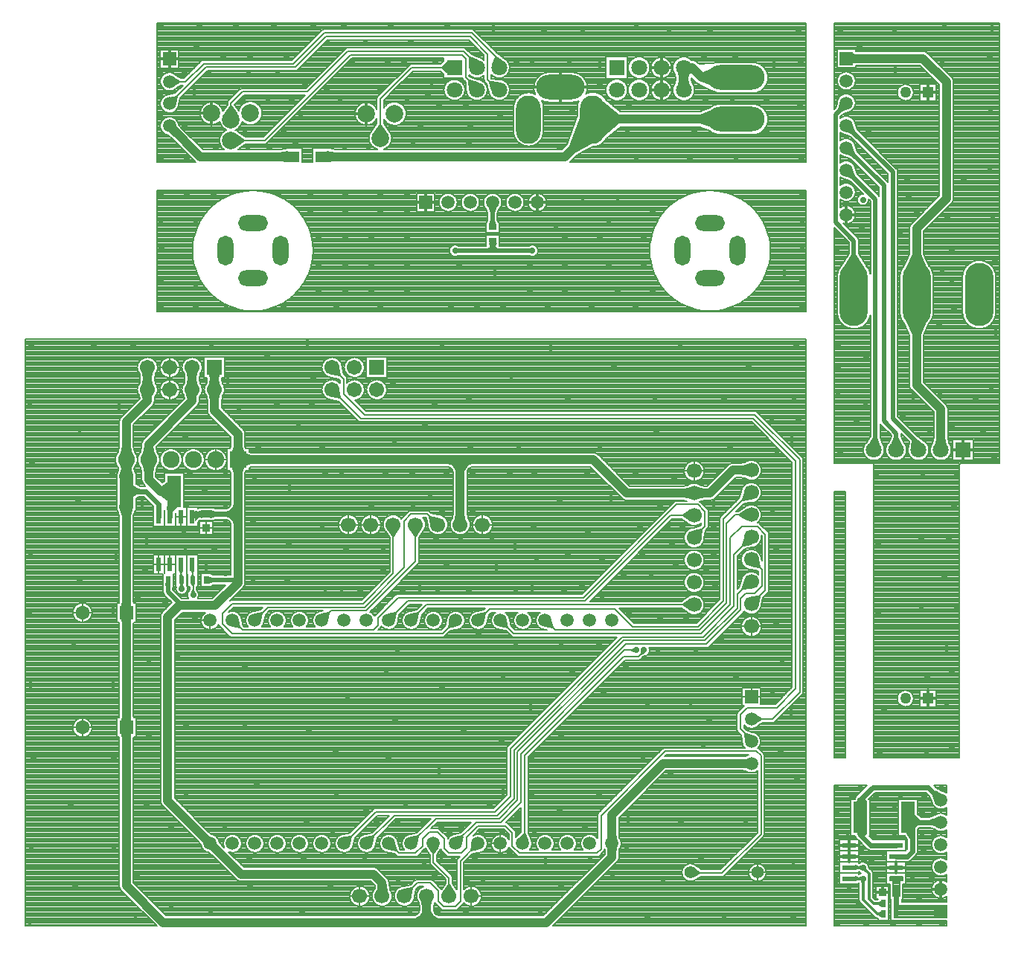
<source format=gbr>
G04 DipTrace 4.3.0.5*
G04 1 - Top.gbr*
%MOIN*%
G04 #@! TF.FileFunction,Copper,L1,Top*
G04 #@! TF.Part,Single*
G04 #@! TA.AperFunction,Conductor*
%ADD15C,0.03937*%
%ADD16C,0.019685*%
%ADD17C,0.024016*%
G04 #@! TA.AperFunction,CopperBalancing*
%ADD18C,0.007874*%
%ADD19C,0.011811*%
G04 #@! TA.AperFunction,Conductor*
%ADD20C,0.024*%
G04 #@! TA.AperFunction,CopperBalancing*
%ADD21C,0.012992*%
G04 #@! TA.AperFunction,ComponentPad*
%ADD22C,0.059055*%
%ADD23R,0.035433X0.035433*%
G04 #@! TA.AperFunction,ComponentPad*
%ADD26R,0.062992X0.062992*%
%ADD27C,0.062992*%
%ADD28R,0.051181X0.051181*%
G04 #@! TA.AperFunction,ComponentPad*
%ADD29C,0.07874*%
%ADD30O,0.110236X0.216535*%
%ADD31O,0.216535X0.110236*%
%ADD32R,0.070866X0.070866*%
%ADD33C,0.070866*%
%ADD34O,0.070866X0.133858*%
%ADD35O,0.133858X0.070866*%
%ADD36R,0.059055X0.059055*%
%ADD37R,0.075591X0.075591*%
%ADD38C,0.075591*%
%ADD39R,0.067323X0.067323*%
%ADD40C,0.067323*%
%ADD41C,0.066929*%
%ADD43C,0.055433*%
%ADD44R,0.035433X0.023622*%
%ADD45R,0.062992X0.141732*%
%ADD46R,0.023622X0.035433*%
G04 #@! TA.AperFunction,ComponentPad*
%ADD47O,0.255906X0.110236*%
%ADD48R,0.063X0.024*%
G04 #@! TA.AperFunction,ComponentPad*
%ADD49O,0.125984X0.283465*%
%ADD50C,0.05*%
%ADD51R,0.05X0.05*%
%ADD52R,0.024X0.063*%
G04 #@! TA.AperFunction,ViaPad*
%ADD53C,0.027559*%
%FSLAX26Y26*%
G04*
G70*
G90*
G75*
G01*
G04 Top*
%LPD*%
G36*
X4141732Y4287008D2*
X4124016Y4286024D1*
X4121063D1*
Y4327362D1*
X4124016D1*
X4141732Y4326378D1*
Y4287008D1*
G37*
G36*
X4429134Y3427559D2*
X4453543Y3371757D1*
Y3357584D1*
X4365354D1*
Y3371757D1*
X4389764Y3427559D1*
X4429134D1*
G37*
X4094488Y4306693D2*
D15*
X4437402D1*
X4542469Y4201626D1*
Y3677164D1*
X4409449Y3544144D1*
Y3248031D1*
G36*
X4537795Y2607874D2*
X4542913Y2576485D1*
Y2572942D1*
X4493307D1*
Y2576485D1*
X4498425Y2607874D1*
X4537795D1*
G37*
G36*
X4389764Y3068504D2*
X4365354Y3124306D1*
Y3138479D1*
X4453543D1*
Y3124306D1*
X4429134Y3068504D1*
X4389764D1*
G37*
X4518110Y2551181D2*
D15*
Y2733858D1*
X4409449Y2842520D1*
Y3248031D1*
G36*
X1244882Y2867402D2*
X1241004Y2887598D1*
Y2890965D1*
X1288130D1*
Y2887598D1*
X1284252Y2867402D1*
X1244882D1*
G37*
G36*
X1284252Y2875118D2*
X1288130Y2845299D1*
Y2841933D1*
X1241004D1*
Y2845299D1*
X1244882Y2875118D1*
X1284252D1*
G37*
X1264567Y2921260D2*
D15*
Y2821260D1*
G36*
X3466929Y2337795D2*
X3437284Y2334055D1*
X3433938D1*
Y2380906D1*
X3437284D1*
X3466929Y2377165D1*
Y2337795D1*
G37*
G36*
X3615748Y2479921D2*
X3645393Y2483661D1*
X3648739D1*
Y2436811D1*
X3645393D1*
X3615748Y2440551D1*
Y2479921D1*
G37*
X3413386Y2357480D2*
D15*
X3483465D1*
X3586220Y2460236D1*
X3669291D1*
G36*
X1244882Y2767402D2*
X1241004Y2797221D1*
Y2800587D1*
X1288130D1*
Y2797221D1*
X1284252Y2767402D1*
X1244882D1*
G37*
G36*
X1389764Y2568346D2*
X1396535Y2545669D1*
Y2541890D1*
X1343622D1*
Y2545669D1*
X1350394Y2568346D1*
X1389764D1*
G37*
X1264567Y2821260D2*
D15*
Y2727559D1*
X1370079Y2622047D1*
Y2507874D1*
G36*
X1201567Y2251772D2*
X1177551Y2232030D1*
X1176412Y2231655D1*
Y2276638D1*
X1177551Y2277013D1*
X1201567Y2275787D1*
Y2251772D1*
G37*
G36*
X1186614Y2275787D2*
X1210630Y2281496D1*
X1228346Y2263780D1*
X1212402Y2246063D1*
X1210630D1*
X1186614Y2251772D1*
Y2275787D1*
G37*
X1165551Y2251969D2*
D17*
Y2263780D1*
X1228346D1*
G36*
X1350394Y2447402D2*
X1343622Y2470079D1*
Y2473858D1*
X1396535D1*
Y2470079D1*
X1389764Y2447402D1*
X1350394D1*
G37*
G36*
X1226182Y834728D2*
X1245374Y816928D1*
X1247462Y814840D1*
X1218231Y785609D1*
X1216143Y787697D1*
X1198343Y806889D1*
X1226182Y834728D1*
G37*
X1370079Y2507874D2*
D15*
Y2263780D1*
Y1956693D1*
X1267717Y1854331D1*
X1106299D1*
X1055118Y1803150D1*
Y977953D1*
X1245669Y787402D1*
G36*
X1047244Y1931102D2*
X1045276Y1950787D1*
X1057087Y1968504D1*
X1068898Y1952559D1*
Y1950787D1*
X1066929Y1931102D1*
X1047244D1*
G37*
X1057087Y1968504D2*
D16*
Y1915354D1*
X1106299Y1866142D1*
Y1854331D1*
G36*
X1257874Y1958661D2*
X1238189Y1950787D1*
X1237008D1*
X1226378Y1968504D1*
X1238189Y1986220D1*
X1257874Y1978346D1*
Y1958661D1*
G37*
X1226378Y1968504D2*
D16*
X1358268D1*
X1370079Y1956693D1*
G36*
X1270079Y2251772D2*
X1246063Y2246063D1*
X1244291D1*
X1228346Y2263780D1*
X1246063Y2281496D1*
X1270079Y2275787D1*
Y2251772D1*
G37*
G36*
X1350394Y2212402D2*
X1349909Y2218560D1*
X1348467Y2224568D1*
X1346103Y2230275D1*
X1342875Y2235543D1*
X1338862Y2240240D1*
X1334165Y2244253D1*
X1328897Y2247481D1*
X1323190Y2249845D1*
X1317182Y2251287D1*
X1311024Y2251772D1*
Y2275787D1*
X1317182Y2276272D1*
X1323190Y2277714D1*
X1328897Y2280078D1*
X1334165Y2283306D1*
X1338862Y2287319D1*
X1342875Y2292016D1*
X1346103Y2297284D1*
X1348467Y2302991D1*
X1349909Y2308999D1*
X1350394Y2315157D1*
X1382087Y2263780D1*
X1350394Y2212402D1*
G37*
X1228346Y2263780D2*
D17*
X1370079D1*
G36*
X1430551Y2488189D2*
X1407874Y2481417D1*
X1404094D1*
Y2534331D1*
X1407874D1*
X1430551Y2527559D1*
Y2488189D1*
G37*
G36*
X3359843Y2377165D2*
X3389487Y2380906D1*
X3392834D1*
Y2334055D1*
X3389487D1*
X3359843Y2337795D1*
Y2377165D1*
G37*
X1370079Y2507874D2*
D15*
X2365354D1*
X2960630D1*
X3111024Y2357480D1*
X3413386D1*
G36*
X2385039Y2270079D2*
X2388780Y2240434D1*
Y2237087D1*
X2341929D1*
Y2240434D1*
X2345669Y2270079D1*
X2385039D1*
G37*
G36*
X2424409Y2488189D2*
X2418251Y2487704D1*
X2412243Y2486262D1*
X2406536Y2483898D1*
X2401268Y2480670D1*
X2396571Y2476658D1*
X2392558Y2471960D1*
X2389330Y2466693D1*
X2386966Y2460985D1*
X2385524Y2454978D1*
X2385039Y2448819D1*
X2345669D1*
X2345185Y2454978D1*
X2343742Y2460985D1*
X2341378Y2466693D1*
X2338150Y2471960D1*
X2334138Y2476658D1*
X2329440Y2480670D1*
X2324173Y2483898D1*
X2318465Y2486262D1*
X2312458Y2487704D1*
X2306299Y2488189D1*
X2365354Y2527559D1*
X2424409Y2488189D1*
G37*
X2365354Y2216535D2*
D15*
Y2507874D1*
G36*
X2034719Y614167D2*
X2039171Y574689D1*
X2038591Y571394D1*
X1991747Y572168D1*
X1992327Y575463D1*
X2002401Y595744D1*
X2034719Y614167D1*
G37*
G36*
X1265156Y740076D2*
X1245965Y757875D1*
X1243877Y759963D1*
X1273107Y789194D1*
X1275195Y787106D1*
X1292995Y767914D1*
X1265156Y740076D1*
G37*
X2015354Y551181D2*
D15*
Y610630D1*
X1976378Y649606D1*
X1383465D1*
X1245669Y787402D1*
G36*
X3385827Y4222047D2*
X3390945Y4190659D1*
Y4187115D1*
X3341339D1*
Y4190659D1*
X3346457Y4222047D1*
X3385827D1*
G37*
G36*
X3346457Y4208661D2*
X3341339Y4240050D1*
Y4243593D1*
X3390945D1*
Y4240050D1*
X3385827Y4208661D1*
X3346457D1*
G37*
X3366142Y4165354D2*
D15*
Y4265354D1*
G36*
X3403845Y4237607D2*
X3384167Y4234849D1*
X3380634Y4234580D1*
X3393469Y4282497D1*
X3397002Y4282766D1*
X3412732Y4282966D1*
X3403845Y4237607D1*
G37*
G36*
X3446850Y4242126D2*
X3490165Y4261024D1*
X3502961D1*
Y4183858D1*
X3490165D1*
X3446850Y4202756D1*
Y4242126D1*
G37*
X3366142Y4265354D2*
D15*
X3403937D1*
X3446850Y4222441D1*
X3602362D1*
G36*
X2500787Y3614173D2*
X2489961Y3640330D1*
Y3643283D1*
X2531299D1*
Y3640330D1*
X2520472Y3614173D1*
X2500787D1*
G37*
G36*
X2520472Y3580709D2*
X2529071Y3561024D1*
X2529121Y3559844D1*
X2494157D1*
X2494107Y3561024D1*
X2500787Y3580709D1*
X2520472D1*
G37*
X2510630Y3661417D2*
D16*
Y3550394D1*
X2511811Y3549213D1*
G36*
X944882Y2867402D2*
X941004Y2897221D1*
Y2900587D1*
X988130D1*
Y2897221D1*
X984252Y2867402D1*
X944882D1*
G37*
G36*
X984252Y2875118D2*
X988130Y2845299D1*
Y2841933D1*
X941004D1*
Y2845299D1*
X944882Y2875118D1*
X984252D1*
G37*
X964567Y2921260D2*
D15*
Y2821260D1*
G36*
X889764Y1873228D2*
X892126Y1854331D1*
Y1851181D1*
X848031D1*
Y1854331D1*
X850394Y1873228D1*
X889764D1*
G37*
G36*
X944698Y2779624D2*
X938578Y2799866D1*
X938202Y2803211D1*
X985060Y2798194D1*
X985436Y2794849D1*
X983424Y2766005D1*
X944698Y2779624D1*
G37*
G36*
X850394Y2255906D2*
X838583Y2295276D1*
Y2302362D1*
X870079Y2366142D1*
X901575Y2295276D1*
X889764Y2255906D1*
X850394D1*
G37*
G36*
X889764Y2476378D2*
X901575Y2437008D1*
X870079Y2366142D1*
X838583Y2429921D1*
Y2437008D1*
X850394Y2476378D1*
X889764D1*
G37*
X870079Y1822835D2*
D15*
Y2507874D1*
Y2677165D1*
X964567Y2771654D1*
Y2821260D1*
G36*
X850394Y1772441D2*
X848031Y1791339D1*
Y1794488D1*
X892126D1*
Y1791339D1*
X889764Y1772441D1*
X850394D1*
G37*
G36*
X889764Y1357480D2*
X892126Y1338583D1*
Y1335433D1*
X848031D1*
Y1338583D1*
X850394Y1357480D1*
X889764D1*
G37*
X870079Y1822835D2*
D15*
Y1307087D1*
G36*
X850394Y1256693D2*
X848031Y1275591D1*
Y1278740D1*
X892126D1*
Y1275591D1*
X889764Y1256693D1*
X850394D1*
G37*
G36*
X3025984Y740157D2*
X3025000Y766315D1*
Y769267D1*
X3066339D1*
Y766315D1*
X3065354Y740157D1*
X3025984D1*
G37*
X870079Y1307087D2*
D15*
Y598425D1*
X1035433Y433071D1*
X2215354D1*
X2751969D1*
X3045669Y726772D1*
Y787402D1*
G36*
X2195669Y497638D2*
X2191929Y527283D1*
Y530629D1*
X2238780D1*
Y527283D1*
X2235039Y497638D1*
X2195669D1*
G37*
G36*
X2215354Y413386D2*
X2156299Y452756D1*
X2162458Y453241D1*
X2168465Y454683D1*
X2174173Y457047D1*
X2179440Y460275D1*
X2184138Y464287D1*
X2188150Y468985D1*
X2191378Y474252D1*
X2193742Y479960D1*
X2195185Y485967D1*
X2195669Y492126D1*
X2235039D1*
X2235524Y485967D1*
X2236966Y479960D1*
X2239330Y474252D1*
X2242558Y468985D1*
X2246571Y464287D1*
X2251268Y460275D1*
X2256536Y457047D1*
X2262243Y454683D1*
X2268251Y453241D1*
X2274409Y452756D1*
X2215354Y413386D1*
G37*
Y551181D2*
D15*
Y433071D1*
G36*
X850394Y2447402D2*
X843622Y2480883D1*
Y2484662D1*
X896535D1*
Y2480883D1*
X889764Y2447402D1*
X850394D1*
G37*
G36*
X889764Y2568346D2*
X896535Y2534865D1*
Y2531086D1*
X843622D1*
Y2534865D1*
X850394Y2568346D1*
X889764D1*
G37*
X870079Y2507874D2*
D15*
D3*
G36*
X925591Y2354134D2*
X901575Y2342126D1*
X898425D1*
Y2390157D1*
X901575D1*
X925591Y2378150D1*
Y2354134D1*
G37*
G36*
X929134D2*
X922975Y2353649D1*
X916968Y2352207D1*
X911260Y2349843D1*
X905993Y2346615D1*
X901295Y2342603D1*
X897283Y2337905D1*
X894055Y2332637D1*
X891691Y2326930D1*
X890248Y2320923D1*
X889764Y2314764D1*
X858071Y2366142D1*
X889764Y2417520D1*
X890248Y2411361D1*
X891691Y2405354D1*
X894055Y2399646D1*
X897283Y2394379D1*
X901295Y2389681D1*
X905993Y2385669D1*
X911260Y2382441D1*
X916968Y2380077D1*
X922975Y2378634D1*
X929134Y2378150D1*
Y2354134D1*
G37*
X1015551Y2251969D2*
D17*
Y2307283D1*
X956693Y2366142D1*
X870079D1*
G36*
X3065354Y834646D2*
X3066339Y808488D1*
Y805536D1*
X3025000D1*
Y808488D1*
X3025984Y834646D1*
X3065354D1*
G37*
G36*
X3622047Y1164961D2*
X3648204Y1165945D1*
X3651157D1*
Y1124606D1*
X3648204D1*
X3622047Y1125591D1*
Y1164961D1*
G37*
X3045669Y787402D2*
D15*
Y915748D1*
X3275197Y1145276D1*
X3669291D1*
G36*
X889764Y2476378D2*
X901575Y2437008D1*
Y2429921D1*
X870079Y2366142D1*
X838583Y2437008D1*
X850394Y2476378D1*
X889764D1*
G37*
G36*
X850394Y2447402D2*
X843622Y2480883D1*
Y2484662D1*
X896535D1*
Y2480883D1*
X889764Y2447402D1*
X850394D1*
G37*
X870079Y2366142D2*
D15*
Y2507874D1*
G36*
X1144882Y2867402D2*
X1141004Y2897221D1*
Y2900587D1*
X1188130D1*
Y2897221D1*
X1184252Y2867402D1*
X1144882D1*
G37*
G36*
X1184252Y2875118D2*
X1188130Y2845299D1*
Y2841933D1*
X1141004D1*
Y2845299D1*
X1144882Y2875118D1*
X1184252D1*
G37*
X1164567Y2921260D2*
D15*
Y2821260D1*
G36*
X1053543Y2271260D2*
X1051180Y2295276D1*
X1053278Y2302045D1*
X1099854D1*
X1097755Y2295276D1*
X1077559Y2271260D1*
X1053543D1*
G37*
X1065551Y2251969D2*
D17*
Y2349016D1*
X1082677Y2366142D1*
G36*
X950394Y2447402D2*
X943622Y2480883D1*
Y2484662D1*
X996535D1*
Y2480883D1*
X989764Y2447402D1*
X950394D1*
G37*
G36*
X1023622Y2385827D2*
X1051181Y2405512D1*
X1054331D1*
Y2326772D1*
X1051181D1*
X1023622Y2346457D1*
Y2385827D1*
G37*
X970079Y2507874D2*
D15*
Y2419685D1*
X1023622Y2366142D1*
X1082677D1*
G36*
X989764Y2568346D2*
X996535Y2534865D1*
Y2531086D1*
X943622D1*
Y2534865D1*
X950394Y2568346D1*
X989764D1*
G37*
G36*
X1144918Y2779056D2*
X1138684Y2799738D1*
X1138312Y2803084D1*
X1185194Y2798297D1*
X1185567Y2794952D1*
X1183458Y2765333D1*
X1144918Y2779056D1*
G37*
X970079Y2507874D2*
D15*
Y2576378D1*
X1164567Y2770866D1*
Y2821260D1*
G36*
X2501969Y3458661D2*
X2494094Y3478346D1*
X2511811Y3490157D1*
X2529528Y3479528D1*
Y3478346D1*
X2521654Y3458661D1*
X2501969D1*
G37*
G36*
X2511811Y3435039D2*
X2482283Y3454724D1*
X2485363Y3454967D1*
X2488366Y3455688D1*
X2491220Y3456870D1*
X2493854Y3458484D1*
X2496203Y3460490D1*
X2498209Y3462839D1*
X2499823Y3465473D1*
X2501005Y3468326D1*
X2501726Y3471330D1*
X2501969Y3474409D1*
X2521654D1*
X2521896Y3471330D1*
X2522617Y3468326D1*
X2523799Y3465473D1*
X2525413Y3462839D1*
X2527419Y3460490D1*
X2529768Y3458484D1*
X2532402Y3456870D1*
X2535256Y3455688D1*
X2538259Y3454967D1*
X2541339Y3454724D1*
X2511811Y3435039D1*
G37*
Y3490157D2*
D16*
Y3444882D1*
X2688976D1*
G36*
X2501969Y3458661D2*
X2494094Y3478346D1*
X2511811Y3490157D1*
X2529528Y3479528D1*
Y3478346D1*
X2521654Y3458661D1*
X2501969D1*
G37*
X2342520Y3444882D2*
D16*
X2511811D1*
G36*
X2155401Y586841D2*
X2148808Y552038D1*
X2146481Y549633D1*
X2112840Y582240D1*
X2115167Y584645D1*
X2149833Y592409D1*
X2155401Y586841D1*
G37*
G36*
X2409479Y756779D2*
X2416143Y787106D1*
X2418231Y789194D1*
X2447462Y759963D1*
X2445374Y757875D1*
X2415047Y751211D1*
X2409479Y756779D1*
G37*
X2115354Y551181D2*
D18*
Y552362D1*
X2173228Y610236D1*
X2232283D1*
X2267717Y574803D1*
Y527559D1*
X2291339Y503937D1*
X2342520D1*
X2366142Y527559D1*
Y707874D1*
X2445669Y787402D1*
G36*
X2319291Y604724D2*
X2338780Y575080D1*
Y571733D1*
X2291929D1*
Y575080D1*
X2311417Y604724D1*
X2319291D1*
G37*
G36*
X2241732Y740157D2*
X2225000Y766315D1*
Y769267D1*
X2266339D1*
Y766315D1*
X2249606Y740157D1*
X2241732D1*
G37*
X2315354Y551181D2*
D18*
Y633465D1*
X2245669Y703150D1*
Y787402D1*
G36*
X2077519Y752515D2*
X2047083Y757908D1*
X2044912Y759910D1*
X2073015Y790227D1*
X2075185Y788225D1*
X2083087Y758082D1*
X2077519Y752515D1*
G37*
G36*
X3441914Y651575D2*
X3416550Y637219D1*
X3413782Y637351D1*
X3415505Y676116D1*
X3418274Y675984D1*
X3441914Y659449D1*
Y651575D1*
G37*
X2045669Y787402D2*
D18*
X2048199D1*
X2091507Y744094D1*
X2165354D1*
X2196850Y775591D1*
Y807087D1*
X2228346Y838583D1*
X2263780D1*
X2295276Y807087D1*
Y763780D1*
X2314961Y744094D1*
X2370079D1*
X2393701Y767717D1*
Y814961D1*
X2444882Y866142D1*
X2566929D1*
X2598425Y834646D1*
Y775591D1*
X2629921Y744094D1*
X2978346D1*
X2996063Y761811D1*
Y913386D1*
X3283465Y1200787D1*
X3691958D1*
X3712598Y1180147D1*
Y829753D1*
X3538357Y655512D1*
X3412373D1*
X3410404Y657480D1*
X3397638D1*
G36*
X3172772Y1638970D2*
X3175326Y1651658D1*
X3176152Y1652762D1*
X3191413Y1640962D1*
X3190588Y1639858D1*
X3178340Y1633402D1*
X3172772Y1638970D1*
G37*
G36*
X2657480Y833576D2*
X2669589Y804714D1*
X2669059Y801809D1*
X2628308Y808758D1*
X2628839Y811663D1*
X2649606Y833576D1*
X2657480D1*
G37*
X3188976Y1653543D2*
D18*
Y1649606D1*
X3165354Y1625984D1*
X3098425D1*
X2653543Y1181102D1*
Y795276D1*
X2645669Y787402D1*
G36*
X1401575Y3935039D2*
X1366699Y3911417D1*
X1362762D1*
Y3966535D1*
X1366699D1*
X1401575Y3942913D1*
Y3935039D1*
G37*
G36*
X2406314Y4211852D2*
X2442507Y4200648D1*
X2444738Y4197895D1*
X2406377Y4166444D1*
X2404146Y4169197D1*
X2400747Y4206284D1*
X2406314Y4211852D1*
G37*
X1338583Y3938976D2*
D18*
X1490157D1*
X1874016Y4322835D1*
X2373060D1*
X2389764Y4306131D1*
Y4222835D1*
X2439370Y4173228D1*
Y4165354D1*
G36*
X2229503Y2256380D2*
X2264324Y2249984D1*
X2266742Y2247671D1*
X2234310Y2213860D1*
X2231892Y2216174D1*
X2223935Y2250812D1*
X2229503Y2256380D1*
G37*
G36*
X1481860Y1818024D2*
X1475195Y1787697D1*
X1473107Y1785609D1*
X1443877Y1814840D1*
X1445965Y1816928D1*
X1476292Y1823592D1*
X1481860Y1818024D1*
G37*
X2265354Y2216535D2*
D18*
X2263780D1*
X2216535Y2263780D1*
X2145669D1*
X2114173Y2232283D1*
Y2023622D1*
X1937008Y1846457D1*
X1504724D1*
X1445669Y1787402D1*
G36*
X1171260Y1994094D2*
X1175197Y1986220D1*
Y1984449D1*
X1159449D1*
Y1986220D1*
X1163386Y1994094D1*
X1171260D1*
G37*
G36*
X1163386Y1999996D2*
X1159159Y2007870D1*
X1158996Y2011016D1*
X1174330D1*
X1174492Y2007870D1*
X1171260Y1999996D1*
X1163386D1*
G37*
X1167323Y1968504D2*
D18*
Y2037598D1*
X1165551Y2039370D1*
G36*
X1165354Y1942913D2*
X1160780Y1950787D1*
X1160624Y1952552D1*
X1175951D1*
X1176107Y1950787D1*
X1173228Y1942913D1*
X1165354D1*
G37*
G36*
X1173228Y1923622D2*
X1178937Y1911415D1*
Y1910037D1*
X1159646D1*
Y1911415D1*
X1165354Y1923622D1*
X1173228D1*
G37*
X1167323Y1968504D2*
D18*
X1169291D1*
Y1901575D1*
G36*
X1781058Y1818797D2*
X1775180Y1788393D1*
X1773146Y1786253D1*
X1743234Y1814787D1*
X1745268Y1816926D1*
X1775490Y1824365D1*
X1781058Y1818797D1*
G37*
G36*
X2161417Y2162992D2*
X2141929Y2192637D1*
Y2195983D1*
X2188780D1*
Y2192637D1*
X2169291Y2162992D1*
X2161417D1*
G37*
X1745669Y1787402D2*
D18*
Y1788976D1*
X1787402Y1830709D1*
X1944882D1*
X2165354Y2051181D1*
Y2216535D1*
G36*
X1111614Y1999996D2*
X1107677Y2007870D1*
Y2011020D1*
X1123425D1*
Y2007870D1*
X1119488Y1999996D1*
X1111614D1*
G37*
G36*
X1119488Y1994094D2*
X1123565Y1986220D1*
X1123612Y1984449D1*
X1108101D1*
X1108054Y1986220D1*
X1111614Y1994094D1*
X1119488D1*
G37*
X1115551Y2039370D2*
D18*
Y1969094D1*
X1116142Y1968504D1*
G36*
X1114173Y1942913D2*
X1109599Y1950787D1*
X1109443Y1952552D1*
X1124770D1*
X1124926Y1950787D1*
X1122047Y1942913D1*
X1114173D1*
G37*
G36*
X1122047Y1951181D2*
X1127756Y1938974D1*
Y1937596D1*
X1108465D1*
Y1938974D1*
X1114173Y1951181D1*
X1122047D1*
G37*
X1116142Y1968504D2*
D18*
X1118110D1*
Y1929134D1*
G36*
X4492802Y1024180D2*
X4517423Y1011808D1*
X4519510Y1009720D1*
X4490280Y980490D1*
X4488192Y982577D1*
X4475820Y1007198D1*
X4492802Y1024180D1*
G37*
G36*
X4177753Y987540D2*
X4186052Y974408D1*
X4186438Y971282D1*
X4142353D1*
X4141967Y974408D1*
X4147296Y990611D1*
X4177753Y987540D1*
G37*
X4517718Y982282D2*
D17*
X4460631Y1039369D1*
X4212600D1*
X4157482Y984251D1*
Y903542D1*
G36*
X4147479Y820141D2*
X4144140Y832676D1*
X4144586Y835794D1*
X4187147D1*
X4186701Y832676D1*
X4179853Y821370D1*
X4147479Y820141D1*
G37*
X4157482Y903542D2*
D17*
Y826770D1*
D20*
X4204529Y779723D1*
X4318899D1*
G36*
X4470474Y894290D2*
X4496631Y902951D1*
X4499584D1*
Y861613D1*
X4496631D1*
X4470474Y870274D1*
Y894290D1*
G37*
G36*
X4425592Y870274D2*
X4401576Y869295D1*
X4398586Y870284D1*
Y914675D1*
X4401576Y913686D1*
X4425592Y894290D1*
Y870274D1*
G37*
X4517718Y882282D2*
D17*
X4391340D1*
X4370080Y903542D1*
G36*
X4377757Y808660D2*
X4365373Y832676D1*
X4363697Y839562D1*
X4378078Y864993D1*
X4401577Y974408D1*
X4401773Y808660D1*
X4377757D1*
G37*
G36*
X4425789Y870274D2*
X4422032Y869979D1*
X4418367Y869099D1*
X4414886Y867657D1*
X4411673Y865688D1*
X4408807Y863240D1*
X4406360Y860375D1*
X4404391Y857161D1*
X4402948Y853680D1*
X4402069Y850015D1*
X4401773Y846259D1*
X4377757Y863052D1*
X4377639Y866051D1*
X4377287Y869031D1*
X4376701Y871974D1*
X4375887Y874863D1*
X4374848Y877678D1*
X4373592Y880403D1*
X4372125Y883022D1*
X4370458Y885517D1*
X4368600Y887874D1*
X4366563Y890077D1*
X4385170Y894951D1*
X4401773Y901967D1*
X4401867Y900766D1*
X4402149Y899595D1*
X4402610Y898482D1*
X4403239Y897455D1*
X4404022Y896539D1*
X4404938Y895756D1*
X4405965Y895127D1*
X4407078Y894666D1*
X4408249Y894385D1*
X4409450Y894290D1*
X4425789Y870274D1*
G37*
X4370080Y903542D2*
D17*
X4389765D1*
Y751967D1*
D20*
X4367521Y729723D1*
X4318899D1*
G36*
X4149612Y623818D2*
X4137801Y617912D1*
X4134651D1*
Y641534D1*
X4137801D1*
X4149612Y635629D1*
Y623818D1*
G37*
G36*
X4147245Y635629D2*
X4159452Y639566D1*
X4160830D1*
Y620274D1*
X4159452D1*
X4147245Y623818D1*
Y635629D1*
G37*
X4106301Y629723D2*
D19*
X4169293D1*
Y629920D1*
G36*
X4163387Y607873D2*
X4159647Y620079D1*
Y621457D1*
X4178938D1*
Y620079D1*
X4175198Y607873D1*
X4163387D1*
G37*
G36*
X4236222Y476377D2*
X4248033Y482282D1*
X4249214D1*
Y458660D1*
X4248033D1*
X4236222Y464566D1*
Y476377D1*
G37*
X4169293Y629920D2*
D19*
Y535432D1*
X4234253Y470471D1*
X4259844D1*
G36*
X4149612Y673818D2*
X4137801Y667912D1*
X4134651D1*
Y691534D1*
X4137801D1*
X4149612Y685629D1*
Y673818D1*
G37*
G36*
X4147258Y685629D2*
X4159714Y689038D1*
X4161091Y688996D1*
X4160575Y669712D1*
X4159197Y669754D1*
X4147258Y673818D1*
Y685629D1*
G37*
X4106301Y679723D2*
D19*
X4169293D1*
Y679133D1*
G36*
X4180707Y659367D2*
X4169430Y665354D1*
X4168456Y666328D1*
X4182097Y679969D1*
X4183071Y678995D1*
X4189058Y667719D1*
X4180707Y659367D1*
G37*
G36*
X4236222Y523621D2*
X4248033Y529526D1*
X4249214D1*
Y505904D1*
X4248033D1*
X4236222Y511810D1*
Y523621D1*
G37*
X4169293Y679133D2*
D19*
X4196852Y651573D1*
Y537400D1*
X4216537Y517715D1*
X4259844D1*
G36*
X2061417Y2162992D2*
X2041929Y2192637D1*
Y2195983D1*
X2088780D1*
Y2192637D1*
X2069291Y2162992D1*
X2061417D1*
G37*
G36*
X2309479Y1756779D2*
X2316143Y1787106D1*
X2318231Y1789194D1*
X2347462Y1759963D1*
X2345374Y1757875D1*
X2315047Y1751211D1*
X2309479Y1756779D1*
G37*
X2065354Y2216535D2*
D18*
Y1998425D1*
X1929134Y1862205D1*
X1342520D1*
X1299213Y1818898D1*
Y1771654D1*
X1342520Y1728346D1*
X2286614D1*
X2345669Y1787402D1*
G36*
X3131496Y1657480D2*
X3143703Y1663189D1*
X3145081D1*
Y1643898D1*
X3143703D1*
X3131496Y1649606D1*
Y1657480D1*
G37*
G36*
X2380226Y819540D2*
X2375149Y789089D1*
X2373169Y786899D1*
X2342591Y814718D1*
X2344571Y816909D1*
X2374658Y825107D1*
X2380226Y819540D1*
G37*
X3153543Y1653543D2*
D18*
X3102362D1*
X2637795Y1188976D1*
Y972441D1*
X2547244Y881890D1*
X2437008D1*
X2345669Y790551D1*
Y787402D1*
G36*
X1981860Y818024D2*
X1975195Y787697D1*
X1973107Y785609D1*
X1943877Y814840D1*
X1945965Y816928D1*
X1976292Y823592D1*
X1981860Y818024D1*
G37*
G36*
X3624877Y1929657D2*
X3635993Y1963570D1*
X3638619Y1965646D1*
X3667917Y1929087D1*
X3665292Y1927012D1*
X3630444Y1924089D1*
X3624877Y1929657D1*
G37*
X1945669Y787402D2*
D18*
X2071654Y913386D1*
X2531496D1*
X2606299Y988189D1*
Y1204724D1*
X3098425Y1696850D1*
X3460630D1*
X3606299Y1842520D1*
Y1905512D1*
X3661024Y1960236D1*
X3669291D1*
G36*
X4234252Y2607310D2*
X4245581Y2573561D1*
X4245137Y2570046D1*
X4195840Y2575578D1*
X4196284Y2579094D1*
X4214567Y2607310D1*
X4234252D1*
G37*
G36*
X4120935Y3766327D2*
X4094783Y3777167D1*
X4092696Y3779255D1*
X4121926Y3808486D1*
X4124014Y3806398D1*
X4134855Y3780246D1*
X4120935Y3766327D1*
G37*
X4218110Y2551181D2*
D16*
X4224409D1*
Y3676772D1*
X4094488Y3806693D1*
G36*
X3705706Y2021010D2*
X3670844Y2026808D1*
X3668388Y2029081D1*
X3700288Y2063393D1*
X3702744Y2061120D1*
X3711274Y2026577D1*
X3705706Y2021010D1*
G37*
G36*
X2181860Y818024D2*
X2175195Y787697D1*
X2173107Y785609D1*
X2143877Y814840D1*
X2145965Y816928D1*
X2176292Y823592D1*
X2181860Y818024D1*
G37*
X3669291Y2060236D2*
D18*
X3672047D1*
X3716535Y2015748D1*
Y1940945D1*
X3685039Y1909449D1*
X3645669D1*
X3622047Y1885827D1*
Y1834646D1*
X3468504Y1681102D1*
X3106299D1*
X2622047Y1196850D1*
Y980315D1*
X2539370Y897638D1*
X2255906D1*
X2145669Y787402D1*
G36*
X4327953Y2607874D2*
X4342913Y2576485D1*
Y2572942D1*
X4293307D1*
Y2576485D1*
X4308268Y2607874D1*
X4327953D1*
G37*
G36*
X4120935Y3866327D2*
X4094783Y3877167D1*
X4092696Y3879255D1*
X4121926Y3908486D1*
X4124014Y3906398D1*
X4134855Y3880246D1*
X4120935Y3866327D1*
G37*
X4318110Y2551181D2*
D16*
Y2626772D1*
X4263780Y2681102D1*
Y3737402D1*
X4094488Y3906693D1*
G36*
X1882250Y817627D2*
X1875197Y787349D1*
X1873083Y785287D1*
X1844199Y814861D1*
X1846313Y816922D1*
X1876682Y823195D1*
X1882250Y817627D1*
G37*
G36*
X3628647Y2125159D2*
X3635828Y2159902D1*
X3638195Y2162268D1*
X3671323Y2129140D1*
X3668957Y2126773D1*
X3634214Y2119591D1*
X3628647Y2125159D1*
G37*
X1845669Y787402D2*
D18*
X1846457D1*
X1988189Y929134D1*
X2519685D1*
X2590551Y1000000D1*
Y1212598D1*
X3090551Y1712598D1*
X3452756D1*
X3590551Y1850394D1*
Y2081496D1*
X3669291Y2160236D1*
G36*
X4402243Y2607739D2*
X4430063Y2584537D1*
X4431386Y2581250D1*
X4386323Y2560511D1*
X4385000Y2563798D1*
X4388324Y2593820D1*
X4402243Y2607739D1*
G37*
G36*
X4120935Y3966327D2*
X4094783Y3977167D1*
X4092696Y3979255D1*
X4121926Y4008486D1*
X4124014Y4006398D1*
X4134855Y3980246D1*
X4120935Y3966327D1*
G37*
X4418110Y2551181D2*
D16*
Y2577953D1*
X4303150Y2692913D1*
Y3798031D1*
X4094488Y4006693D1*
G36*
X1342520Y4096457D2*
X1366142Y4061580D1*
Y4057643D1*
X1311024D1*
Y4061580D1*
X1334646Y4096457D1*
X1342520D1*
G37*
G36*
X2410176Y4314290D2*
X2445346Y4300280D1*
X2447333Y4297346D1*
X2406558Y4269094D1*
X2404571Y4272027D1*
X2404608Y4308722D1*
X2410176Y4314290D1*
G37*
X1338583Y4033465D2*
D18*
Y4106299D1*
X1389764Y4157480D1*
X1681102D1*
X1862205Y4338583D1*
X2380315D1*
X2439370Y4279528D1*
Y4265354D1*
G36*
X3710900Y1894308D2*
X3702752Y1859701D1*
X3700321Y1857401D1*
X3668065Y1891379D1*
X3670496Y1893679D1*
X3705332Y1899876D1*
X3710900Y1894308D1*
G37*
G36*
X2576292Y1751211D2*
X2545965Y1757875D1*
X2543877Y1759963D1*
X2573107Y1789194D1*
X2575195Y1787106D1*
X2581860Y1756779D1*
X2576292Y1751211D1*
G37*
X3669291Y1860236D2*
D18*
X3671260D1*
X3732283Y1921260D1*
Y2173228D1*
X3696850Y2208661D1*
X3625984D1*
X3574803Y2157480D1*
Y1858268D1*
X3444882Y1728346D1*
X2604724D1*
X2545669Y1787402D1*
G36*
X2011811Y4011811D2*
X2035433Y3976935D1*
Y3972998D1*
X1980315D1*
Y3976935D1*
X2003937Y4011811D1*
X2011811D1*
G37*
G36*
X2282677Y4269291D2*
X2303937Y4290157D1*
X2307480D1*
Y4240551D1*
X2303937D1*
X2282677Y4261417D1*
Y4269291D1*
G37*
X2007874Y3948819D2*
D18*
Y4125984D1*
X2147244Y4265354D1*
X2339370D1*
G36*
X3359843Y2261417D2*
X3389487Y2280906D1*
X3392834D1*
Y2234055D1*
X3389487D1*
X3359843Y2253543D1*
Y2261417D1*
G37*
G36*
X2080645Y1819172D2*
X2075166Y1788741D1*
X2073159Y1786576D1*
X2042913Y1814754D1*
X2044920Y1816920D1*
X2075077Y1824740D1*
X2080645Y1819172D1*
G37*
X3413386Y2257480D2*
D18*
X3308661D1*
X2925197Y1874016D1*
X2129921D1*
X2045669Y1789764D1*
Y1787402D1*
G36*
X3359843Y1861417D2*
X3389487Y1880906D1*
X3392834D1*
Y1834055D1*
X3389487D1*
X3359843Y1853543D1*
Y1861417D1*
G37*
G36*
X2181860Y1818024D2*
X2175195Y1787697D1*
X2173107Y1785609D1*
X2143877Y1814840D1*
X2145965Y1816928D1*
X2176292Y1823592D1*
X2181860Y1818024D1*
G37*
X3413386Y1857480D2*
D18*
X2215748D1*
X2145669Y1787402D1*
G36*
X3451980Y2194444D2*
X3446786Y2159556D1*
X3444554Y2157062D1*
X3409747Y2188422D1*
X3411979Y2190915D1*
X3446412Y2200012D1*
X3451980Y2194444D1*
G37*
G36*
X1376682Y1751608D2*
X1346313Y1757881D1*
X1344199Y1759942D1*
X1373083Y1789516D1*
X1375197Y1787454D1*
X1382250Y1757176D1*
X1376682Y1751608D1*
G37*
X3413386Y2157480D2*
D18*
Y2161417D1*
X3460630Y2208661D1*
Y2275591D1*
X3429134Y2307087D1*
X3334646D1*
X2917323Y1889764D1*
X2086614D1*
X1996063Y1799213D1*
Y1763780D1*
X1976378Y1744094D1*
X1389764D1*
X1346457Y1787402D1*
X1345669D1*
G36*
X3625879Y2328297D2*
X3635905Y2362517D1*
X3638459Y2364679D1*
X3668897Y2329064D1*
X3666343Y2326902D1*
X3631447Y2322729D1*
X3625879Y2328297D1*
G37*
G36*
X2481860Y1818024D2*
X2475195Y1787697D1*
X2473107Y1785609D1*
X2443877Y1814840D1*
X2445965Y1816928D1*
X2476292Y1823592D1*
X2481860Y1818024D1*
G37*
X3669291Y2360236D2*
D18*
X3663386D1*
X3543307Y2240157D1*
Y1874016D1*
X3429134Y1759843D1*
X3137795D1*
X3059055Y1838583D1*
X2496850D1*
X2445669Y1787402D1*
G36*
X3615748Y2264173D2*
X3645393Y2283661D1*
X3648739D1*
Y2236811D1*
X3645393D1*
X3615748Y2256299D1*
Y2264173D1*
G37*
G36*
X2777440Y1752426D2*
X2747009Y1757904D1*
X2744843Y1759912D1*
X2773022Y1790158D1*
X2775187Y1788151D1*
X2783007Y1757993D1*
X2777440Y1752426D1*
G37*
X3669291Y2260236D2*
D18*
X3598819D1*
X3559055Y2220472D1*
Y1866142D1*
X3437008Y1744094D1*
X2791339D1*
X2748031Y1787402D1*
X2745669D1*
G36*
X4056400Y4078193D2*
X4065044Y4104482D1*
X4066972Y4106718D1*
X4098038Y4079446D1*
X4096110Y4077210D1*
X4070319Y4064274D1*
X4056400Y4078193D1*
G37*
G36*
X4138780Y3427559D2*
X4173031Y3371757D1*
Y3357584D1*
X4084843D1*
Y3371757D1*
X4119094Y3427559D1*
X4138780D1*
G37*
X4094488Y4106693D2*
D16*
Y4102362D1*
X4047244Y4055118D1*
Y3570866D1*
X4128937Y3489173D1*
Y3248031D1*
G36*
X3641703Y1284112D2*
X3671513Y1274719D1*
X3673402Y1272450D1*
X3641787Y1245816D1*
X3639898Y1248085D1*
X3636135Y1278544D1*
X3641703Y1284112D1*
G37*
G36*
X1826638Y2780392D2*
X1791675Y2787600D1*
X1789295Y2789980D1*
X1822618Y2823303D1*
X1824998Y2820923D1*
X1832206Y2785960D1*
X1826638Y2780392D1*
G37*
X3669291Y1245276D2*
D18*
Y1250955D1*
X3620079Y1300168D1*
Y1364173D1*
X3651575Y1395669D1*
X3783465D1*
X3868110Y1480315D1*
Y2501969D1*
X3677165Y2692913D1*
X1919685D1*
X1791339Y2821260D1*
G36*
X2499462Y4205318D2*
X2536577Y4200677D1*
X2539259Y4198361D1*
X2506680Y4160952D1*
X2503998Y4163269D1*
X2493894Y4199750D1*
X2499462Y4205318D1*
G37*
G36*
X1099183Y4134166D2*
X1092518Y4103839D1*
X1090430Y4101751D1*
X1061200Y4130981D1*
X1063287Y4133069D1*
X1093615Y4139734D1*
X1099183Y4134166D1*
G37*
X2539370Y4165354D2*
D18*
X2533858D1*
X2488189Y4211024D1*
Y4326772D1*
X2409449Y4405512D1*
X1763780D1*
X1625984Y4267717D1*
X1227165D1*
X1062992Y4103543D1*
G36*
X3716535Y1340354D2*
X3690378Y1323622D1*
X3687425D1*
Y1364961D1*
X3690378D1*
X3716535Y1348228D1*
Y1340354D1*
G37*
G36*
X1826638Y2880392D2*
X1791675Y2887600D1*
X1789295Y2889980D1*
X1822618Y2923303D1*
X1824998Y2920923D1*
X1832206Y2885960D1*
X1826638Y2880392D1*
G37*
X3669291Y1344291D2*
D18*
X3763583D1*
X3885827Y1466535D1*
Y2507874D1*
X3685039Y2708661D1*
X1937008D1*
X1842520Y2803150D1*
Y2870079D1*
X1791339Y2921260D1*
G36*
X1110236Y4198622D2*
X1084079Y4181890D1*
X1081126D1*
Y4223228D1*
X1084079D1*
X1110236Y4206496D1*
Y4198622D1*
G37*
G36*
X2525580Y4318571D2*
X2555033Y4297138D1*
X2556035Y4293739D1*
X2508908Y4278251D1*
X2507906Y4281650D1*
X2520012Y4313003D1*
X2525580Y4318571D1*
G37*
X1062992Y4202559D2*
D18*
X1135630D1*
X1216535Y4283465D1*
X1618110D1*
X1755906Y4421260D1*
X2417323D1*
X2539370Y4299213D1*
Y4265354D1*
G36*
X3441339Y4055118D2*
X3490165Y4074016D1*
X3502961D1*
Y3996850D1*
X3490165D1*
X3441339Y4015748D1*
Y4055118D1*
G37*
G36*
X3078740Y4015748D2*
X3007850Y3955445D1*
X3002339Y3955336D1*
X3002942Y4110145D1*
X3008453Y4110254D1*
X3078740Y4055118D1*
Y4015748D1*
G37*
X3602362Y4035433D2*
D15*
X2958661D1*
Y4033465D1*
G36*
X1807087Y3846457D2*
X1767717Y3840551D1*
X1765157D1*
X1742126Y3866142D1*
X1767717Y3891732D1*
X1807087Y3885827D1*
Y3846457D1*
G37*
G36*
X2855224Y3914559D2*
X2903543Y4049001D1*
X2907175Y4053147D1*
X2961151Y3929355D1*
X2957519Y3925209D1*
X2883063Y3886720D1*
X2855224Y3914559D1*
G37*
X1742126Y3866142D2*
D15*
X2834646D1*
X2958661Y3990157D1*
Y4033465D1*
G36*
X1082479Y3956217D2*
X1063287Y3974017D1*
X1061200Y3976105D1*
X1090430Y4005336D1*
X1092518Y4003248D1*
X1110318Y3984056D1*
X1082479Y3956217D1*
G37*
G36*
X1555118Y3885827D2*
X1594488Y3891732D1*
X1620079Y3866142D1*
X1594488Y3840551D1*
X1555118Y3846457D1*
Y3885827D1*
G37*
X1062992Y4003543D2*
D15*
X1200394Y3866142D1*
X1620079D1*
D53*
X1023622Y4448819D3*
X1196850D3*
X1362205D3*
X1531496D3*
X1708661D3*
X1586614Y4314961D3*
X1425197D3*
X1303150Y4311024D3*
X1183071Y4366142D3*
X1129921Y4244094D3*
X1019685D3*
Y4149606D3*
Y4055118D3*
X1023622Y3858268D3*
X1141732D3*
X1271654Y3909449D3*
X1129921Y4007874D3*
X1240157Y4236220D3*
X1173228Y4153543D3*
X1417323Y4236220D3*
X1547244D3*
X1669291Y4185039D3*
X1771654Y4374016D3*
X1940945D3*
X2145669Y4377953D3*
X2114173Y4295276D3*
X2039370Y4291339D3*
X1881890D3*
X1767717Y4169291D3*
X1649606Y4059055D3*
X1574803Y3980315D3*
X1511811Y3909449D3*
X1413386Y3913386D3*
X1401575Y3988189D3*
X2688976Y3444882D3*
X1610236Y4114173D3*
X1389764Y4118110D3*
X1503937Y4129921D3*
X1842520Y4452756D3*
X2055118D3*
X2307087D3*
X2236220Y4200787D3*
X2688976Y4283465D3*
X2220472Y4149606D3*
X2389764Y4102362D3*
X2271654Y4098425D3*
X2125984Y4110236D3*
X2252756Y4292913D3*
X2007874Y4165354D3*
X1826772Y4110236D3*
X2055118Y3996063D3*
X1952756Y3913386D3*
X1625984Y3921260D3*
X1846457Y3913386D3*
X2153543Y3917323D3*
X2405512Y3921260D3*
X2811024Y3909449D3*
X2866142Y4078740D3*
X2751969Y4074803D3*
X2188976Y4000000D3*
X2409449D3*
X2543307Y4055118D3*
X2854331Y4283465D3*
X2992126Y4279528D3*
Y4188976D3*
X2618110Y4287402D3*
X2740157Y4425197D3*
X2515748Y4440945D3*
X2913386Y4437008D3*
X3153543Y4444882D3*
X2342520Y3444882D3*
X3153543Y3866142D3*
X3393701Y3862205D3*
X3602362Y3866142D3*
X3893701Y3862205D3*
X3885827Y4102362D3*
X3889764Y4291339D3*
X3881890Y4429134D3*
X3482677Y4433071D3*
X3299213Y4421260D3*
X3456693Y4314961D3*
X3598425Y4307087D3*
X3771654Y4279528D3*
X3736220Y4125984D3*
X3582677Y4129921D3*
X3464567Y4118110D3*
X3122047Y4090551D3*
X3114173Y3972441D3*
X3413386Y3980315D3*
X3736220Y3976378D3*
X1023622Y3700787D3*
X1141732D3*
X1259843D3*
X4051182Y1035432D3*
X1555118Y3704724D3*
X1692913Y3700787D3*
X1850394D3*
X2007874D3*
X2125984D3*
Y3622047D3*
X2007874D3*
X1850394D3*
X1692913D3*
X1732283Y3503937D3*
X1850394D3*
X1968504D3*
X2125984D3*
X1732283Y3385827D3*
X1850394D3*
X1968504D3*
X2125984D3*
Y3267717D3*
X1968504D3*
X1850394D3*
X1732283D3*
X1023622Y3188976D3*
X1181102D3*
X1318898Y3185039D3*
X1574803Y3188976D3*
X1811024D3*
X2007874D3*
X2322835D3*
X1181102Y3295276D3*
Y3582677D3*
X1023622D3*
Y3307087D3*
X1027559Y3456693D3*
X2440945Y3188976D3*
X2559055D3*
X4169293Y679133D3*
Y629920D3*
X2519685Y3346457D3*
X2362205Y3385827D3*
X2677165D3*
X2834646D3*
X3031496D3*
X2755906Y3188976D3*
X2952756D3*
X3149606D3*
X2677165Y3267717D3*
X2834646D3*
X3070866D3*
X3228346D3*
X3188976Y3385827D3*
Y3503937D3*
X3228346Y3622047D3*
X3070866Y3661417D3*
X2913386D3*
X2795276Y3543307D3*
X2834646Y3503937D3*
X2992126D3*
X3031496Y3582677D3*
X3897638Y3700787D3*
Y3188976D3*
Y3307087D3*
Y3464567D3*
Y3582677D3*
X4157482Y1035432D3*
X4051182Y933070D3*
X3818898Y3346457D3*
X4051182Y818896D3*
X4102364Y814959D3*
X4122049Y999999D3*
X4228348D3*
X4338584Y1003936D3*
X4444883Y996062D3*
X4433072Y921259D3*
X4488190Y933070D3*
Y826770D3*
X4433072Y834644D3*
X4440946Y759841D3*
X4476379Y629920D3*
X4216537Y948818D3*
Y822833D3*
X4311025Y818896D3*
Y940944D3*
X4165356Y763778D3*
X4259844Y744093D3*
X4173230Y716534D3*
X4389765Y625983D3*
X4208663Y708660D3*
X4421261Y539369D3*
X4523623Y429133D3*
X4051182Y720471D3*
Y622046D3*
X4055118Y429134D3*
X4185041Y429133D3*
X4303151D3*
X4421261D3*
X4228348Y625983D3*
X4106301Y578739D3*
X4149608Y511810D3*
X4066930Y4425196D3*
X4311025Y4437007D3*
X4535434Y4444881D3*
X4748033Y4440944D3*
X4153543Y4358268D3*
X4314961Y4255906D3*
X4523622Y4299213D3*
X4736222Y4318896D3*
X4169291Y3673228D3*
X4366143Y3767715D3*
X4622049D3*
X4738189Y3803150D3*
X4740159Y4082676D3*
X4452757Y3964566D3*
X4194882Y3976378D3*
X4519686Y1035432D3*
X4062992Y4153543D3*
X1118110Y1929134D3*
X4165356Y3547243D3*
X4374016Y3685039D3*
X4409450Y3622046D3*
X4547245Y3598424D3*
X4566930Y3440944D3*
X4338583Y3515748D3*
X1169291Y1901575D3*
X4181102Y2748031D3*
X4055119Y3437007D3*
X4053150Y3515748D3*
X4185039Y2972441D3*
X4051182Y3129920D3*
X4059056Y3019684D3*
Y2925196D3*
X4066929Y2535433D3*
X4141734Y2677164D3*
X4059056Y2795274D3*
X3188976Y1653543D3*
X4346457Y2700787D3*
X4468504Y2625984D3*
X4515749Y2795274D3*
X4393702Y2791337D3*
X4566929Y2657480D3*
X4673230Y2783463D3*
X4744096Y2818896D3*
X4755907Y2519684D3*
X4708661Y2629921D3*
X4673230Y2980314D3*
X4763781Y3078739D3*
X4342521Y3110235D3*
X4511812Y3118109D3*
X4346457Y3409449D3*
X4523623Y3362203D3*
X4566930Y3314959D3*
X4578741Y3185038D3*
X4759843Y3393701D3*
X4751970Y3602361D3*
X4232283Y2433071D3*
X4437009Y2433070D3*
X4586615D3*
X3153543Y1653543D3*
X4578740Y2303150D3*
X4236220Y2129921D3*
X4429135Y2153542D3*
X4555119Y2157479D3*
X444882Y3015748D3*
X4535434Y1984251D3*
X4236220Y1818898D3*
X4429135Y1834644D3*
X4586615D3*
X724409Y3019685D3*
X4543308Y1661416D3*
X901575Y3023622D3*
X4456694Y1531495D3*
X4566930Y1551180D3*
X4244096Y1196849D3*
X4452757Y1200786D3*
X4566930Y1216534D3*
X4263781Y1389762D3*
X4543308Y1401573D3*
X1251969Y3027559D3*
X437008Y2748031D3*
X838583Y2744094D3*
X448819Y2492126D3*
X807087Y2448819D3*
X440945Y2074803D3*
X822835Y2070866D3*
X811024Y1830709D3*
X433071Y1822835D3*
X440945Y1500000D3*
X811024D3*
X814961Y1165354D3*
X452756Y1169291D3*
X909449Y444882D3*
X437008Y437008D3*
X444882Y759843D3*
X814961Y775591D3*
X641732Y602362D3*
X622047Y956693D3*
X633858Y1673228D3*
X661417Y1968504D3*
X653543Y2318898D3*
X661417Y2645669D3*
X637795Y2889764D3*
X1460630Y2566929D3*
X1748031D3*
X1700787Y2751969D3*
X1708661Y2870079D3*
X1322835Y2862205D3*
X1374016Y2740157D3*
X1681102Y3031496D3*
X1500000Y2968504D3*
X1543307Y2755906D3*
X1000000Y2673228D3*
X1641732Y2653543D3*
X1133858Y2606299D3*
X1153543Y2440945D3*
X1141732Y2307087D3*
X1314961D3*
Y2437008D3*
X1220472Y2366142D3*
X940945Y2311024D3*
X921260Y1885827D3*
X1043307Y1866142D3*
X952756Y2015748D3*
X960630Y2141732D3*
X3618110Y1984252D3*
X1125984Y2192913D3*
X1133858Y2094488D3*
X1228346Y2023622D3*
X1314961Y2000000D3*
Y2220472D3*
X1263780Y2110236D3*
X1177165Y1799213D3*
X1102362Y1618110D3*
X1677165Y885827D3*
X1311024Y870079D3*
X1137795Y1015748D3*
X1736220Y1665354D3*
X1688976Y1299213D3*
X1137795Y1322835D3*
X1401575Y1574803D3*
Y1307087D3*
X1452756Y1055118D3*
X972441Y1594488D3*
Y1267717D3*
X960630Y960630D3*
X2141732Y488189D3*
X1783465Y598425D3*
X1657480Y480315D3*
X1425197Y602362D3*
X1248031Y488189D3*
X1255906Y681102D3*
X1070866Y862205D3*
X917323Y649606D3*
X1070866Y496063D3*
X1421260Y720472D3*
X1665354D3*
X1937008Y712598D3*
X2086614Y629921D3*
X2251969Y637795D3*
X2204724Y704724D3*
X1992126Y885827D3*
X2200787D3*
X2082677Y877953D3*
X2098425Y814961D3*
X1795276Y846457D3*
X1944882Y940945D3*
X2122047Y968504D3*
X2279528Y866142D3*
X2370079D3*
X2318898Y834646D3*
X2311024Y956693D3*
X2496063Y960630D3*
X2559055Y1019685D3*
X2460630Y838583D3*
X2555118D3*
X2429134Y724409D3*
X2586614Y744094D3*
X2338583Y649606D3*
X2334646Y712598D3*
X2279528Y732283D3*
X2263780Y484252D3*
X2389764Y476378D3*
X2724409Y488189D3*
X2948819Y712598D3*
X2748031Y708661D3*
X2468504Y629921D3*
X2614173Y590551D3*
X2818898D3*
X2393701Y614173D3*
X2842520Y440945D3*
X3047244Y633858D3*
X3110236Y759843D3*
X3118110Y893701D3*
X3204724Y452756D3*
X3547244Y448819D3*
X3858268Y452756D3*
Y685039D3*
X3874016Y1082677D3*
X3307087Y1098425D3*
X3354331Y885827D3*
X3444882Y720472D3*
X3454724Y1232283D3*
X3275591Y610236D3*
X3645669Y874016D3*
X3846457Y1374016D3*
X3480315Y1340551D3*
X3799213Y1204724D3*
X3763780Y1456693D3*
X3807087Y1594488D3*
X3779528Y1767717D3*
Y2106299D3*
X3763780Y2267717D3*
X3783465Y2531496D3*
X3881890Y2685039D3*
X3862205Y2787402D3*
X3870079Y3015748D3*
X3350394Y3011811D3*
X2771654Y3007874D3*
X2283465Y3011811D3*
X2405512Y2783465D3*
X2846457Y2779528D3*
X3238189Y2771654D3*
X3547244Y2779528D3*
X3657480Y2925197D3*
X2594488Y2885827D3*
X3055118Y2921260D3*
X2625984Y2570866D3*
X2992126D3*
X3149606Y2452756D3*
X3322835Y2421260D3*
X3519685Y2456693D3*
X3574803Y2566929D3*
X3244094Y2633858D3*
X2062992Y2854331D3*
X2251969Y2755906D3*
X2070866Y2578740D3*
X2409449Y2562992D3*
X2208661Y2657480D3*
X1444882Y2433071D3*
X1759843Y2452756D3*
Y1909449D3*
X1590551Y1968504D3*
X1437008Y1976378D3*
Y2236220D3*
X1748031Y2216535D3*
X1598425Y2133858D3*
X1602362Y2381890D3*
X1834646Y2437008D3*
X2031496Y2440945D3*
X2153543Y2307087D3*
X1968504Y2295276D3*
X1834646Y1909449D3*
X2019685Y2007874D3*
X1854331Y2102362D3*
X2019685Y2114173D3*
X1917323Y1917323D3*
X2003937Y1846457D3*
X2106299Y1925197D3*
X2185039Y1933071D3*
X3618110Y2035433D3*
X2255906Y2149606D3*
X2366142Y2145669D3*
X2507874D3*
X2283465Y2283465D3*
X2303150Y2452756D3*
X2149606D3*
X2232283Y2354331D3*
X2421260Y2452756D3*
Y2275591D3*
X2586614Y2444882D3*
X3700787Y2110236D3*
X2610236Y2118110D3*
X2614173Y1929134D3*
X2405512Y1917323D3*
X2263780Y1929134D3*
X2303150Y2031496D3*
X2527559Y2023622D3*
X2688976Y1933071D3*
X2830709Y1925197D3*
X2909449Y1944882D3*
X3000000Y2062992D3*
X3169291Y2212598D3*
X3259843Y2299213D3*
X3039370Y2334646D3*
X2933071Y2448819D3*
X2696850Y2452756D3*
X2692913Y2208661D3*
X2708661Y2066929D3*
X2846457Y2082677D3*
X2811024Y2322835D3*
X2937008Y2185039D3*
X3000000Y1897638D3*
X3196850Y1905512D3*
X3330709Y2031496D3*
X3362205Y2200787D3*
X3295276D3*
X3181102Y2086614D3*
X3098425Y1988189D3*
X3220472Y2000000D3*
X3314961Y2125984D3*
X3500000Y2311024D3*
Y2208661D3*
Y2082677D3*
X3476378Y1905512D3*
X3507874Y1944882D3*
X3468504Y2011811D3*
X1866142Y1665354D3*
X2082677Y1657480D3*
X2322835Y1665354D3*
X2448819Y1720472D3*
X2614173Y1673228D3*
X2988189Y1685039D3*
X2818898Y1688976D3*
X2866142Y1559055D3*
X2681102Y1397638D3*
X2551181Y1240157D3*
X1811024Y1000000D3*
X1807087Y1200787D3*
X1862205Y1433071D3*
X2035433Y1547244D3*
X2043307Y1169291D3*
X2271654Y1110236D3*
X2283465Y1484252D3*
X2559055Y1523622D3*
X2381890Y1287402D3*
X2074803Y1334646D3*
X2696850Y846457D3*
X2925197Y854331D3*
X2625984Y846457D3*
X2622047Y905512D3*
X2685039Y1165354D3*
Y1007874D3*
X2988189Y1011811D3*
X3185039Y1177165D3*
X3397638Y1421260D3*
X3602362Y1539370D3*
X2818898Y1275591D3*
X3007874Y1464567D3*
X3106299Y1578740D3*
X3251969Y1641732D3*
X3421260D3*
X3535433Y1704724D3*
X3637795Y1811024D3*
X2811024Y933071D3*
X2960630Y1185039D3*
X3204724Y1417323D3*
X3122047Y1822835D3*
X3259843Y1803150D3*
X3377953D3*
X3759843Y2677165D3*
X3850394Y2598425D3*
X1008665Y4456824D2*
D18*
X3912594D1*
X1008665Y4449081D2*
X3912594D1*
X1008665Y4441339D2*
X3912594D1*
X1008665Y4433596D2*
X1745080D1*
X2428148D2*
X3912594D1*
X1008665Y4425853D2*
X1737220D1*
X2436008D2*
X3912594D1*
X1008665Y4418110D2*
X1729478D1*
X2443751D2*
X3912594D1*
X1008665Y4410367D2*
X1721735D1*
X2451493D2*
X3912594D1*
X1008665Y4402625D2*
X1713991D1*
X2459238D2*
X3912594D1*
X1008665Y4394882D2*
X1706248D1*
X2466980D2*
X3912594D1*
X1008665Y4387139D2*
X1698504D1*
X1768685D2*
X2404543D1*
X2474724D2*
X3912594D1*
X1008665Y4379396D2*
X1690761D1*
X1760949D2*
X2412280D1*
X2482467D2*
X3912594D1*
X1008665Y4371654D2*
X1683018D1*
X1753206D2*
X2420022D1*
X2490210D2*
X3912594D1*
X1008665Y4363911D2*
X1675274D1*
X1745462D2*
X2427766D1*
X2497954D2*
X3912594D1*
X1008665Y4356168D2*
X1667531D1*
X1737719D2*
X2435509D1*
X2505697D2*
X3912594D1*
X1008665Y4348425D2*
X1659787D1*
X1729976D2*
X1848764D1*
X2393753D2*
X2443252D1*
X2513441D2*
X3912594D1*
X1008665Y4340682D2*
X1020709D1*
X1105276D2*
X1652045D1*
X1722232D2*
X1841021D1*
X2401497D2*
X2450996D1*
X2521184D2*
X3912594D1*
X1008665Y4332940D2*
X1020709D1*
X1105276D2*
X1644302D1*
X1714490D2*
X1833278D1*
X2409240D2*
X2458739D1*
X2528927D2*
X3912594D1*
X1008665Y4325197D2*
X1020709D1*
X1105276D2*
X1636558D1*
X1706745D2*
X1825534D1*
X2416984D2*
X2466483D1*
X2537601D2*
X3912594D1*
X1008665Y4317454D2*
X1020709D1*
X1105276D2*
X1628815D1*
X1699003D2*
X1817791D1*
X2435362D2*
X2471496D1*
X2548243D2*
X3912594D1*
X1008665Y4309711D2*
X1020709D1*
X1105276D2*
X1621079D1*
X1691260D2*
X1810055D1*
X2456869D2*
X2471496D1*
X2558886D2*
X3015987D1*
X3116302D2*
X3143678D1*
X3188606D2*
X3248639D1*
X3283640D2*
X3343681D1*
X3388602D2*
X3912594D1*
X1008665Y4301969D2*
X1020709D1*
X1105276D2*
X1613336D1*
X1683516D2*
X1802312D1*
X1876429D2*
X2291178D1*
X2570265D2*
X3015987D1*
X3116302D2*
X3132236D1*
X3200049D2*
X3235252D1*
X3297035D2*
X3332240D1*
X3400043D2*
X3912594D1*
X1008665Y4294226D2*
X1020709D1*
X1105276D2*
X1204018D1*
X1675773D2*
X1794570D1*
X1868686D2*
X2290209D1*
X2577755D2*
X3015987D1*
X3116302D2*
X3125308D1*
X3206976D2*
X3227762D1*
X3304525D2*
X3325303D1*
X3421951D2*
X3912594D1*
X1008665Y4286483D2*
X1020709D1*
X1105276D2*
X1196274D1*
X1668029D2*
X1786825D1*
X1860942D2*
X2282320D1*
X2582592D2*
X3015987D1*
X3116302D2*
X3120734D1*
X3211552D2*
X3222919D1*
X3309362D2*
X3320736D1*
X3431148D2*
X3494811D1*
X3696265D2*
X3912594D1*
X1008665Y4278740D2*
X1020709D1*
X1105276D2*
X1188531D1*
X1660286D2*
X1779083D1*
X1853199D2*
X2137865D1*
X2585629D2*
X3015987D1*
X3214451D2*
X3219881D1*
X3312399D2*
X3317837D1*
X3713043D2*
X3912594D1*
X1008665Y4270997D2*
X1020709D1*
X1105276D2*
X1180787D1*
X1652543D2*
X1771339D1*
X1845457D2*
X2129606D1*
X2587220D2*
X3015987D1*
X3723055D2*
X3912594D1*
X1008665Y4263255D2*
X1020709D1*
X1105276D2*
X1173045D1*
X1644807D2*
X1763596D1*
X1837720D2*
X2121864D1*
X2587513D2*
X3015987D1*
X3730192D2*
X3912594D1*
X1008665Y4255512D2*
X1165302D1*
X1636971D2*
X1755853D1*
X1829978D2*
X2114121D1*
X2586529D2*
X3015987D1*
X3215304D2*
X3218990D1*
X3313299D2*
X3316976D1*
X3735490D2*
X3912594D1*
X1008665Y4247769D2*
X1157558D1*
X1230499D2*
X1748109D1*
X1822234D2*
X2106377D1*
X2152942D2*
X2278706D1*
X2584176D2*
X3015987D1*
X3116302D2*
X3119226D1*
X3213059D2*
X3221335D1*
X3310946D2*
X3319222D1*
X3739419D2*
X3912594D1*
X1008665Y4240026D2*
X1044369D1*
X1081615D2*
X1149815D1*
X1222756D2*
X1740366D1*
X1814491D2*
X2098634D1*
X2145199D2*
X2286594D1*
X2580223D2*
X2737591D1*
X2892331D2*
X3015987D1*
X3116302D2*
X3122979D1*
X3209307D2*
X3225287D1*
X3306993D2*
X3322974D1*
X3742210D2*
X3912594D1*
X1008665Y4232283D2*
X1033251D1*
X1092919D2*
X1142071D1*
X1215012D2*
X1732622D1*
X1806748D2*
X2090890D1*
X2137457D2*
X2291178D1*
X2574118D2*
X2722780D1*
X2907142D2*
X3015987D1*
X3116302D2*
X3128699D1*
X3203585D2*
X3231392D1*
X3300888D2*
X3327696D1*
X3744025D2*
X3912594D1*
X1008665Y4224541D2*
X1027007D1*
X1105022D2*
X1134328D1*
X1207269D2*
X1724879D1*
X1799004D2*
X2083147D1*
X2129713D2*
X2291178D1*
X2411340D2*
X2414479D1*
X2464266D2*
X2471496D1*
X2504882D2*
X2514472D1*
X2564268D2*
X2713522D1*
X2916399D2*
X3015987D1*
X3116302D2*
X3137573D1*
X3194705D2*
X3241251D1*
X3291038D2*
X3328957D1*
X3744916D2*
X3912594D1*
X1008665Y4216798D2*
X1023231D1*
X1199525D2*
X1717136D1*
X1791261D2*
X2075404D1*
X2121970D2*
X2374262D1*
X2431601D2*
X2471496D1*
X2505697D2*
X2706894D1*
X2923028D2*
X3015987D1*
X3116302D2*
X3156428D1*
X3175857D2*
X3330224D1*
X3744940D2*
X3912594D1*
X1008665Y4209055D2*
X1021217D1*
X1191782D2*
X1709392D1*
X1783517D2*
X2067660D1*
X2114226D2*
X2320220D1*
X2358521D2*
X2380260D1*
X2458522D2*
X2471619D1*
X2558516D2*
X2702003D1*
X2927919D2*
X3042385D1*
X3089896D2*
X3142387D1*
X3189899D2*
X3246995D1*
X3285294D2*
X3329433D1*
X3402850D2*
X3411903D1*
X3744087D2*
X3912594D1*
X1008665Y4201312D2*
X1020724D1*
X1184047D2*
X1701650D1*
X1775774D2*
X2059917D1*
X2106483D2*
X2307694D1*
X2371047D2*
X2388004D1*
X2471041D2*
X2474802D1*
X2571042D2*
X2698436D1*
X2931486D2*
X3031528D1*
X3100762D2*
X3131521D1*
X3200756D2*
X3234469D1*
X3297812D2*
X3328164D1*
X3404119D2*
X3419646D1*
X3742325D2*
X3912594D1*
X1008665Y4193570D2*
X1021693D1*
X1176303D2*
X1693913D1*
X1768031D2*
X2052181D1*
X2098740D2*
X2300490D1*
X2378244D2*
X2389104D1*
X2478245D2*
X2482361D1*
X2578247D2*
X2695975D1*
X2933946D2*
X3024837D1*
X3107444D2*
X3124840D1*
X3207446D2*
X3227262D1*
X3305017D2*
X3324843D1*
X3407441D2*
X3427866D1*
X3739580D2*
X3912594D1*
X1008665Y4185827D2*
X1024230D1*
X1113235D2*
X1121995D1*
X1168560D2*
X1686171D1*
X1760287D2*
X2044438D1*
X2090996D2*
X2295829D1*
X2382912D2*
X2389819D1*
X2582907D2*
X2694499D1*
X2935423D2*
X3020432D1*
X3111858D2*
X3120425D1*
X3211852D2*
X3222604D1*
X3309685D2*
X3320429D1*
X3411854D2*
X3442883D1*
X3735720D2*
X3912594D1*
X1008665Y4178084D2*
X1028698D1*
X1101123D2*
X1114251D1*
X1160816D2*
X1678428D1*
X1752545D2*
X2036696D1*
X2083253D2*
X2292924D1*
X2385819D2*
X2390526D1*
X2585822D2*
X2693945D1*
X2935976D2*
X3017656D1*
X3114626D2*
X3117657D1*
X3214627D2*
X3219697D1*
X3312592D2*
X3317652D1*
X3414631D2*
X3458916D1*
X3730499D2*
X3912594D1*
X1008665Y4170341D2*
X1036049D1*
X1089928D2*
X1106508D1*
X1153073D2*
X1379614D1*
X1744801D2*
X2028951D1*
X2075509D2*
X2291448D1*
X2387295D2*
X2391234D1*
X2587298D2*
X2694283D1*
X2935638D2*
X3016234D1*
X3416046D2*
X3474957D1*
X3723478D2*
X3912594D1*
X1008665Y4162598D2*
X1051021D1*
X1074963D2*
X1098764D1*
X1145331D2*
X1371602D1*
X1737058D2*
X2021209D1*
X2067766D2*
X2291262D1*
X2387479D2*
X2391264D1*
X2487480D2*
X2490982D1*
X2587483D2*
X2695537D1*
X2934385D2*
X3016064D1*
X3416223D2*
X3490996D1*
X3713659D2*
X3912594D1*
X1008665Y4154856D2*
X1091021D1*
X1137587D2*
X1363858D1*
X1729315D2*
X2013465D1*
X2060024D2*
X2292362D1*
X2386379D2*
X2392356D1*
X2486381D2*
X2492357D1*
X2586383D2*
X2697759D1*
X2932163D2*
X2947304D1*
X2970018D2*
X3017110D1*
X3215173D2*
X3219127D1*
X3313152D2*
X3317114D1*
X3415169D2*
X3507222D1*
X3697503D2*
X3912594D1*
X1008665Y4147113D2*
X1070644D1*
X1129844D2*
X1356115D1*
X1721579D2*
X2005722D1*
X2052287D2*
X2294831D1*
X2383911D2*
X2394832D1*
X2483906D2*
X2494833D1*
X2583907D2*
X2641479D1*
X2992740D2*
X3019478D1*
X3112803D2*
X3119480D1*
X3212806D2*
X3221604D1*
X3310677D2*
X3319475D1*
X3412808D2*
X3912594D1*
X1008665Y4139370D2*
X1041270D1*
X1122100D2*
X1348373D1*
X1394938D2*
X1667270D1*
X1713836D2*
X1997979D1*
X2044545D2*
X2298937D1*
X2379806D2*
X2398938D1*
X2479799D2*
X2498940D1*
X2579801D2*
X2629030D1*
X3004005D2*
X3023377D1*
X3108906D2*
X3123378D1*
X3208907D2*
X3225710D1*
X3306571D2*
X3323374D1*
X3408909D2*
X3912594D1*
X1008665Y4131627D2*
X1031659D1*
X1114357D2*
X1340629D1*
X1387194D2*
X1659526D1*
X1706092D2*
X1992219D1*
X2036801D2*
X2305273D1*
X2373462D2*
X2405274D1*
X2473463D2*
X2505276D1*
X2573465D2*
X2620726D1*
X3011818D2*
X3029298D1*
X3102984D2*
X3129299D1*
X3202986D2*
X3232046D1*
X3300235D2*
X3329302D1*
X3402982D2*
X3912594D1*
X1008665Y4123885D2*
X1026037D1*
X1109966D2*
X1332886D1*
X1379451D2*
X1651783D1*
X1698349D2*
X1991181D1*
X2029058D2*
X2315622D1*
X2363119D2*
X2415625D1*
X2463121D2*
X2515626D1*
X2563114D2*
X2614689D1*
X3017585D2*
X3038563D1*
X3093718D2*
X3138566D1*
X3193720D2*
X3242396D1*
X3289892D2*
X3338568D1*
X3393715D2*
X3912594D1*
X1008665Y4116142D2*
X1022669D1*
X1108266D2*
X1325303D1*
X1371709D2*
X1644039D1*
X1690606D2*
X1991181D1*
X2024567D2*
X2610238D1*
X3023383D2*
X3061416D1*
X3070873D2*
X3161411D1*
X3170867D2*
X3361413D1*
X3370870D2*
X3912594D1*
X1008665Y4108399D2*
X1020993D1*
X1106560D2*
X1231400D1*
X1272537D2*
X1322028D1*
X1363965D2*
X1399969D1*
X1450425D2*
X1636297D1*
X1682862D2*
X1929927D1*
X1959837D2*
X1991181D1*
X2024567D2*
X2049906D1*
X2091827D2*
X2607022D1*
X2735497D2*
X2892348D1*
X3033018D2*
X3912594D1*
X1008665Y4100656D2*
X1020808D1*
X1105176D2*
X1218551D1*
X1285386D2*
X1321890D1*
X1356222D2*
X1388757D1*
X1461636D2*
X1628554D1*
X1675119D2*
X1914009D1*
X1975755D2*
X1991181D1*
X2024567D2*
X2036749D1*
X2104983D2*
X2604870D1*
X2737650D2*
X2890264D1*
X3042652D2*
X3512803D1*
X3691921D2*
X3912594D1*
X1008665Y4092913D2*
X1022093D1*
X1103891D2*
X1210946D1*
X1292991D2*
X1316999D1*
X1360167D2*
X1381690D1*
X1468703D2*
X1620810D1*
X1667375D2*
X1905505D1*
X1984259D2*
X1991181D1*
X2024567D2*
X2028906D1*
X2112827D2*
X2603685D1*
X2738835D2*
X2889104D1*
X3052287D2*
X3493604D1*
X3711121D2*
X3912594D1*
X1008665Y4085171D2*
X1024999D1*
X1100986D2*
X1205878D1*
X1298059D2*
X1311755D1*
X1365411D2*
X1376885D1*
X1473509D2*
X1613067D1*
X1659633D2*
X1899891D1*
X2118125D2*
X2603386D1*
X2739134D2*
X2888819D1*
X3061923D2*
X3482969D1*
X3721756D2*
X3912594D1*
X1008665Y4077428D2*
X1029959D1*
X1096025D2*
X1202534D1*
X1301403D2*
X1306510D1*
X1370655D2*
X1373686D1*
X1476707D2*
X1605331D1*
X1651890D2*
X1896155D1*
X2121693D2*
X2603386D1*
X2739134D2*
X2888819D1*
X3071566D2*
X3464668D1*
X3729238D2*
X3912594D1*
X1008665Y4069685D2*
X1038218D1*
X1087774D2*
X1200580D1*
X1478584D2*
X1597588D1*
X1644146D2*
X1893870D1*
X2123892D2*
X2603386D1*
X2739134D2*
X2888819D1*
X3081199D2*
X3444660D1*
X3734782D2*
X3912594D1*
X1008665Y4061942D2*
X1199850D1*
X1479283D2*
X1589845D1*
X1636403D2*
X1892840D1*
X2124885D2*
X2603386D1*
X2739134D2*
X2888819D1*
X3738895D2*
X3912594D1*
X1008665Y4054199D2*
X1200297D1*
X1478853D2*
X1582101D1*
X1628659D2*
X1892987D1*
X2124738D2*
X2603386D1*
X2739134D2*
X2888819D1*
X3741856D2*
X3912594D1*
X1008665Y4046457D2*
X1201949D1*
X1477261D2*
X1574358D1*
X1620916D2*
X1894324D1*
X2123454D2*
X2603386D1*
X2739134D2*
X2887035D1*
X3743810D2*
X3912594D1*
X1008665Y4038714D2*
X1040186D1*
X1085806D2*
X1204941D1*
X1474402D2*
X1566614D1*
X1613173D2*
X1896954D1*
X2120924D2*
X2603386D1*
X2739134D2*
X2884251D1*
X3744840D2*
X3912594D1*
X1008665Y4030971D2*
X1031066D1*
X1094919D2*
X1209554D1*
X1470010D2*
X1558871D1*
X1605437D2*
X1901122D1*
X1988642D2*
X1991181D1*
X2116963D2*
X2603386D1*
X2739134D2*
X2881467D1*
X3744993D2*
X3912594D1*
X1008665Y4023228D2*
X1025676D1*
X1100308D2*
X1216436D1*
X1463575D2*
X1551129D1*
X1597694D2*
X1907327D1*
X1982437D2*
X1991181D1*
X2024567D2*
X2030605D1*
X2111127D2*
X2603386D1*
X2739134D2*
X2878684D1*
X3744278D2*
X3912594D1*
X1008665Y4015486D2*
X1022470D1*
X1103522D2*
X1227478D1*
X1276459D2*
X1289709D1*
X1387457D2*
X1396701D1*
X1453693D2*
X1543385D1*
X1589950D2*
X1916940D1*
X1972824D2*
X1991181D1*
X2024567D2*
X2039364D1*
X2102369D2*
X2603386D1*
X2739134D2*
X2875900D1*
X3742656D2*
X3912594D1*
X1008665Y4007743D2*
X1020924D1*
X1105461D2*
X1293362D1*
X1383803D2*
X1422738D1*
X1427661D2*
X1535642D1*
X1582207D2*
X1942453D1*
X1947306D2*
X1985937D1*
X2029811D2*
X2055634D1*
X2086098D2*
X2603386D1*
X2739134D2*
X2873117D1*
X3740072D2*
X3912594D1*
X1008665Y4000000D2*
X1020862D1*
X1112642D2*
X1298860D1*
X1378306D2*
X1527898D1*
X1574465D2*
X1980693D1*
X2035055D2*
X2603386D1*
X2739134D2*
X2870333D1*
X3736388D2*
X3912594D1*
X1008665Y3992257D2*
X1022277D1*
X1119832D2*
X1307172D1*
X1369993D2*
X1520155D1*
X1566720D2*
X1975449D1*
X2040299D2*
X2603386D1*
X2739134D2*
X2867550D1*
X3074995D2*
X3457547D1*
X3731399D2*
X3912594D1*
X1008665Y3984514D2*
X1025329D1*
X1127575D2*
X1314092D1*
X1363073D2*
X1512412D1*
X1558978D2*
X1970189D1*
X2045559D2*
X2603386D1*
X2739134D2*
X2864766D1*
X3065360D2*
X3477555D1*
X3724693D2*
X3912594D1*
X1008665Y3976772D2*
X1030505D1*
X1135319D2*
X1303050D1*
X1374115D2*
X1504668D1*
X1551234D2*
X1964022D1*
X2051726D2*
X2603478D1*
X2739042D2*
X2861991D1*
X3055717D2*
X3489312D1*
X3715412D2*
X3912594D1*
X1008665Y3969029D2*
X1039171D1*
X1143062D2*
X1296168D1*
X1385150D2*
X1496925D1*
X1543491D2*
X1959892D1*
X2055856D2*
X2604339D1*
X2738181D2*
X2859206D1*
X3046083D2*
X3503907D1*
X3700818D2*
X3912594D1*
X1008665Y3961286D2*
X1058625D1*
X1150804D2*
X1291555D1*
X1396576D2*
X1489189D1*
X1535748D2*
X1957286D1*
X2058462D2*
X2606139D1*
X2736381D2*
X2856423D1*
X3036448D2*
X3912594D1*
X1008665Y3953543D2*
X1066976D1*
X1158549D2*
X1288563D1*
X1528004D2*
X1955963D1*
X2059785D2*
X2608961D1*
X2733559D2*
X2853639D1*
X3026812D2*
X3912594D1*
X1008665Y3945801D2*
X1075189D1*
X1166291D2*
X1286911D1*
X1520261D2*
X1955840D1*
X2059908D2*
X2612944D1*
X2729576D2*
X2850856D1*
X3019261D2*
X3912594D1*
X1008665Y3938058D2*
X1082932D1*
X1174035D2*
X1286465D1*
X1512517D2*
X1956886D1*
X2058862D2*
X2618365D1*
X2724155D2*
X2848072D1*
X3014063D2*
X3912594D1*
X1008665Y3930315D2*
X1090667D1*
X1181778D2*
X1287194D1*
X1504774D2*
X1959201D1*
X2056547D2*
X2625747D1*
X2716773D2*
X2845289D1*
X3007081D2*
X3912594D1*
X1008665Y3922572D2*
X1098411D1*
X1189521D2*
X1289148D1*
X1405295D2*
X1962969D1*
X2052780D2*
X2636320D1*
X2706199D2*
X2842505D1*
X2997323D2*
X3912594D1*
X1008665Y3914829D2*
X1106154D1*
X1197265D2*
X1292492D1*
X1393869D2*
X1968613D1*
X2047135D2*
X2655904D1*
X2686615D2*
X2835000D1*
X2981360D2*
X3912594D1*
X1008665Y3907087D2*
X1113898D1*
X1205000D2*
X1297560D1*
X1382434D2*
X1977186D1*
X2038562D2*
X2827257D1*
X2953601D2*
X3912594D1*
X1008665Y3899344D2*
X1121640D1*
X1212744D2*
X1305165D1*
X1372000D2*
X1563762D1*
X1658425D2*
X1701811D1*
X2938622D2*
X3912594D1*
X1008665Y3891601D2*
X1129383D1*
X1658425D2*
X1701811D1*
X2923643D2*
X3912594D1*
X1008665Y3883858D2*
X1137127D1*
X1658425D2*
X1701811D1*
X2908664D2*
X3912594D1*
X1008665Y3876115D2*
X1144870D1*
X1658425D2*
X1701811D1*
X2893685D2*
X3912594D1*
X1008665Y3868373D2*
X1152614D1*
X1658425D2*
X1701811D1*
X2885211D2*
X3912594D1*
X1008665Y3860630D2*
X1160357D1*
X1658425D2*
X1701811D1*
X2877467D2*
X3912594D1*
X1008665Y3852887D2*
X1168100D1*
X1658425D2*
X1701811D1*
X2869724D2*
X3912594D1*
X1008665Y3845144D2*
X1175844D1*
X1658425D2*
X1701811D1*
X2861980D2*
X3912594D1*
X1388657Y4022213D2*
X1388570Y4021764D1*
X1387528Y4017971D1*
X1386198Y4014270D1*
X1384589Y4010681D1*
X1382710Y4007227D1*
X1380572Y4003927D1*
X1378188Y4000798D1*
X1375571Y3997862D1*
X1372738Y3995135D1*
X1369703Y3992634D1*
X1366486Y3990371D1*
X1363105Y3988361D1*
X1359581Y3986617D1*
X1358636Y3986236D1*
X1359589Y3985820D1*
X1363114Y3984075D1*
X1366493Y3982064D1*
X1369710Y3979802D1*
X1372744Y3977299D1*
X1374159Y3975938D1*
X1405249Y3954879D1*
X1483570Y3954882D1*
X1670260Y4141572D1*
X1598425Y4141575D1*
X1396350D1*
X1354655Y4099878D1*
X1373154Y4072571D1*
X1373663Y4074659D1*
X1374811Y4078428D1*
X1376234Y4082101D1*
X1377924Y4085659D1*
X1379873Y4089083D1*
X1382068Y4092354D1*
X1384500Y4095454D1*
X1387154Y4098365D1*
X1390016Y4101072D1*
X1393070Y4103562D1*
X1396299Y4105818D1*
X1399686Y4107829D1*
X1403213Y4109587D1*
X1406858Y4111077D1*
X1410605Y4112295D1*
X1414432Y4113232D1*
X1418316Y4113885D1*
X1422240Y4114248D1*
X1426178Y4114322D1*
X1430112Y4114104D1*
X1434018Y4113596D1*
X1437877Y4112801D1*
X1441667Y4111723D1*
X1445366Y4110367D1*
X1448955Y4108744D1*
X1452415Y4106858D1*
X1455724Y4104723D1*
X1458869Y4102349D1*
X1461829Y4099751D1*
X1464589Y4096938D1*
X1467134Y4093932D1*
X1469450Y4090744D1*
X1471524Y4087395D1*
X1473345Y4083902D1*
X1474903Y4080283D1*
X1476190Y4076560D1*
X1477198Y4072752D1*
X1477923Y4068879D1*
X1478358Y4064965D1*
X1478504Y4061024D1*
X1478358Y4057091D1*
X1477923Y4053175D1*
X1477199Y4049302D1*
X1476192Y4045493D1*
X1474906Y4041770D1*
X1473348Y4038151D1*
X1471528Y4034657D1*
X1469454Y4031308D1*
X1467138Y4028121D1*
X1464593Y4025113D1*
X1461833Y4022302D1*
X1458874Y4019702D1*
X1455731Y4017328D1*
X1452420Y4015192D1*
X1448961Y4013307D1*
X1445371Y4011682D1*
X1441673Y4010327D1*
X1437883Y4009248D1*
X1434025Y4008453D1*
X1430119Y4007945D1*
X1426185Y4007726D1*
X1422247Y4007798D1*
X1418324Y4008161D1*
X1414438Y4008814D1*
X1410612Y4009751D1*
X1406865Y4010967D1*
X1403218Y4012458D1*
X1399692Y4014214D1*
X1396304Y4016226D1*
X1393075Y4018482D1*
X1390021Y4020970D1*
X1388676Y4022241D1*
X2386608Y4161421D2*
X2386122Y4157534D1*
X2385316Y4153701D1*
X2384197Y4149946D1*
X2382772Y4146297D1*
X2381050Y4142778D1*
X2379043Y4139413D1*
X2376765Y4136226D1*
X2374232Y4133236D1*
X2371461Y4130467D1*
X2368470Y4127937D1*
X2365281Y4125661D1*
X2361915Y4123657D1*
X2358395Y4121938D1*
X2354744Y4120516D1*
X2350990Y4119399D1*
X2347155Y4118596D1*
X2343266Y4118113D1*
X2339352Y4117953D1*
X2335437Y4118117D1*
X2331550Y4118602D1*
X2327717Y4119408D1*
X2323962Y4120528D1*
X2320312Y4121953D1*
X2316794Y4123675D1*
X2313429Y4125681D1*
X2310241Y4127959D1*
X2307252Y4130492D1*
X2304483Y4133264D1*
X2301953Y4136255D1*
X2299677Y4139444D1*
X2297673Y4142810D1*
X2295954Y4146329D1*
X2294531Y4149980D1*
X2293415Y4153735D1*
X2292612Y4157570D1*
X2292129Y4161458D1*
X2291969Y4165373D1*
X2292133Y4169287D1*
X2292618Y4173175D1*
X2293424Y4177008D1*
X2294543Y4180762D1*
X2295969Y4184412D1*
X2297690Y4187930D1*
X2299697Y4191295D1*
X2301975Y4194483D1*
X2304508Y4197472D1*
X2307280Y4200241D1*
X2310270Y4202772D1*
X2313459Y4205047D1*
X2316825Y4207051D1*
X2320345Y4208770D1*
X2323996Y4210193D1*
X2327751Y4211310D1*
X2331585Y4212113D1*
X2335474Y4212596D1*
X2339388Y4212756D1*
X2343303Y4212592D1*
X2347190Y4212106D1*
X2351024Y4211301D1*
X2354778Y4210181D1*
X2358428Y4208756D1*
X2361946Y4207034D1*
X2365311Y4205028D1*
X2368499Y4202749D1*
X2371488Y4200217D1*
X2374257Y4197445D1*
X2376787Y4194454D1*
X2379063Y4191265D1*
X2381067Y4187899D1*
X2382786Y4184379D1*
X2384209Y4180728D1*
X2385325Y4176974D1*
X2386129Y4173139D1*
X2386612Y4169251D1*
X2386772Y4165354D1*
X2386608Y4161421D1*
X3020709Y4314724D2*
X3115512D1*
Y4215984D1*
X3016772D1*
Y4314724D1*
X3020709D1*
X3115354Y4161421D2*
X3114887Y4157524D1*
X3114110Y4153676D1*
X3113031Y4149902D1*
X3111655Y4146226D1*
X3109992Y4142669D1*
X3108051Y4139257D1*
X3105845Y4136010D1*
X3103388Y4132949D1*
X3100696Y4130092D1*
X3097785Y4127458D1*
X3094673Y4125064D1*
X3091382Y4122924D1*
X3087932Y4121052D1*
X3084343Y4119462D1*
X3080639Y4118161D1*
X3076844Y4117159D1*
X3072980Y4116461D1*
X3069075Y4116071D1*
X3065150Y4115995D1*
X3061231Y4116230D1*
X3057344Y4116774D1*
X3053512Y4117627D1*
X3049760Y4118781D1*
X3046112Y4120230D1*
X3042589Y4121965D1*
X3039217Y4123972D1*
X3036014Y4126243D1*
X3033001Y4128760D1*
X3030199Y4131509D1*
X3027623Y4134471D1*
X3025291Y4137629D1*
X3023218Y4140962D1*
X3021416Y4144450D1*
X3019896Y4148070D1*
X3018669Y4151798D1*
X3017743Y4155613D1*
X3017121Y4159488D1*
X3016810Y4163402D1*
X3016811Y4167328D1*
X3017123Y4171240D1*
X3017747Y4175117D1*
X3018675Y4178930D1*
X3019904Y4182659D1*
X3021425Y4186278D1*
X3023228Y4189765D1*
X3025303Y4193097D1*
X3027636Y4196253D1*
X3030214Y4199215D1*
X3033017Y4201963D1*
X3036030Y4204479D1*
X3039234Y4206748D1*
X3042608Y4208755D1*
X3046130Y4210487D1*
X3049780Y4211934D1*
X3053531Y4213087D1*
X3057365Y4213938D1*
X3061252Y4214482D1*
X3065171Y4214715D1*
X3069096Y4214636D1*
X3073001Y4214245D1*
X3076864Y4213546D1*
X3080659Y4212542D1*
X3084362Y4211239D1*
X3087950Y4209647D1*
X3091400Y4207774D1*
X3094690Y4205633D1*
X3097801Y4203238D1*
X3100710Y4200602D1*
X3103402Y4197744D1*
X3105857Y4194681D1*
X3108062Y4191433D1*
X3110001Y4188021D1*
X3111663Y4184465D1*
X3113038Y4180787D1*
X3114115Y4177013D1*
X3114890Y4173164D1*
X3115357Y4169266D1*
X3115512Y4165354D1*
X3115354Y4161421D1*
X3215354Y4261421D2*
X3214887Y4257524D1*
X3214110Y4253676D1*
X3213031Y4249902D1*
X3211655Y4246226D1*
X3209992Y4242669D1*
X3208051Y4239257D1*
X3205845Y4236010D1*
X3203388Y4232949D1*
X3200696Y4230092D1*
X3197785Y4227458D1*
X3194673Y4225064D1*
X3191382Y4222924D1*
X3187932Y4221052D1*
X3184343Y4219462D1*
X3180639Y4218161D1*
X3176844Y4217159D1*
X3172980Y4216461D1*
X3169075Y4216071D1*
X3165150Y4215995D1*
X3161231Y4216230D1*
X3157344Y4216774D1*
X3153512Y4217627D1*
X3149760Y4218781D1*
X3146112Y4220230D1*
X3142589Y4221965D1*
X3139217Y4223972D1*
X3136014Y4226243D1*
X3133001Y4228760D1*
X3130199Y4231509D1*
X3127623Y4234471D1*
X3125291Y4237629D1*
X3123218Y4240962D1*
X3121416Y4244450D1*
X3119896Y4248070D1*
X3118669Y4251798D1*
X3117743Y4255613D1*
X3117121Y4259488D1*
X3116810Y4263402D1*
X3116811Y4267328D1*
X3117123Y4271240D1*
X3117747Y4275117D1*
X3118675Y4278930D1*
X3119904Y4282659D1*
X3121425Y4286278D1*
X3123228Y4289765D1*
X3125303Y4293097D1*
X3127636Y4296253D1*
X3130214Y4299215D1*
X3133017Y4301963D1*
X3136030Y4304479D1*
X3139234Y4306748D1*
X3142608Y4308755D1*
X3146130Y4310487D1*
X3149780Y4311934D1*
X3153531Y4313087D1*
X3157365Y4313938D1*
X3161252Y4314482D1*
X3165171Y4314715D1*
X3169096Y4314636D1*
X3173001Y4314245D1*
X3176864Y4313546D1*
X3180659Y4312542D1*
X3184362Y4311239D1*
X3187950Y4309647D1*
X3191400Y4307774D1*
X3194690Y4305633D1*
X3197801Y4303238D1*
X3200710Y4300602D1*
X3203402Y4297744D1*
X3205857Y4294681D1*
X3208062Y4291433D1*
X3210001Y4288021D1*
X3211663Y4284465D1*
X3213038Y4280787D1*
X3214115Y4277013D1*
X3214890Y4273164D1*
X3215357Y4269266D1*
X3215512Y4265354D1*
X3215354Y4261421D1*
Y4161421D2*
X3214887Y4157524D1*
X3214110Y4153676D1*
X3213031Y4149902D1*
X3211655Y4146226D1*
X3209992Y4142669D1*
X3208051Y4139257D1*
X3205845Y4136010D1*
X3203388Y4132949D1*
X3200696Y4130092D1*
X3197785Y4127458D1*
X3194673Y4125064D1*
X3191382Y4122924D1*
X3187932Y4121052D1*
X3184343Y4119462D1*
X3180639Y4118161D1*
X3176844Y4117159D1*
X3172980Y4116461D1*
X3169075Y4116071D1*
X3165150Y4115995D1*
X3161231Y4116230D1*
X3157344Y4116774D1*
X3153512Y4117627D1*
X3149760Y4118781D1*
X3146112Y4120230D1*
X3142589Y4121965D1*
X3139217Y4123972D1*
X3136014Y4126243D1*
X3133001Y4128760D1*
X3130199Y4131509D1*
X3127623Y4134471D1*
X3125291Y4137629D1*
X3123218Y4140962D1*
X3121416Y4144450D1*
X3119896Y4148070D1*
X3118669Y4151798D1*
X3117743Y4155613D1*
X3117121Y4159488D1*
X3116810Y4163402D1*
X3116811Y4167328D1*
X3117123Y4171240D1*
X3117747Y4175117D1*
X3118675Y4178930D1*
X3119904Y4182659D1*
X3121425Y4186278D1*
X3123228Y4189765D1*
X3125303Y4193097D1*
X3127636Y4196253D1*
X3130214Y4199215D1*
X3133017Y4201963D1*
X3136030Y4204479D1*
X3139234Y4206748D1*
X3142608Y4208755D1*
X3146130Y4210487D1*
X3149780Y4211934D1*
X3153531Y4213087D1*
X3157365Y4213938D1*
X3161252Y4214482D1*
X3165171Y4214715D1*
X3169096Y4214636D1*
X3173001Y4214245D1*
X3176864Y4213546D1*
X3180659Y4212542D1*
X3184362Y4211239D1*
X3187950Y4209647D1*
X3191400Y4207774D1*
X3194690Y4205633D1*
X3197801Y4203238D1*
X3200710Y4200602D1*
X3203402Y4197744D1*
X3205857Y4194681D1*
X3208062Y4191433D1*
X3210001Y4188021D1*
X3211663Y4184465D1*
X3213038Y4180787D1*
X3214115Y4177013D1*
X3214890Y4173164D1*
X3215357Y4169266D1*
X3215512Y4165354D1*
X3215354Y4161421D1*
X3313525Y4264042D2*
X3313471Y4262731D1*
X3313381Y4261423D1*
X3313253Y4260117D1*
X3313091Y4258815D1*
X3312891Y4257518D1*
X3312656Y4256227D1*
X3312386Y4254944D1*
X3312080Y4253668D1*
X3311739Y4252400D1*
X3311364Y4251143D1*
X3310953Y4249898D1*
X3310508Y4248663D1*
X3310029Y4247442D1*
X3309516Y4246234D1*
X3308970Y4245041D1*
X3308391Y4243864D1*
X3307781Y4242702D1*
X3307138Y4241559D1*
X3306463Y4240433D1*
X3305759Y4239327D1*
X3305022Y4238240D1*
X3304257Y4237175D1*
X3303463Y4236131D1*
X3302640Y4235109D1*
X3301789Y4234110D1*
X3300911Y4233135D1*
X3300005Y4232186D1*
X3299075Y4231261D1*
X3298118Y4230364D1*
X3297138Y4229491D1*
X3296134Y4228647D1*
X3295106Y4227831D1*
X3294056Y4227045D1*
X3292986Y4226286D1*
X3291894Y4225558D1*
X3290782Y4224861D1*
X3289652Y4224194D1*
X3288504Y4223559D1*
X3287339Y4222957D1*
X3286157Y4222386D1*
X3284961Y4221849D1*
X3283749Y4221344D1*
X3282525Y4220874D1*
X3281287Y4220437D1*
X3280038Y4220035D1*
X3278780Y4219668D1*
X3277510Y4219336D1*
X3276232Y4219039D1*
X3274946Y4218778D1*
X3273654Y4218551D1*
X3272356Y4218362D1*
X3271052Y4218207D1*
X3269745Y4218091D1*
X3268437Y4218008D1*
X3267126Y4217963D1*
X3265814Y4217954D1*
X3264501Y4217982D1*
X3263192Y4218045D1*
X3261883Y4218144D1*
X3260579Y4218281D1*
X3259277Y4218453D1*
X3257982Y4218660D1*
X3256693Y4218904D1*
X3255411Y4219184D1*
X3254138Y4219497D1*
X3252873Y4219848D1*
X3251618Y4220232D1*
X3250375Y4220652D1*
X3249144Y4221105D1*
X3247927Y4221593D1*
X3246722Y4222113D1*
X3245533Y4222668D1*
X3244360Y4223255D1*
X3243202Y4223873D1*
X3242063Y4224524D1*
X3240942Y4225206D1*
X3239841Y4225919D1*
X3238760Y4226661D1*
X3237699Y4227434D1*
X3236660Y4228236D1*
X3235644Y4229066D1*
X3234652Y4229924D1*
X3233684Y4230810D1*
X3232740Y4231720D1*
X3231822Y4232657D1*
X3230930Y4233621D1*
X3230066Y4234608D1*
X3229228Y4235617D1*
X3228419Y4236651D1*
X3227639Y4237705D1*
X3226888Y4238782D1*
X3226168Y4239878D1*
X3225479Y4240995D1*
X3224820Y4242129D1*
X3224193Y4243281D1*
X3223598Y4244450D1*
X3223035Y4245636D1*
X3222507Y4246837D1*
X3222010Y4248051D1*
X3221549Y4249280D1*
X3221121Y4250520D1*
X3220728Y4251772D1*
X3220370Y4253033D1*
X3220046Y4254304D1*
X3219757Y4255585D1*
X3219505Y4256873D1*
X3219289Y4258167D1*
X3219108Y4259466D1*
X3218962Y4260769D1*
X3218853Y4262077D1*
X3218781Y4263387D1*
X3218744Y4264698D1*
Y4266010D1*
X3218781Y4267322D1*
X3218853Y4268633D1*
X3218962Y4269940D1*
X3219108Y4271244D1*
X3219289Y4272543D1*
X3219505Y4273837D1*
X3219759Y4275125D1*
X3220046Y4276404D1*
X3220370Y4277676D1*
X3220728Y4278938D1*
X3221122Y4280189D1*
X3221550Y4281430D1*
X3222012Y4282657D1*
X3222507Y4283873D1*
X3223037Y4285073D1*
X3223598Y4286259D1*
X3224193Y4287428D1*
X3224820Y4288580D1*
X3225479Y4289715D1*
X3226169Y4290831D1*
X3226888Y4291928D1*
X3227639Y4293004D1*
X3228420Y4294059D1*
X3229228Y4295092D1*
X3230066Y4296102D1*
X3230930Y4297089D1*
X3231822Y4298051D1*
X3232740Y4298988D1*
X3233684Y4299900D1*
X3234652Y4300785D1*
X3235644Y4301643D1*
X3236661Y4302472D1*
X3237699Y4303274D1*
X3238760Y4304047D1*
X3239841Y4304790D1*
X3240942Y4305503D1*
X3242063Y4306185D1*
X3243202Y4306836D1*
X3244360Y4307455D1*
X3245533Y4308042D1*
X3246722Y4308596D1*
X3247927Y4309117D1*
X3249144Y4309604D1*
X3250375Y4310058D1*
X3251619Y4310476D1*
X3252873Y4310861D1*
X3254138Y4311211D1*
X3255412Y4311525D1*
X3256693Y4311804D1*
X3257983Y4312049D1*
X3259278Y4312256D1*
X3260579Y4312428D1*
X3261883Y4312564D1*
X3263192Y4312664D1*
X3264503Y4312727D1*
X3265814Y4312755D1*
X3267126Y4312745D1*
X3268437Y4312701D1*
X3269747Y4312618D1*
X3271054Y4312501D1*
X3272356Y4312346D1*
X3273655Y4312156D1*
X3274948Y4311930D1*
X3276232Y4311669D1*
X3277510Y4311373D1*
X3278780Y4311041D1*
X3280039Y4310673D1*
X3281289Y4310270D1*
X3282525Y4309835D1*
X3283751Y4309364D1*
X3284962Y4308860D1*
X3286159Y4308323D1*
X3287340Y4307752D1*
X3288505Y4307150D1*
X3289654Y4306514D1*
X3290783Y4305848D1*
X3291895Y4305150D1*
X3292986Y4304423D1*
X3294056Y4303664D1*
X3295106Y4302877D1*
X3296134Y4302060D1*
X3297138Y4301217D1*
X3298119Y4300345D1*
X3299075Y4299448D1*
X3300007Y4298522D1*
X3300911Y4297572D1*
X3301789Y4296598D1*
X3302640Y4295600D1*
X3303463Y4294577D1*
X3304259Y4293534D1*
X3305024Y4292467D1*
X3305759Y4291382D1*
X3306463Y4290276D1*
X3307138Y4289150D1*
X3307781Y4288005D1*
X3308392Y4286845D1*
X3308970Y4285667D1*
X3309516Y4284474D1*
X3310029Y4283266D1*
X3310508Y4282045D1*
X3310953Y4280811D1*
X3311364Y4279564D1*
X3311739Y4278307D1*
X3312080Y4277041D1*
X3312386Y4275765D1*
X3312656Y4274480D1*
X3312891Y4273190D1*
X3313091Y4271894D1*
X3313253Y4270592D1*
X3313381Y4269286D1*
X3313471Y4267976D1*
X3313525Y4266665D1*
X3313543Y4265354D1*
X3313525Y4264042D1*
Y4164042D2*
X3313471Y4162731D1*
X3313381Y4161423D1*
X3313253Y4160117D1*
X3313091Y4158815D1*
X3312891Y4157518D1*
X3312656Y4156227D1*
X3312386Y4154944D1*
X3312080Y4153668D1*
X3311739Y4152400D1*
X3311364Y4151143D1*
X3310953Y4149898D1*
X3310508Y4148663D1*
X3310029Y4147442D1*
X3309516Y4146234D1*
X3308970Y4145041D1*
X3308391Y4143864D1*
X3307781Y4142702D1*
X3307138Y4141559D1*
X3306463Y4140433D1*
X3305759Y4139327D1*
X3305022Y4138240D1*
X3304257Y4137175D1*
X3303463Y4136131D1*
X3302640Y4135109D1*
X3301789Y4134110D1*
X3300911Y4133135D1*
X3300005Y4132186D1*
X3299075Y4131261D1*
X3298118Y4130364D1*
X3297138Y4129491D1*
X3296134Y4128647D1*
X3295106Y4127831D1*
X3294056Y4127045D1*
X3292986Y4126286D1*
X3291894Y4125558D1*
X3290782Y4124861D1*
X3289652Y4124194D1*
X3288504Y4123559D1*
X3287339Y4122957D1*
X3286157Y4122386D1*
X3284961Y4121849D1*
X3283749Y4121344D1*
X3282525Y4120874D1*
X3281287Y4120437D1*
X3280038Y4120035D1*
X3278780Y4119668D1*
X3277510Y4119336D1*
X3276232Y4119039D1*
X3274946Y4118778D1*
X3273654Y4118551D1*
X3272356Y4118362D1*
X3271052Y4118207D1*
X3269745Y4118091D1*
X3268437Y4118008D1*
X3267126Y4117963D1*
X3265814Y4117954D1*
X3264501Y4117982D1*
X3263192Y4118045D1*
X3261883Y4118144D1*
X3260579Y4118281D1*
X3259277Y4118453D1*
X3257982Y4118660D1*
X3256693Y4118904D1*
X3255411Y4119184D1*
X3254138Y4119497D1*
X3252873Y4119848D1*
X3251618Y4120232D1*
X3250375Y4120652D1*
X3249144Y4121105D1*
X3247927Y4121593D1*
X3246722Y4122113D1*
X3245533Y4122668D1*
X3244360Y4123255D1*
X3243202Y4123873D1*
X3242063Y4124524D1*
X3240942Y4125206D1*
X3239841Y4125919D1*
X3238760Y4126661D1*
X3237699Y4127434D1*
X3236660Y4128236D1*
X3235644Y4129066D1*
X3234652Y4129924D1*
X3233684Y4130810D1*
X3232740Y4131720D1*
X3231822Y4132657D1*
X3230930Y4133621D1*
X3230066Y4134608D1*
X3229228Y4135617D1*
X3228419Y4136651D1*
X3227639Y4137705D1*
X3226888Y4138782D1*
X3226168Y4139878D1*
X3225479Y4140995D1*
X3224820Y4142129D1*
X3224193Y4143281D1*
X3223598Y4144450D1*
X3223035Y4145636D1*
X3222507Y4146837D1*
X3222010Y4148051D1*
X3221549Y4149280D1*
X3221121Y4150520D1*
X3220728Y4151772D1*
X3220370Y4153033D1*
X3220046Y4154304D1*
X3219757Y4155585D1*
X3219505Y4156873D1*
X3219289Y4158167D1*
X3219108Y4159466D1*
X3218962Y4160769D1*
X3218853Y4162077D1*
X3218781Y4163387D1*
X3218744Y4164698D1*
Y4166010D1*
X3218781Y4167322D1*
X3218853Y4168633D1*
X3218962Y4169940D1*
X3219108Y4171244D1*
X3219289Y4172543D1*
X3219505Y4173837D1*
X3219759Y4175125D1*
X3220046Y4176404D1*
X3220370Y4177676D1*
X3220728Y4178938D1*
X3221122Y4180189D1*
X3221550Y4181430D1*
X3222012Y4182657D1*
X3222507Y4183873D1*
X3223037Y4185073D1*
X3223598Y4186259D1*
X3224193Y4187428D1*
X3224820Y4188580D1*
X3225479Y4189715D1*
X3226169Y4190831D1*
X3226888Y4191928D1*
X3227639Y4193004D1*
X3228420Y4194059D1*
X3229228Y4195092D1*
X3230066Y4196102D1*
X3230930Y4197089D1*
X3231822Y4198051D1*
X3232740Y4198988D1*
X3233684Y4199900D1*
X3234652Y4200785D1*
X3235644Y4201643D1*
X3236661Y4202472D1*
X3237699Y4203274D1*
X3238760Y4204047D1*
X3239841Y4204790D1*
X3240942Y4205503D1*
X3242063Y4206185D1*
X3243202Y4206836D1*
X3244360Y4207455D1*
X3245533Y4208042D1*
X3246722Y4208596D1*
X3247927Y4209117D1*
X3249144Y4209604D1*
X3250375Y4210058D1*
X3251619Y4210476D1*
X3252873Y4210861D1*
X3254138Y4211211D1*
X3255412Y4211525D1*
X3256693Y4211804D1*
X3257983Y4212049D1*
X3259278Y4212256D1*
X3260579Y4212428D1*
X3261883Y4212564D1*
X3263192Y4212664D1*
X3264503Y4212727D1*
X3265814Y4212755D1*
X3267126Y4212745D1*
X3268437Y4212701D1*
X3269747Y4212618D1*
X3271054Y4212501D1*
X3272356Y4212346D1*
X3273655Y4212156D1*
X3274948Y4211930D1*
X3276232Y4211669D1*
X3277510Y4211373D1*
X3278780Y4211041D1*
X3280039Y4210673D1*
X3281289Y4210270D1*
X3282525Y4209835D1*
X3283751Y4209364D1*
X3284962Y4208860D1*
X3286159Y4208323D1*
X3287340Y4207752D1*
X3288505Y4207150D1*
X3289654Y4206514D1*
X3290783Y4205848D1*
X3291895Y4205150D1*
X3292986Y4204423D1*
X3294056Y4203664D1*
X3295106Y4202877D1*
X3296134Y4202060D1*
X3297138Y4201217D1*
X3298119Y4200345D1*
X3299075Y4199448D1*
X3300007Y4198522D1*
X3300911Y4197572D1*
X3301789Y4196598D1*
X3302640Y4195600D1*
X3303463Y4194577D1*
X3304259Y4193534D1*
X3305024Y4192467D1*
X3305759Y4191382D1*
X3306463Y4190276D1*
X3307138Y4189150D1*
X3307781Y4188005D1*
X3308392Y4186845D1*
X3308970Y4185667D1*
X3309516Y4184474D1*
X3310029Y4183266D1*
X3310508Y4182045D1*
X3310953Y4180811D1*
X3311364Y4179564D1*
X3311739Y4178307D1*
X3312080Y4177041D1*
X3312386Y4175765D1*
X3312656Y4174480D1*
X3312891Y4173190D1*
X3313091Y4171894D1*
X3313253Y4170592D1*
X3313381Y4169286D1*
X3313471Y4167976D1*
X3313525Y4166665D1*
X3313543Y4165354D1*
X3313525Y4164042D1*
X1022806Y4345039D2*
X1104486D1*
Y4262047D1*
X1021493D1*
Y4345039D1*
X1022806D1*
X3403916Y4298976D2*
X3402243Y4298975D1*
X3400710Y4300602D1*
X3397801Y4303238D1*
X3394690Y4305633D1*
X3391400Y4307774D1*
X3387950Y4309647D1*
X3384362Y4311239D1*
X3380659Y4312542D1*
X3376864Y4313546D1*
X3373001Y4314245D1*
X3369096Y4314636D1*
X3365171Y4314715D1*
X3361252Y4314482D1*
X3357365Y4313938D1*
X3353531Y4313087D1*
X3349780Y4311934D1*
X3346130Y4310487D1*
X3342608Y4308755D1*
X3339234Y4306748D1*
X3336030Y4304479D1*
X3333017Y4301963D1*
X3330214Y4299215D1*
X3327636Y4296253D1*
X3325303Y4293097D1*
X3323228Y4289765D1*
X3321425Y4286278D1*
X3319904Y4282659D1*
X3318675Y4278930D1*
X3317747Y4275117D1*
X3317123Y4271240D1*
X3316811Y4267328D1*
X3316810Y4263402D1*
X3317121Y4259488D1*
X3317743Y4255613D1*
X3318669Y4251798D1*
X3319896Y4248070D1*
X3321416Y4244450D1*
X3323218Y4240962D1*
X3325291Y4237629D1*
X3327623Y4234471D1*
X3328245Y4233757D1*
X3331244Y4215354D1*
X3328243Y4196950D1*
X3327636Y4196253D1*
X3325303Y4193097D1*
X3323228Y4189765D1*
X3321425Y4186278D1*
X3319904Y4182659D1*
X3318675Y4178930D1*
X3317747Y4175117D1*
X3317123Y4171240D1*
X3316811Y4167328D1*
X3316810Y4163402D1*
X3317121Y4159488D1*
X3317743Y4155613D1*
X3318669Y4151798D1*
X3319896Y4148070D1*
X3321416Y4144450D1*
X3323218Y4140962D1*
X3325291Y4137629D1*
X3327623Y4134471D1*
X3330199Y4131509D1*
X3333001Y4128760D1*
X3336014Y4126243D1*
X3339217Y4123972D1*
X3342589Y4121965D1*
X3346112Y4120230D1*
X3349760Y4118781D1*
X3353512Y4117627D1*
X3357344Y4116774D1*
X3361231Y4116230D1*
X3365150Y4115995D1*
X3369075Y4116071D1*
X3372980Y4116461D1*
X3376844Y4117159D1*
X3380639Y4118161D1*
X3384343Y4119462D1*
X3387932Y4121052D1*
X3391382Y4122924D1*
X3394673Y4125064D1*
X3397785Y4127458D1*
X3400696Y4130092D1*
X3403388Y4132949D1*
X3405845Y4136010D1*
X3408051Y4139257D1*
X3409992Y4142669D1*
X3411655Y4146226D1*
X3413031Y4149902D1*
X3414110Y4153676D1*
X3414887Y4157524D1*
X3415354Y4161421D1*
X3415512Y4165354D1*
X3415357Y4169266D1*
X3414890Y4173164D1*
X3414115Y4177013D1*
X3413038Y4180787D1*
X3411663Y4184465D1*
X3410001Y4188021D1*
X3408062Y4191433D1*
X3405857Y4194681D1*
X3404042Y4196946D1*
X3401039Y4215354D1*
X3401787Y4219955D1*
X3425030Y4196711D1*
X3427093Y4194812D1*
X3430239Y4192450D1*
X3433640Y4190471D1*
X3437249Y4188904D1*
X3437438Y4188835D1*
X3492106Y4162441D1*
X3492256Y4162340D1*
X3495629Y4160310D1*
X3499112Y4158476D1*
X3502694Y4156844D1*
X3506364Y4155419D1*
X3510108Y4154203D1*
X3513916Y4153205D1*
X3517774Y4152425D1*
X3521671Y4151866D1*
X3525593Y4151529D1*
X3529631Y4151417D1*
X3675605Y4151419D1*
X3679539Y4151554D1*
X3683459Y4151913D1*
X3687352Y4152496D1*
X3691206Y4153298D1*
X3695008Y4154320D1*
X3698744Y4155556D1*
X3702406Y4157004D1*
X3705978Y4158657D1*
X3709450Y4160512D1*
X3712811Y4162560D1*
X3716050Y4164798D1*
X3719156Y4167217D1*
X3722119Y4169808D1*
X3724930Y4172564D1*
X3727579Y4175475D1*
X3730058Y4178533D1*
X3732358Y4181727D1*
X3734474Y4185047D1*
X3736396Y4188483D1*
X3738119Y4192022D1*
X3739638Y4195654D1*
X3740948Y4199366D1*
X3742043Y4203147D1*
X3742923Y4206984D1*
X3743580Y4210865D1*
X3744017Y4214777D1*
X3744230Y4218709D1*
X3744218Y4222644D1*
X3743982Y4226573D1*
X3743522Y4230483D1*
X3742841Y4234361D1*
X3741940Y4238193D1*
X3740822Y4241967D1*
X3739491Y4245672D1*
X3737950Y4249294D1*
X3736206Y4252823D1*
X3734264Y4256247D1*
X3732129Y4259554D1*
X3729810Y4262735D1*
X3727312Y4265778D1*
X3724646Y4268675D1*
X3721819Y4271413D1*
X3718841Y4273987D1*
X3715720Y4276387D1*
X3712469Y4278605D1*
X3709096Y4280635D1*
X3705613Y4282469D1*
X3702030Y4284101D1*
X3698361Y4285526D1*
X3694617Y4286741D1*
X3690808Y4287740D1*
X3686950Y4288520D1*
X3683054Y4289079D1*
X3679131Y4289416D1*
X3675093Y4289528D1*
X3529119Y4289526D1*
X3525185Y4289391D1*
X3523605Y4289245D1*
X3522564Y4289176D1*
X3436277Y4280563D1*
X3427711Y4289129D1*
X3425294Y4291322D1*
X3422114Y4293639D1*
X3418685Y4295568D1*
X3415055Y4297085D1*
X3411272Y4298167D1*
X3407385Y4298799D1*
X3403916Y4298976D1*
X2137409Y4277854D2*
X2140776Y4279885D1*
X2144533Y4281028D1*
X2147244Y4281260D1*
X2277782D1*
X2291969Y4295182D1*
Y4306932D1*
X2164437Y4306929D1*
X1880608D1*
X1815668Y4241993D1*
X1501404Y3927730D1*
X1498306Y3925316D1*
X1494711Y3923736D1*
X1490835Y3923085D1*
X1482232Y3923071D1*
X1405248D1*
X1374155Y3902010D1*
X1372735Y3900646D1*
X1369701Y3898143D1*
X1369207Y3897797D1*
X1554226Y3897795D1*
X1582520Y3902037D1*
Y3903701D1*
X1657638D1*
Y3842520D1*
X1702598D1*
Y3905669D1*
X1781654D1*
Y3903735D1*
X1808127Y3899764D1*
X1992730D1*
X1990517Y3900503D1*
X1986870Y3901974D1*
X1983345Y3903719D1*
X1979966Y3905728D1*
X1976749Y3907992D1*
X1973715Y3910493D1*
X1970881Y3913222D1*
X1968265Y3916157D1*
X1965881Y3919286D1*
X1963743Y3922587D1*
X1961865Y3926042D1*
X1960256Y3929631D1*
X1958927Y3933332D1*
X1957885Y3937125D1*
X1957136Y3940986D1*
X1956686Y3944892D1*
X1956535Y3948822D1*
X1956686Y3952752D1*
X1957138Y3956659D1*
X1957887Y3960520D1*
X1958929Y3964312D1*
X1960259Y3968013D1*
X1961867Y3971602D1*
X1963747Y3975056D1*
X1965885Y3978357D1*
X1968269Y3981486D1*
X1970886Y3984421D1*
X1971010Y3984541D1*
X1991970Y4015486D1*
X1991969Y4038596D1*
X1991457Y4037457D1*
X1990890Y4036274D1*
X1990293Y4035106D1*
X1989667Y4033955D1*
X1989010Y4032819D1*
X1988325Y4031701D1*
X1987613Y4030600D1*
X1986873Y4029518D1*
X1986105Y4028455D1*
X1985310Y4027412D1*
X1984488Y4026391D1*
X1983642Y4025390D1*
X1982769Y4024411D1*
X1981871Y4023454D1*
X1980950Y4022521D1*
X1980005Y4021613D1*
X1979038Y4020727D1*
X1978049Y4019867D1*
X1977037Y4019033D1*
X1976004Y4018226D1*
X1974951Y4017444D1*
X1973878Y4016689D1*
X1972787Y4015963D1*
X1971677Y4015264D1*
X1970550Y4014594D1*
X1969407Y4013953D1*
X1968247Y4013341D1*
X1967071Y4012760D1*
X1965882Y4012209D1*
X1964678Y4011686D1*
X1963462Y4011197D1*
X1962234Y4010738D1*
X1960995Y4010311D1*
X1959744Y4009915D1*
X1958484Y4009551D1*
X1957217Y4009220D1*
X1955940Y4008921D1*
X1954655Y4008655D1*
X1953365Y4008423D1*
X1952070Y4008222D1*
X1950769Y4008055D1*
X1949465Y4007921D1*
X1948156Y4007822D1*
X1946848Y4007755D1*
X1945537Y4007720D1*
X1944226D1*
X1942915Y4007755D1*
X1941605Y4007822D1*
X1940298Y4007921D1*
X1938993Y4008055D1*
X1937693Y4008222D1*
X1936396Y4008423D1*
X1935106Y4008656D1*
X1933823Y4008921D1*
X1932546Y4009220D1*
X1931277Y4009552D1*
X1930017Y4009916D1*
X1928768Y4010311D1*
X1927528Y4010739D1*
X1926299Y4011198D1*
X1925083Y4011688D1*
X1923879Y4012209D1*
X1922690Y4012761D1*
X1921516Y4013343D1*
X1920356Y4013954D1*
X1919211Y4014594D1*
X1918084Y4015265D1*
X1916975Y4015963D1*
X1915883Y4016690D1*
X1914811Y4017445D1*
X1913759Y4018227D1*
X1912726Y4019034D1*
X1911714Y4019869D1*
X1910724Y4020728D1*
X1909756Y4021614D1*
X1908812Y4022522D1*
X1907891Y4023457D1*
X1906993Y4024412D1*
X1906121Y4025391D1*
X1905274Y4026392D1*
X1904453Y4027415D1*
X1903657Y4028457D1*
X1902890Y4029520D1*
X1902150Y4030602D1*
X1901437Y4031702D1*
X1900752Y4032822D1*
X1900097Y4033957D1*
X1899470Y4035109D1*
X1898874Y4036276D1*
X1898307Y4037458D1*
X1897770Y4038655D1*
X1897265Y4039865D1*
X1896790Y4041087D1*
X1896346Y4042322D1*
X1895936Y4043566D1*
X1895556Y4044822D1*
X1895209Y4046085D1*
X1894894Y4047358D1*
X1894612Y4048639D1*
X1894361Y4049927D1*
X1894144Y4051219D1*
X1893961Y4052517D1*
X1893811Y4053820D1*
X1893694Y4055126D1*
X1893610Y4056434D1*
X1893560Y4057745D1*
X1893543Y4059056D1*
X1893560Y4060367D1*
X1893610Y4061677D1*
X1893694Y4062986D1*
X1893811Y4064293D1*
X1893962Y4065594D1*
X1894146Y4066892D1*
X1894362Y4068186D1*
X1894612Y4069474D1*
X1894894Y4070753D1*
X1895209Y4072026D1*
X1895556Y4073291D1*
X1895936Y4074546D1*
X1896348Y4075791D1*
X1896791Y4077025D1*
X1897265Y4078247D1*
X1897772Y4079457D1*
X1898307Y4080654D1*
X1898874Y4081836D1*
X1899471Y4083004D1*
X1900097Y4084155D1*
X1900753Y4085291D1*
X1901438Y4086409D1*
X1902151Y4087510D1*
X1902891Y4088592D1*
X1903659Y4089655D1*
X1904454Y4090698D1*
X1905276Y4091719D1*
X1906122Y4092720D1*
X1906995Y4093699D1*
X1907892Y4094656D1*
X1908814Y4095589D1*
X1909759Y4096497D1*
X1910726Y4097383D1*
X1911715Y4098243D1*
X1912727Y4099077D1*
X1913760Y4099885D1*
X1914812Y4100667D1*
X1915886Y4101421D1*
X1916976Y4102147D1*
X1918087Y4102846D1*
X1919214Y4103516D1*
X1920357Y4104157D1*
X1921517Y4104769D1*
X1922693Y4105350D1*
X1923882Y4105902D1*
X1925085Y4106424D1*
X1926302Y4106913D1*
X1927530Y4107373D1*
X1928769Y4107799D1*
X1930020Y4108196D1*
X1931280Y4108559D1*
X1932547Y4108890D1*
X1933824Y4109189D1*
X1935109Y4109455D1*
X1936399Y4109688D1*
X1937694Y4109888D1*
X1938995Y4110055D1*
X1940299Y4110189D1*
X1941608Y4110289D1*
X1942916Y4110356D1*
X1944227Y4110390D1*
X1945538D1*
X1946849Y4110356D1*
X1948159Y4110289D1*
X1949466Y4110189D1*
X1950770Y4110055D1*
X1952071Y4109888D1*
X1953367Y4109688D1*
X1954657Y4109454D1*
X1955941Y4109189D1*
X1957218Y4108890D1*
X1958487Y4108558D1*
X1959747Y4108194D1*
X1960996Y4107799D1*
X1962236Y4107371D1*
X1963465Y4106912D1*
X1964681Y4106423D1*
X1965885Y4105902D1*
X1967073Y4105349D1*
X1968248Y4104768D1*
X1969408Y4104156D1*
X1970552Y4103516D1*
X1971680Y4102845D1*
X1972789Y4102147D1*
X1973881Y4101420D1*
X1974953Y4100665D1*
X1976005Y4099883D1*
X1977038Y4099076D1*
X1978050Y4098241D1*
X1979039Y4097382D1*
X1980008Y4096496D1*
X1980951Y4095588D1*
X1981873Y4094654D1*
X1982770Y4093698D1*
X1983643Y4092719D1*
X1984490Y4091718D1*
X1985311Y4090696D1*
X1986106Y4089654D1*
X1986874Y4088591D1*
X1987614Y4087508D1*
X1988327Y4086408D1*
X1989012Y4085289D1*
X1989667Y4084154D1*
X1990294Y4083001D1*
X1990890Y4081835D1*
X1991457Y4080652D1*
X1991969Y4079510D1*
Y4125970D1*
X1992081Y4127873D1*
X1993025Y4131685D1*
X1994874Y4135150D1*
X1996627Y4137231D1*
X2135987Y4276591D1*
X2137409Y4277854D1*
X2374626Y4217953D2*
X2291969D1*
Y4235528D1*
X2277785Y4249449D1*
X2153829D1*
X2072188Y4167803D1*
X2023782Y4119398D1*
X2023778Y4084016D1*
X2025542Y4087114D1*
X2027738Y4090386D1*
X2030169Y4093486D1*
X2032823Y4096396D1*
X2035685Y4099104D1*
X2038739Y4101593D1*
X2041969Y4103849D1*
X2045356Y4105861D1*
X2048882Y4107618D1*
X2052528Y4109109D1*
X2056274Y4110327D1*
X2060101Y4111264D1*
X2063986Y4111916D1*
X2067909Y4112280D1*
X2071848Y4112353D1*
X2075781Y4112135D1*
X2079688Y4111627D1*
X2083546Y4110832D1*
X2087336Y4109755D1*
X2091035Y4108399D1*
X2094625Y4106776D1*
X2098084Y4104890D1*
X2101394Y4102755D1*
X2104538Y4100381D1*
X2107499Y4097782D1*
X2110259Y4094970D1*
X2112803Y4091963D1*
X2115119Y4088776D1*
X2117193Y4085427D1*
X2119014Y4081933D1*
X2120572Y4078315D1*
X2121860Y4074592D1*
X2122867Y4070783D1*
X2123592Y4066911D1*
X2124028Y4062996D1*
X2124173Y4059055D1*
X2124028Y4055122D1*
X2123592Y4051206D1*
X2122869Y4047333D1*
X2121861Y4043525D1*
X2120575Y4039802D1*
X2119017Y4036182D1*
X2117197Y4032689D1*
X2115123Y4029340D1*
X2112807Y4026152D1*
X2110262Y4023144D1*
X2107503Y4020333D1*
X2104543Y4017734D1*
X2101400Y4015360D1*
X2098089Y4013223D1*
X2094630Y4011339D1*
X2091041Y4009714D1*
X2087343Y4008358D1*
X2083552Y4007280D1*
X2079694Y4006484D1*
X2075789Y4005976D1*
X2071854Y4005757D1*
X2067916Y4005829D1*
X2063993Y4006193D1*
X2060108Y4006845D1*
X2056281Y4007782D1*
X2052534Y4008999D1*
X2048887Y4010490D1*
X2045361Y4012245D1*
X2041974Y4014257D1*
X2038744Y4016513D1*
X2035690Y4019001D1*
X2032828Y4021709D1*
X2030173Y4024619D1*
X2027741Y4027719D1*
X2025546Y4030990D1*
X2023781Y4034089D1*
X2023780Y4015484D1*
X2044837Y3984392D1*
X2046219Y3982955D1*
X2048720Y3979920D1*
X2050980Y3976702D1*
X2052988Y3973320D1*
X2054732Y3969795D1*
X2056199Y3966147D1*
X2057385Y3962396D1*
X2058278Y3958567D1*
X2058877Y3954680D1*
X2059176Y3950759D1*
X2059213Y3948819D1*
X2059062Y3944886D1*
X2058610Y3940979D1*
X2057861Y3937118D1*
X2056819Y3933325D1*
X2055490Y3929625D1*
X2053881Y3926035D1*
X2052001Y3922581D1*
X2049864Y3919281D1*
X2047479Y3916152D1*
X2044862Y3913217D1*
X2042029Y3910490D1*
X2038995Y3907988D1*
X2035777Y3905726D1*
X2032396Y3903715D1*
X2028873Y3901971D1*
X2025224Y3900501D1*
X2022892Y3899762D1*
X2820717Y3899764D1*
X2843165Y3922210D1*
X2889608Y4051433D1*
X2889606Y4086614D1*
X2889718Y4090549D1*
X2890055Y4094471D1*
X2890614Y4098367D1*
X2891394Y4102226D1*
X2892394Y4106034D1*
X2893608Y4109778D1*
X2895033Y4113448D1*
X2896335Y4116306D1*
X2894416Y4115451D1*
X2893205Y4114949D1*
X2891983Y4114470D1*
X2890752Y4114014D1*
X2889512Y4113584D1*
X2888264Y4113177D1*
X2887009Y4112795D1*
X2885747Y4112438D1*
X2884476Y4112106D1*
X2883201Y4111798D1*
X2881920Y4111516D1*
X2880633Y4111257D1*
X2879341Y4111025D1*
X2878045Y4110819D1*
X2876745Y4110636D1*
X2875442Y4110480D1*
X2874136Y4110350D1*
X2872828Y4110245D1*
X2871518Y4110165D1*
X2870207Y4110112D1*
X2868110Y4110079D1*
X2761811D1*
X2760499Y4110092D1*
X2759188Y4110130D1*
X2757877Y4110194D1*
X2756567Y4110283D1*
X2755260Y4110399D1*
X2753955Y4110541D1*
X2752654Y4110706D1*
X2751356Y4110899D1*
X2750060Y4111115D1*
X2748772Y4111358D1*
X2747487Y4111626D1*
X2746207Y4111919D1*
X2744934Y4112236D1*
X2743667Y4112579D1*
X2742407Y4112946D1*
X2741155Y4113337D1*
X2739911Y4113755D1*
X2738675Y4114194D1*
X2737446Y4114659D1*
X2736228Y4115148D1*
X2735021Y4115660D1*
X2733823Y4116196D1*
X2732635Y4116755D1*
X2731459Y4117337D1*
X2730689Y4117738D1*
X2731898Y4115314D1*
X2733476Y4111709D1*
X2734841Y4108016D1*
X2735987Y4104249D1*
X2736909Y4100424D1*
X2737606Y4096549D1*
X2738075Y4092640D1*
X2738314Y4088711D1*
X2738346Y4086614D1*
Y3980315D1*
X2738231Y3976381D1*
X2737885Y3972459D1*
X2737310Y3968564D1*
X2736507Y3964711D1*
X2735479Y3960911D1*
X2734231Y3957178D1*
X2732765Y3953525D1*
X2731088Y3949963D1*
X2729205Y3946507D1*
X2727122Y3943167D1*
X2724846Y3939954D1*
X2722387Y3936881D1*
X2719752Y3933957D1*
X2716949Y3931192D1*
X2713990Y3928597D1*
X2710883Y3926180D1*
X2707639Y3923949D1*
X2704270Y3921912D1*
X2700789Y3920076D1*
X2697205Y3918449D1*
X2693531Y3917033D1*
X2689781Y3915836D1*
X2685967Y3914861D1*
X2682104Y3914110D1*
X2678202Y3913588D1*
X2674276Y3913297D1*
X2670340Y3913235D1*
X2666407Y3913404D1*
X2662491Y3913804D1*
X2658605Y3914433D1*
X2654762Y3915289D1*
X2650978Y3916367D1*
X2647261Y3917668D1*
X2643629Y3919182D1*
X2640091Y3920908D1*
X2636660Y3922839D1*
X2633349Y3924967D1*
X2630168Y3927286D1*
X2627129Y3929787D1*
X2624240Y3932463D1*
X2621514Y3935303D1*
X2618961Y3938298D1*
X2616587Y3941438D1*
X2614400Y3944711D1*
X2612409Y3948108D1*
X2610622Y3951615D1*
X2609043Y3955220D1*
X2607678Y3958913D1*
X2606533Y3962680D1*
X2605610Y3966505D1*
X2604913Y3970381D1*
X2604445Y3974289D1*
X2604206Y3978218D1*
X2604173Y3980315D1*
Y4086614D1*
X2604289Y4090549D1*
X2604635Y4094470D1*
X2605210Y4098365D1*
X2606013Y4102218D1*
X2607041Y4106018D1*
X2608289Y4109751D1*
X2609755Y4113404D1*
X2611432Y4116966D1*
X2613315Y4120423D1*
X2615398Y4123762D1*
X2617673Y4126975D1*
X2620133Y4130049D1*
X2622768Y4132972D1*
X2625571Y4135738D1*
X2628530Y4138332D1*
X2631636Y4140749D1*
X2634881Y4142980D1*
X2638249Y4145017D1*
X2641731Y4146853D1*
X2645315Y4148480D1*
X2648988Y4149896D1*
X2652739Y4151093D1*
X2656552Y4152068D1*
X2660416Y4152819D1*
X2664318Y4153341D1*
X2668244Y4153633D1*
X2672180Y4153694D1*
X2676113Y4153525D1*
X2680029Y4153125D1*
X2683915Y4152496D1*
X2687757Y4151640D1*
X2691542Y4150562D1*
X2695259Y4149261D1*
X2698891Y4147747D1*
X2702377Y4146046D1*
X2701572Y4147636D1*
X2701007Y4148820D1*
X2700463Y4150016D1*
X2699945Y4151220D1*
X2699449Y4152436D1*
X2698976Y4153660D1*
X2698529Y4154894D1*
X2698105Y4156136D1*
X2697706Y4157386D1*
X2697332Y4158644D1*
X2696982Y4159908D1*
X2696656Y4161180D1*
X2696357Y4162458D1*
X2696081Y4163740D1*
X2695831Y4165029D1*
X2695606Y4166322D1*
X2695407Y4167619D1*
X2695234Y4168920D1*
X2695084Y4170223D1*
X2694962Y4171530D1*
X2694864Y4172839D1*
X2694793Y4174150D1*
X2694745Y4175461D1*
X2694726Y4176773D1*
X2694731Y4178085D1*
X2694761Y4179398D1*
X2694818Y4180709D1*
X2694900Y4182018D1*
X2695008Y4183325D1*
X2695142Y4184631D1*
X2695301Y4185934D1*
X2695484Y4187234D1*
X2695694Y4188529D1*
X2695929Y4189820D1*
X2696189Y4191106D1*
X2696474Y4192387D1*
X2696785Y4193663D1*
X2697119Y4194930D1*
X2697479Y4196193D1*
X2697864Y4197448D1*
X2698273Y4198694D1*
X2698706Y4199933D1*
X2699164Y4201163D1*
X2699644Y4202385D1*
X2700150Y4203596D1*
X2700678Y4204797D1*
X2701231Y4205987D1*
X2701806Y4207167D1*
X2702404Y4208335D1*
X2703026Y4209491D1*
X2703669Y4210634D1*
X2704335Y4211765D1*
X2705022Y4212883D1*
X2705732Y4213987D1*
X2706463Y4215076D1*
X2707215Y4216152D1*
X2707988Y4217213D1*
X2708782Y4218257D1*
X2709596Y4219287D1*
X2710430Y4220301D1*
X2711283Y4221297D1*
X2712156Y4222277D1*
X2713049Y4223240D1*
X2713959Y4224185D1*
X2714888Y4225112D1*
X2715835Y4226020D1*
X2716799Y4226911D1*
X2717781Y4227781D1*
X2718780Y4228633D1*
X2719794Y4229465D1*
X2720825Y4230277D1*
X2721871Y4231068D1*
X2722934Y4231839D1*
X2724010Y4232589D1*
X2725102Y4233318D1*
X2726207Y4234025D1*
X2727327Y4234710D1*
X2728459Y4235374D1*
X2729604Y4236016D1*
X2730761Y4236634D1*
X2731930Y4237230D1*
X2733112Y4237803D1*
X2734303Y4238353D1*
X2735505Y4238879D1*
X2736717Y4239382D1*
X2737938Y4239861D1*
X2739169Y4240316D1*
X2740409Y4240747D1*
X2741657Y4241154D1*
X2742912Y4241535D1*
X2744175Y4241892D1*
X2745445Y4242224D1*
X2746720Y4242533D1*
X2748001Y4242815D1*
X2749289Y4243073D1*
X2750580Y4243306D1*
X2751877Y4243512D1*
X2753176Y4243694D1*
X2754479Y4243850D1*
X2755785Y4243980D1*
X2757093Y4244085D1*
X2758403Y4244165D1*
X2759714Y4244219D1*
X2761811Y4244252D1*
X2868110D1*
X2869423Y4244239D1*
X2870734Y4244201D1*
X2872045Y4244136D1*
X2873354Y4244047D1*
X2874661Y4243932D1*
X2875966Y4243790D1*
X2877268Y4243625D1*
X2878566Y4243432D1*
X2879861Y4243215D1*
X2881150Y4242972D1*
X2882434Y4242705D1*
X2883714Y4242412D1*
X2884987Y4242094D1*
X2886255Y4241752D1*
X2887514Y4241385D1*
X2888766Y4240993D1*
X2890010Y4240576D1*
X2891247Y4240136D1*
X2892475Y4239672D1*
X2893693Y4239182D1*
X2894900Y4238671D1*
X2896098Y4238135D1*
X2897286Y4237576D1*
X2898462Y4236993D1*
X2899626Y4236388D1*
X2900778Y4235760D1*
X2901919Y4235110D1*
X2903046Y4234438D1*
X2904159Y4233744D1*
X2905259Y4233028D1*
X2906345Y4232290D1*
X2907416Y4231531D1*
X2908471Y4230752D1*
X2909512Y4229953D1*
X2910537Y4229133D1*
X2911545Y4228293D1*
X2912537Y4227433D1*
X2913512Y4226555D1*
X2914469Y4225657D1*
X2915408Y4224741D1*
X2916331Y4223807D1*
X2917234Y4222854D1*
X2918118Y4221886D1*
X2918983Y4220899D1*
X2919828Y4219895D1*
X2920655Y4218875D1*
X2921461Y4217840D1*
X2922245Y4216789D1*
X2923010Y4215722D1*
X2923755Y4214640D1*
X2924476Y4213545D1*
X2925177Y4212436D1*
X2925856Y4211312D1*
X2926513Y4210176D1*
X2927148Y4209028D1*
X2927760Y4207866D1*
X2928349Y4206694D1*
X2928915Y4205510D1*
X2929458Y4204315D1*
X2929976Y4203110D1*
X2930472Y4201895D1*
X2930945Y4200671D1*
X2931392Y4199437D1*
X2931816Y4198194D1*
X2932215Y4196945D1*
X2932589Y4195686D1*
X2932940Y4194423D1*
X2933265Y4193151D1*
X2933564Y4191873D1*
X2933840Y4190591D1*
X2934091Y4189302D1*
X2934315Y4188009D1*
X2934514Y4186711D1*
X2934688Y4185411D1*
X2934837Y4184108D1*
X2934959Y4182801D1*
X2935058Y4181492D1*
X2935129Y4180181D1*
X2935176Y4178870D1*
X2935196Y4177558D1*
X2935190Y4176245D1*
X2935160Y4174933D1*
X2935104Y4173622D1*
X2935021Y4172312D1*
X2934913Y4171005D1*
X2934780Y4169699D1*
X2934621Y4168396D1*
X2934437Y4167097D1*
X2934227Y4165802D1*
X2933992Y4164510D1*
X2933732Y4163224D1*
X2933448Y4161944D1*
X2933136Y4160668D1*
X2932802Y4159400D1*
X2932442Y4158138D1*
X2932058Y4156883D1*
X2931648Y4155636D1*
X2931215Y4154398D1*
X2930757Y4153168D1*
X2930277Y4151946D1*
X2929772Y4150735D1*
X2929243Y4149534D1*
X2928978Y4148963D1*
X2929840Y4149367D1*
X2933463Y4150908D1*
X2937167Y4152239D1*
X2940941Y4153357D1*
X2944773Y4154259D1*
X2948651Y4154940D1*
X2952560Y4155399D1*
X2956490Y4155635D1*
X2960427Y4155647D1*
X2964357Y4155434D1*
X2968269Y4154997D1*
X2972150Y4154339D1*
X2975987Y4153461D1*
X2979768Y4152365D1*
X2983480Y4151055D1*
X2987112Y4149537D1*
X2990651Y4147812D1*
X2994087Y4145891D1*
X2997407Y4143776D1*
X3000601Y4141475D1*
X3003659Y4138996D1*
X3006570Y4136348D1*
X3009327Y4133537D1*
X3011917Y4130573D1*
X3014336Y4127467D1*
X3016573Y4124228D1*
X3018622Y4120867D1*
X3020059Y4118178D1*
X3083647Y4067085D1*
X3438738Y4067087D1*
X3482490Y4084021D1*
X3485568Y4086720D1*
X3488675Y4089139D1*
X3491913Y4091377D1*
X3495274Y4093425D1*
X3498747Y4095280D1*
X3502319Y4096933D1*
X3505979Y4098381D1*
X3509717Y4099617D1*
X3513518Y4100639D1*
X3517373Y4101441D1*
X3521265Y4102024D1*
X3525185Y4102383D1*
X3529119Y4102518D1*
X3675197Y4102520D1*
X3679131Y4102408D1*
X3683054Y4102071D1*
X3686950Y4101512D1*
X3690808Y4100732D1*
X3694617Y4099734D1*
X3698361Y4098518D1*
X3702030Y4097093D1*
X3705613Y4095461D1*
X3709096Y4093627D1*
X3712469Y4091597D1*
X3715720Y4089379D1*
X3718841Y4086979D1*
X3721819Y4084406D1*
X3724646Y4081667D1*
X3727312Y4078770D1*
X3729810Y4075727D1*
X3732129Y4072546D1*
X3734264Y4069239D1*
X3736206Y4065815D1*
X3737950Y4062286D1*
X3739491Y4058664D1*
X3740822Y4054959D1*
X3741940Y4051185D1*
X3742841Y4047353D1*
X3743522Y4043475D1*
X3743982Y4039566D1*
X3744218Y4035636D1*
X3744230Y4031701D1*
X3744017Y4027769D1*
X3743580Y4023857D1*
X3742923Y4019976D1*
X3742043Y4016139D1*
X3740948Y4012358D1*
X3739638Y4008646D1*
X3738119Y4005014D1*
X3736396Y4001475D1*
X3734474Y3998039D1*
X3732358Y3994719D1*
X3730058Y3991525D1*
X3727579Y3988467D1*
X3724930Y3985556D1*
X3722119Y3982801D1*
X3719156Y3980209D1*
X3716050Y3977790D1*
X3712811Y3975552D1*
X3709450Y3973504D1*
X3705978Y3971650D1*
X3702406Y3969996D1*
X3698745Y3968549D1*
X3695008Y3967312D1*
X3691206Y3966290D1*
X3687352Y3965488D1*
X3683459Y3964906D1*
X3679539Y3964546D1*
X3675605Y3964411D1*
X3529528Y3964409D1*
X3525593Y3964521D1*
X3521671Y3964858D1*
X3517774Y3965417D1*
X3513916Y3966197D1*
X3510108Y3967196D1*
X3506364Y3968411D1*
X3502694Y3969836D1*
X3499112Y3971469D1*
X3495629Y3973302D1*
X3492256Y3975332D1*
X3489004Y3977550D1*
X3485883Y3979950D1*
X3482906Y3982524D1*
X3482521Y3982895D1*
X3438739Y3999841D1*
X3083647Y3999843D1*
X3020098Y3948783D1*
X3018824Y3946416D1*
X3016794Y3943043D1*
X3014576Y3939791D1*
X3012176Y3936671D1*
X3009602Y3933693D1*
X3006864Y3930866D1*
X3003967Y3928199D1*
X3000924Y3925702D1*
X2997743Y3923383D1*
X2994436Y3921248D1*
X2991012Y3919306D1*
X2987483Y3917562D1*
X2983860Y3916021D1*
X2980156Y3914690D1*
X2976382Y3913572D1*
X2972550Y3912671D1*
X2968672Y3911990D1*
X2964762Y3911530D1*
X2960967Y3911302D1*
X2891390Y3875336D1*
X2858573Y3842520D1*
X3913386Y3842524D1*
X3913382Y4464567D1*
X1007874Y4464563D1*
X1007878Y3842520D1*
X1179323D1*
X1178904Y3842903D1*
X1178000Y3843773D1*
X1074173Y3947600D1*
X1058259Y3962358D1*
X1057102Y3962467D1*
X1053224Y3963214D1*
X1049436Y3964325D1*
X1045769Y3965791D1*
X1042259Y3967600D1*
X1038936Y3969734D1*
X1035831Y3972175D1*
X1032972Y3974898D1*
X1030385Y3977882D1*
X1028093Y3981097D1*
X1026118Y3984517D1*
X1024476Y3988109D1*
X1023184Y3991840D1*
X1022251Y3995677D1*
X1021688Y3999585D1*
X1021499Y4003530D1*
X1021685Y4007475D1*
X1022247Y4011383D1*
X1023176Y4015222D1*
X1024466Y4018953D1*
X1026105Y4022546D1*
X1028079Y4025966D1*
X1030369Y4029184D1*
X1032954Y4032169D1*
X1035811Y4034895D1*
X1038913Y4037337D1*
X1042235Y4039474D1*
X1045744Y4041283D1*
X1049411Y4042753D1*
X1053198Y4043866D1*
X1057076Y4044615D1*
X1061007Y4044992D1*
X1064955Y4044993D1*
X1068887Y4044619D1*
X1072765Y4043873D1*
X1076554Y4042761D1*
X1080220Y4041295D1*
X1083731Y4039487D1*
X1087054Y4037353D1*
X1090159Y4034912D1*
X1093018Y4032189D1*
X1095605Y4029205D1*
X1097896Y4025990D1*
X1099871Y4022570D1*
X1101513Y4018978D1*
X1102806Y4015247D1*
X1103739Y4011409D1*
X1104192Y4008268D1*
X1118936Y3992367D1*
X1213507Y3897797D1*
X1307961Y3897795D1*
X1307455Y3898151D1*
X1304421Y3900654D1*
X1301588Y3903381D1*
X1298971Y3906318D1*
X1296588Y3909446D1*
X1294450Y3912747D1*
X1292572Y3916202D1*
X1290963Y3919791D1*
X1289635Y3923492D1*
X1288593Y3927285D1*
X1287845Y3931146D1*
X1287394Y3935052D1*
X1287244Y3938983D1*
X1287395Y3942913D1*
X1287846Y3946820D1*
X1288596Y3950680D1*
X1289639Y3954472D1*
X1290969Y3958173D1*
X1292577Y3961762D1*
X1294457Y3965217D1*
X1296594Y3968517D1*
X1298979Y3971646D1*
X1301597Y3974581D1*
X1304430Y3977307D1*
X1307465Y3979810D1*
X1310682Y3982072D1*
X1314063Y3984081D1*
X1317588Y3985825D1*
X1318531Y3986206D1*
X1318530Y3986236D1*
X1317579Y3986619D1*
X1314054Y3988365D1*
X1310675Y3990374D1*
X1307458Y3992638D1*
X1304424Y3995139D1*
X1301589Y3997867D1*
X1298974Y4000803D1*
X1296589Y4003932D1*
X1294451Y4007232D1*
X1292573Y4010688D1*
X1290965Y4014277D1*
X1289635Y4017978D1*
X1288593Y4021770D1*
X1288063Y4024510D1*
X1287092Y4023581D1*
X1286125Y4022696D1*
X1285135Y4021836D1*
X1284123Y4021001D1*
X1283091Y4020194D1*
X1282038Y4019412D1*
X1280965Y4018657D1*
X1279874Y4017932D1*
X1278764Y4017232D1*
X1277636Y4016563D1*
X1276493Y4015921D1*
X1275333Y4015310D1*
X1274157Y4014728D1*
X1272969Y4014177D1*
X1271765Y4013655D1*
X1270549Y4013165D1*
X1269320Y4012706D1*
X1268081Y4012280D1*
X1266831Y4011883D1*
X1265571Y4011520D1*
X1264303Y4011189D1*
X1263026Y4010890D1*
X1261741Y4010623D1*
X1260451Y4010391D1*
X1259156Y4010190D1*
X1257856Y4010024D1*
X1256551Y4009890D1*
X1255243Y4009790D1*
X1253934Y4009723D1*
X1252623Y4009689D1*
X1251312D1*
X1250001Y4009723D1*
X1248692Y4009790D1*
X1247385Y4009890D1*
X1246080Y4010024D1*
X1244780Y4010190D1*
X1243483Y4010391D1*
X1242193Y4010625D1*
X1240909Y4010890D1*
X1239633Y4011189D1*
X1238364Y4011521D1*
X1237104Y4011885D1*
X1235854Y4012280D1*
X1234614Y4012707D1*
X1233386Y4013167D1*
X1232169Y4013656D1*
X1230966Y4014177D1*
X1229777Y4014730D1*
X1228602Y4015311D1*
X1227442Y4015923D1*
X1226298Y4016563D1*
X1225171Y4017234D1*
X1224062Y4017932D1*
X1222970Y4018659D1*
X1221898Y4019413D1*
X1220845Y4020196D1*
X1219812Y4021003D1*
X1218801Y4021837D1*
X1217811Y4022697D1*
X1216843Y4023583D1*
X1215899Y4024491D1*
X1214978Y4025425D1*
X1214080Y4026381D1*
X1213207Y4027360D1*
X1212361Y4028361D1*
X1211539Y4029383D1*
X1210744Y4030425D1*
X1209976Y4031488D1*
X1209236Y4032571D1*
X1208524Y4033671D1*
X1207839Y4034790D1*
X1207184Y4035925D1*
X1206556Y4037077D1*
X1205961Y4038244D1*
X1205394Y4039427D1*
X1204857Y4040623D1*
X1204352Y4041833D1*
X1203877Y4043055D1*
X1203433Y4044290D1*
X1203022Y4045534D1*
X1202643Y4046790D1*
X1202295Y4048054D1*
X1201980Y4049327D1*
X1201698Y4050608D1*
X1201448Y4051895D1*
X1201231Y4053188D1*
X1201047Y4054486D1*
X1200898Y4055789D1*
X1200781Y4057094D1*
X1200697Y4058403D1*
X1200647Y4059714D1*
X1200630Y4061025D1*
X1200647Y4062336D1*
X1200697Y4063646D1*
X1200781Y4064954D1*
X1200898Y4066261D1*
X1201049Y4067563D1*
X1201232Y4068861D1*
X1201449Y4070155D1*
X1201698Y4071442D1*
X1201980Y4072722D1*
X1202295Y4073995D1*
X1202643Y4075260D1*
X1203022Y4076514D1*
X1203434Y4077760D1*
X1203878Y4078993D1*
X1204352Y4080215D1*
X1204858Y4081425D1*
X1205394Y4082622D1*
X1205961Y4083804D1*
X1206558Y4084972D1*
X1207184Y4086123D1*
X1207840Y4087260D1*
X1208525Y4088378D1*
X1209238Y4089479D1*
X1209978Y4090560D1*
X1210745Y4091623D1*
X1211541Y4092667D1*
X1212362Y4093688D1*
X1213209Y4094689D1*
X1214081Y4095668D1*
X1214979Y4096625D1*
X1215900Y4097558D1*
X1216845Y4098466D1*
X1217812Y4099352D1*
X1218802Y4100211D1*
X1219814Y4101046D1*
X1220846Y4101853D1*
X1221899Y4102635D1*
X1222972Y4103390D1*
X1224063Y4104115D1*
X1225173Y4104815D1*
X1226301Y4105484D1*
X1227444Y4106126D1*
X1228604Y4106738D1*
X1229780Y4107319D1*
X1230969Y4107870D1*
X1232172Y4108392D1*
X1233388Y4108882D1*
X1234617Y4109341D1*
X1235856Y4109768D1*
X1237106Y4110164D1*
X1238366Y4110528D1*
X1239634Y4110858D1*
X1240911Y4111157D1*
X1242196Y4111424D1*
X1243486Y4111656D1*
X1244781Y4111857D1*
X1246081Y4112024D1*
X1247386Y4112157D1*
X1248694Y4112257D1*
X1250003Y4112324D1*
X1251314Y4112358D1*
X1252625D1*
X1253936Y4112324D1*
X1255245Y4112257D1*
X1256552Y4112157D1*
X1257857Y4112024D1*
X1259157Y4111857D1*
X1260454Y4111656D1*
X1261744Y4111423D1*
X1263028Y4111157D1*
X1264304Y4110858D1*
X1265573Y4110526D1*
X1266833Y4110163D1*
X1268083Y4109768D1*
X1269323Y4109340D1*
X1270551Y4108881D1*
X1271768Y4108391D1*
X1272971Y4107870D1*
X1274160Y4107318D1*
X1275335Y4106736D1*
X1276495Y4106125D1*
X1277639Y4105484D1*
X1278766Y4104814D1*
X1279875Y4104115D1*
X1280967Y4103388D1*
X1282039Y4102634D1*
X1283092Y4101852D1*
X1284125Y4101045D1*
X1285136Y4100210D1*
X1286126Y4099350D1*
X1287094Y4098465D1*
X1288038Y4097556D1*
X1288959Y4096622D1*
X1289857Y4095667D1*
X1290730Y4094688D1*
X1291576Y4093686D1*
X1292398Y4092664D1*
X1293193Y4091622D1*
X1293961Y4090559D1*
X1294701Y4089476D1*
X1295413Y4088377D1*
X1296098Y4087257D1*
X1296753Y4086122D1*
X1297381Y4084970D1*
X1297976Y4083803D1*
X1298543Y4082621D1*
X1299080Y4081424D1*
X1299585Y4080214D1*
X1300060Y4078992D1*
X1300504Y4077757D1*
X1300915Y4076513D1*
X1301294Y4075257D1*
X1301642Y4073993D1*
X1301957Y4072720D1*
X1302239Y4071440D1*
X1302463Y4070285D1*
X1322680Y4100131D1*
X1322677Y4106286D1*
X1322790Y4108188D1*
X1323734Y4112000D1*
X1325583Y4115465D1*
X1327336Y4117546D1*
X1378507Y4168717D1*
X1379932Y4169983D1*
X1383295Y4172010D1*
X1387052Y4173154D1*
X1389764Y4173386D1*
X1674516D1*
X1850948Y4349819D1*
X1852373Y4351085D1*
X1855736Y4353113D1*
X1859493Y4354256D1*
X1862205Y4354488D1*
X2380299D1*
X2382203Y4354375D1*
X2386016Y4353432D1*
X2389480Y4351583D1*
X2391562Y4349829D1*
X2416895Y4324496D1*
X2448902Y4311747D1*
X2451024Y4311301D1*
X2454778Y4310181D1*
X2458428Y4308756D1*
X2461946Y4307034D1*
X2465311Y4305028D1*
X2468499Y4302749D1*
X2471488Y4300217D1*
X2472285Y4299419D1*
X2472283Y4320185D1*
X2402861Y4389606D1*
X1770366D1*
X1637240Y4256479D1*
X1635816Y4255214D1*
X1632453Y4253186D1*
X1628696Y4252043D1*
X1625984Y4251811D1*
X1233752D1*
X1110122Y4128178D1*
X1104429Y4102273D1*
X1104302Y4099612D1*
X1103741Y4095703D1*
X1102812Y4091865D1*
X1101521Y4088134D1*
X1099882Y4084541D1*
X1097909Y4081121D1*
X1095619Y4077903D1*
X1093034Y4074917D1*
X1090177Y4072192D1*
X1087073Y4069749D1*
X1083753Y4067613D1*
X1080243Y4065803D1*
X1076577Y4064333D1*
X1072789Y4063220D1*
X1068912Y4062471D1*
X1064980Y4062094D1*
X1061031Y4062093D1*
X1057101Y4062467D1*
X1053223Y4063214D1*
X1049433Y4064325D1*
X1045768Y4065791D1*
X1042257Y4067600D1*
X1038934Y4069734D1*
X1035829Y4072175D1*
X1032970Y4074898D1*
X1030383Y4077882D1*
X1028092Y4081097D1*
X1026115Y4084517D1*
X1024475Y4088109D1*
X1023181Y4091840D1*
X1022249Y4095677D1*
X1021686Y4099585D1*
X1021497Y4103530D1*
X1021684Y4107475D1*
X1022244Y4111383D1*
X1023175Y4115222D1*
X1024465Y4118953D1*
X1026104Y4122546D1*
X1028077Y4125966D1*
X1030366Y4129184D1*
X1032951Y4132169D1*
X1035808Y4134895D1*
X1038912Y4137337D1*
X1042234Y4139474D1*
X1045743Y4141283D1*
X1049408Y4142753D1*
X1053197Y4143866D1*
X1057075Y4144615D1*
X1061005Y4144992D1*
X1061781D1*
X1087626Y4150672D1*
X1123609Y4186654D1*
X1113736D1*
X1091367Y4172344D1*
X1090176Y4171207D1*
X1087072Y4168765D1*
X1083751Y4166629D1*
X1080241Y4164819D1*
X1076576Y4163349D1*
X1072787Y4162236D1*
X1068909Y4161487D1*
X1064979Y4161110D1*
X1061030Y4161109D1*
X1057098Y4161483D1*
X1053222Y4162230D1*
X1049432Y4163341D1*
X1045765Y4164807D1*
X1042255Y4166615D1*
X1038932Y4168749D1*
X1035827Y4171190D1*
X1032969Y4173913D1*
X1030382Y4176898D1*
X1028089Y4180113D1*
X1026114Y4183533D1*
X1024472Y4187125D1*
X1023180Y4190856D1*
X1022248Y4194693D1*
X1021684Y4198601D1*
X1021495Y4202546D1*
X1021682Y4206491D1*
X1022243Y4210399D1*
X1023172Y4214238D1*
X1024463Y4217969D1*
X1026102Y4221562D1*
X1028075Y4224982D1*
X1030365Y4228199D1*
X1032950Y4231185D1*
X1035807Y4233911D1*
X1038911Y4236353D1*
X1042231Y4238490D1*
X1045741Y4240299D1*
X1049407Y4241769D1*
X1053196Y4242882D1*
X1057072Y4243631D1*
X1061004Y4244008D1*
X1064953Y4244009D1*
X1068883Y4243635D1*
X1072761Y4242888D1*
X1076551Y4241777D1*
X1080217Y4240311D1*
X1083727Y4238503D1*
X1087050Y4236369D1*
X1090155Y4233928D1*
X1091370Y4232772D1*
X1113734Y4218466D1*
X1129038Y4218465D1*
X1205289Y4294711D1*
X1208387Y4297125D1*
X1211982Y4298705D1*
X1215858Y4299356D1*
X1224409Y4299370D1*
X1611524D1*
X1744650Y4432497D1*
X1746073Y4433762D1*
X1749437Y4435790D1*
X1753194Y4436933D1*
X1755906Y4437165D1*
X2417311D1*
X2419211Y4437052D1*
X2423024Y4436109D1*
X2426488Y4434260D1*
X2428570Y4432507D1*
X2533382Y4327694D1*
X2561421Y4307291D1*
X2561946Y4307034D1*
X2565311Y4305028D1*
X2568499Y4302749D1*
X2571488Y4300217D1*
X2574257Y4297445D1*
X2576787Y4294454D1*
X2579063Y4291265D1*
X2581067Y4287899D1*
X2582786Y4284379D1*
X2584209Y4280728D1*
X2585325Y4276974D1*
X2586129Y4273139D1*
X2586612Y4269251D1*
X2586772Y4265354D1*
X2586608Y4261421D1*
X2586122Y4257534D1*
X2585316Y4253701D1*
X2584197Y4249946D1*
X2582772Y4246297D1*
X2581050Y4242778D1*
X2579043Y4239413D1*
X2576765Y4236226D1*
X2574232Y4233236D1*
X2571461Y4230467D1*
X2568470Y4227937D1*
X2565281Y4225661D1*
X2561915Y4223657D1*
X2558395Y4221938D1*
X2554744Y4220516D1*
X2550990Y4219399D1*
X2547155Y4218596D1*
X2543266Y4218113D1*
X2539352Y4217953D1*
X2535437Y4218117D1*
X2531550Y4218602D1*
X2527717Y4219408D1*
X2523962Y4220528D1*
X2520312Y4221953D1*
X2516794Y4223675D1*
X2513429Y4225681D1*
X2510241Y4227959D1*
X2507252Y4230492D1*
X2504483Y4233264D1*
X2504096Y4233722D1*
X2504094Y4217610D1*
X2505021Y4216685D1*
X2536938Y4212694D1*
X2539388Y4212756D1*
X2543303Y4212592D1*
X2547190Y4212106D1*
X2551024Y4211301D1*
X2554778Y4210181D1*
X2558428Y4208756D1*
X2561946Y4207034D1*
X2565311Y4205028D1*
X2568499Y4202749D1*
X2571488Y4200217D1*
X2574257Y4197445D1*
X2576787Y4194454D1*
X2579063Y4191265D1*
X2581067Y4187899D1*
X2582786Y4184379D1*
X2584209Y4180728D1*
X2585325Y4176974D1*
X2586129Y4173139D1*
X2586612Y4169251D1*
X2586772Y4165354D1*
X2586608Y4161421D1*
X2586122Y4157534D1*
X2585316Y4153701D1*
X2584197Y4149946D1*
X2582772Y4146297D1*
X2581050Y4142778D1*
X2579043Y4139413D1*
X2576765Y4136226D1*
X2574232Y4133236D1*
X2571461Y4130467D1*
X2568470Y4127937D1*
X2565281Y4125661D1*
X2561915Y4123657D1*
X2558395Y4121938D1*
X2554744Y4120516D1*
X2550990Y4119399D1*
X2547155Y4118596D1*
X2543266Y4118113D1*
X2539352Y4117953D1*
X2535437Y4118117D1*
X2531550Y4118602D1*
X2527717Y4119408D1*
X2523962Y4120528D1*
X2520312Y4121953D1*
X2516794Y4123675D1*
X2513429Y4125681D1*
X2510241Y4127959D1*
X2507252Y4130492D1*
X2504483Y4133264D1*
X2501953Y4136255D1*
X2499677Y4139444D1*
X2497673Y4142810D1*
X2495954Y4146329D1*
X2494531Y4149980D1*
X2493415Y4153735D1*
X2492612Y4157570D1*
X2492168Y4161143D1*
X2483202Y4193516D1*
X2476951Y4199768D1*
X2475686Y4201192D1*
X2473659Y4204555D1*
X2472516Y4208312D1*
X2472283Y4211024D1*
X2472281Y4231287D1*
X2471461Y4230467D1*
X2468470Y4227937D1*
X2465281Y4225661D1*
X2461915Y4223657D1*
X2458395Y4221938D1*
X2454744Y4220516D1*
X2450990Y4219399D1*
X2447155Y4218596D1*
X2443266Y4218113D1*
X2439352Y4217953D1*
X2435437Y4218117D1*
X2431550Y4218602D1*
X2427717Y4219408D1*
X2423962Y4220528D1*
X2420312Y4221953D1*
X2416794Y4223675D1*
X2413429Y4225681D1*
X2410241Y4227959D1*
X2407252Y4230492D1*
X2405671Y4232075D1*
X2405669Y4229423D1*
X2412681Y4222411D1*
X2444923Y4212429D1*
X2447190Y4212106D1*
X2451024Y4211301D1*
X2454778Y4210181D1*
X2458428Y4208756D1*
X2461946Y4207034D1*
X2465311Y4205028D1*
X2468499Y4202749D1*
X2471488Y4200217D1*
X2474257Y4197445D1*
X2476787Y4194454D1*
X2479063Y4191265D1*
X2481067Y4187899D1*
X2482786Y4184379D1*
X2484209Y4180728D1*
X2485325Y4176974D1*
X2486129Y4173139D1*
X2486612Y4169251D1*
X2486772Y4165354D1*
X2486608Y4161421D1*
X2486122Y4157534D1*
X2485316Y4153701D1*
X2484197Y4149946D1*
X2482772Y4146297D1*
X2481050Y4142778D1*
X2479043Y4139413D1*
X2476765Y4136226D1*
X2474232Y4133236D1*
X2471461Y4130467D1*
X2468470Y4127937D1*
X2465281Y4125661D1*
X2461915Y4123657D1*
X2458395Y4121938D1*
X2454744Y4120516D1*
X2450990Y4119399D1*
X2447155Y4118596D1*
X2443266Y4118113D1*
X2439352Y4117953D1*
X2435437Y4118117D1*
X2431550Y4118602D1*
X2427717Y4119408D1*
X2423962Y4120528D1*
X2420312Y4121953D1*
X2416794Y4123675D1*
X2413429Y4125681D1*
X2410241Y4127959D1*
X2407252Y4130492D1*
X2404483Y4133264D1*
X2401953Y4136255D1*
X2399677Y4139444D1*
X2397673Y4142810D1*
X2395954Y4146329D1*
X2394531Y4149980D1*
X2393415Y4153735D1*
X2392612Y4157570D1*
X2392129Y4161458D1*
X2391969Y4165373D1*
X2392127Y4169192D1*
X2389223Y4200885D1*
X2378517Y4211588D1*
X2376102Y4214689D1*
X2374626Y4217953D1*
X1944882Y4110378D2*
D21*
Y4007732D1*
X1893559Y4059055D2*
X1944882D1*
X1251969Y4112346D2*
Y4009701D1*
X1200646Y4061024D2*
X1251969D1*
X2694736Y4177165D2*
X2935185D1*
X2814961Y4110091D2*
Y4244240D1*
X3266142Y4312740D2*
Y4217969D1*
X3218756Y4265354D2*
X3313528D1*
X3266142Y4212740D2*
Y4117969D1*
X3218756Y4165354D2*
X3313528D1*
X1021508Y4303542D2*
X1104470Y4303545D1*
X1062990Y4262063D2*
X1062988Y4345024D1*
X1008665Y3708793D2*
D18*
X1378154D1*
X1495862D2*
X3425398D1*
X3543106D2*
X3912594D1*
X1008665Y3701050D2*
X1350371D1*
X1523644D2*
X2168346D1*
X2252913D2*
X2298529D1*
X2324694D2*
X2397546D1*
X2423713D2*
X2497547D1*
X2523714D2*
X2597550D1*
X2623715D2*
X2697543D1*
X2723717D2*
X3397615D1*
X3570888D2*
X3912594D1*
X1008665Y3693307D2*
X1329133D1*
X1544883D2*
X2168346D1*
X2252913D2*
X2284273D1*
X2338951D2*
X2383290D1*
X2437969D2*
X2483291D1*
X2537970D2*
X2583293D1*
X2637971D2*
X2683295D1*
X2737965D2*
X3376377D1*
X3592127D2*
X3912594D1*
X1008665Y3685564D2*
X1313432D1*
X1560584D2*
X2168346D1*
X2252913D2*
X2277083D1*
X2346148D2*
X2376093D1*
X2445165D2*
X2476094D1*
X2545167D2*
X2576096D1*
X2645161D2*
X2676097D1*
X2745163D2*
X3360676D1*
X3607828D2*
X3912594D1*
X1008665Y3677822D2*
X1298552D1*
X1575463D2*
X2168346D1*
X2252913D2*
X2272707D1*
X2350516D2*
X2371724D1*
X2449533D2*
X2471727D1*
X2549535D2*
X2571728D1*
X2649537D2*
X2671730D1*
X2749530D2*
X3345797D1*
X3622707D2*
X3912594D1*
X1008665Y3670079D2*
X1286965D1*
X1587051D2*
X2168346D1*
X2252913D2*
X2270247D1*
X2352984D2*
X2369257D1*
X2452001D2*
X2469259D1*
X2552003D2*
X2569260D1*
X2651997D2*
X2669261D1*
X2751999D2*
X3334209D1*
X3634295D2*
X3912594D1*
X1008665Y3662336D2*
X1275377D1*
X1598639D2*
X2168346D1*
X2252913D2*
X2269340D1*
X2353885D2*
X2368357D1*
X2452902D2*
X2468358D1*
X2552903D2*
X2568360D1*
X2652904D2*
X2668354D1*
X2752906D2*
X3322621D1*
X3645883D2*
X3912594D1*
X1008665Y3654593D2*
X1265594D1*
X1608421D2*
X2168346D1*
X2252913D2*
X2269894D1*
X2353331D2*
X2368911D1*
X2452348D2*
X2468912D1*
X2552349D2*
X2568913D1*
X2652350D2*
X2668908D1*
X2752352D2*
X3312839D1*
X3655665D2*
X3912594D1*
X1008665Y3646850D2*
X1256768D1*
X1617248D2*
X2168346D1*
X2252913D2*
X2271970D1*
X2351255D2*
X2370987D1*
X2450272D2*
X2470988D1*
X2550273D2*
X2570990D1*
X2650274D2*
X2670984D1*
X2750276D2*
X3304012D1*
X3664492D2*
X3912594D1*
X1008665Y3639108D2*
X1247940D1*
X1626076D2*
X2168346D1*
X2252913D2*
X2275837D1*
X2347386D2*
X2374854D1*
X2446404D2*
X2474856D1*
X2546406D2*
X2574858D1*
X2646407D2*
X2674852D1*
X2746408D2*
X3295184D1*
X3673320D2*
X3912594D1*
X1008665Y3631365D2*
X1240420D1*
X1633596D2*
X2168346D1*
X2252913D2*
X2282213D1*
X2341020D2*
X2381230D1*
X2440029D2*
X2479932D1*
X2541331D2*
X2581224D1*
X2640031D2*
X2681226D1*
X2740034D2*
X3287664D1*
X3680840D2*
X3912594D1*
X1008665Y3623622D2*
X1233630D1*
X1640386D2*
X2168346D1*
X2252913D2*
X2293699D1*
X2329531D2*
X2392710D1*
X2428549D2*
X2483138D1*
X2538123D2*
X2592713D1*
X2628545D2*
X2692714D1*
X2728546D2*
X3280874D1*
X3687630D2*
X3912594D1*
X1008665Y3615879D2*
X1226840D1*
X1647176D2*
X2486344D1*
X2534917D2*
X3274084D1*
X3694420D2*
X3912594D1*
X1008665Y3608136D2*
X1220373D1*
X1653643D2*
X2488029D1*
X2533226D2*
X3267617D1*
X3700887D2*
X3912594D1*
X1008665Y3600394D2*
X1215198D1*
X1658818D2*
X2488029D1*
X2533226D2*
X3262442D1*
X3706062D2*
X3912594D1*
X1008665Y3592651D2*
X1210031D1*
X1663984D2*
X2488029D1*
X2533226D2*
X3257276D1*
X3711228D2*
X3912594D1*
X1008665Y3584908D2*
X1204856D1*
X1669160D2*
X2488029D1*
X2533226D2*
X3252100D1*
X3716404D2*
X3912594D1*
X1008665Y3577165D2*
X1200219D1*
X1673797D2*
X2486160D1*
X2535870D2*
X3247463D1*
X3721041D2*
X3912594D1*
X1008665Y3569423D2*
X1196406D1*
X1677610D2*
X2481339D1*
X2542283D2*
X3243650D1*
X3724854D2*
X3912594D1*
X1008665Y3561680D2*
X1192584D1*
X1681432D2*
X2481339D1*
X2542283D2*
X3239828D1*
X3728676D2*
X3912594D1*
X1008665Y3553937D2*
X1188769D1*
X1685247D2*
X2481339D1*
X2542283D2*
X3236013D1*
X3732491D2*
X3912594D1*
X1008665Y3546194D2*
X1185302D1*
X1688714D2*
X2481339D1*
X2542283D2*
X3232546D1*
X3735958D2*
X3912594D1*
X1008665Y3538451D2*
X1182672D1*
X1691344D2*
X2481339D1*
X2542283D2*
X3229916D1*
X3738588D2*
X3912594D1*
X1008665Y3530709D2*
X1180042D1*
X1693974D2*
X2481339D1*
X2542283D2*
X3227286D1*
X3741218D2*
X3912594D1*
X1008665Y3522966D2*
X1177420D1*
X1696596D2*
X3224664D1*
X3743840D2*
X3912594D1*
X1008665Y3515223D2*
X1174806D1*
X1699210D2*
X3222050D1*
X3746454D2*
X3912594D1*
X1008665Y3507480D2*
X1173214D1*
X1700802D2*
X2481339D1*
X2542283D2*
X3220458D1*
X3748046D2*
X3912594D1*
X1008665Y3499738D2*
X1171668D1*
X1702348D2*
X2481339D1*
X2542283D2*
X3218912D1*
X3749592D2*
X3912594D1*
X1008665Y3491995D2*
X1170130D1*
X1703886D2*
X2481339D1*
X2542283D2*
X3217374D1*
X3751130D2*
X3912594D1*
X1008665Y3484252D2*
X1168592D1*
X1705424D2*
X2481339D1*
X2542283D2*
X3215836D1*
X3752668D2*
X3912594D1*
X1008665Y3476509D2*
X1167547D1*
X1706469D2*
X2481339D1*
X2542283D2*
X3214791D1*
X3753713D2*
X3912594D1*
X1008665Y3468766D2*
X1167039D1*
X1706976D2*
X2332117D1*
X2352923D2*
X2481339D1*
X2542283D2*
X2678573D1*
X2699379D2*
X3214283D1*
X3754220D2*
X3912594D1*
X1008665Y3461024D2*
X1166531D1*
X1707484D2*
X2321675D1*
X2709822D2*
X3213776D1*
X3754728D2*
X3912594D1*
X1008665Y3453281D2*
X1166024D1*
X1707992D2*
X2317391D1*
X2714105D2*
X3213268D1*
X3755236D2*
X3912594D1*
X1008665Y3445538D2*
X1165517D1*
X1708499D2*
X2315992D1*
X2715504D2*
X3212761D1*
X3755743D2*
X3912594D1*
X1008665Y3437795D2*
X1165940D1*
X1708076D2*
X2316976D1*
X2714520D2*
X3213184D1*
X3755320D2*
X3912594D1*
X1008665Y3430052D2*
X1166448D1*
X1707568D2*
X2320682D1*
X2710814D2*
X3213692D1*
X3754812D2*
X3912594D1*
X1008665Y3422310D2*
X1166954D1*
X1707062D2*
X2329341D1*
X2355698D2*
X2675798D1*
X2702155D2*
X3214198D1*
X3754306D2*
X3912594D1*
X1008665Y3414567D2*
X1167462D1*
X1706554D2*
X3214706D1*
X3753798D2*
X3912594D1*
X1008665Y3406824D2*
X1168331D1*
X1705685D2*
X3215575D1*
X3752929D2*
X3912594D1*
X1008665Y3399081D2*
X1169869D1*
X1704147D2*
X3217113D1*
X3751391D2*
X3912594D1*
X1008665Y3391339D2*
X1171407D1*
X1702609D2*
X3218651D1*
X3749853D2*
X3912594D1*
X1008665Y3383596D2*
X1172953D1*
X1701063D2*
X3220197D1*
X3748307D2*
X3912594D1*
X1008665Y3375853D2*
X1174491D1*
X1699525D2*
X3221735D1*
X3746769D2*
X3912594D1*
X1008665Y3368110D2*
X1176974D1*
X1697042D2*
X3224218D1*
X3744286D2*
X3912594D1*
X1008665Y3360367D2*
X1179596D1*
X1694420D2*
X3226840D1*
X3741664D2*
X3912594D1*
X1008665Y3352625D2*
X1182226D1*
X1691790D2*
X3229470D1*
X3739034D2*
X3912594D1*
X1008665Y3344882D2*
X1184856D1*
X1689160D2*
X3232100D1*
X3736404D2*
X3912594D1*
X1008665Y3337139D2*
X1188115D1*
X1685900D2*
X3235360D1*
X3733144D2*
X3912594D1*
X1008665Y3329396D2*
X1191937D1*
X1682079D2*
X3239181D1*
X3729323D2*
X3912594D1*
X1008665Y3321654D2*
X1195760D1*
X1678256D2*
X3243004D1*
X3725500D2*
X3912594D1*
X1008665Y3313911D2*
X1199573D1*
X1674442D2*
X3246818D1*
X3721686D2*
X3912594D1*
X1008665Y3306168D2*
X1203979D1*
X1670037D2*
X3251223D1*
X3717281D2*
X3912594D1*
X1008665Y3298425D2*
X1209155D1*
X1664861D2*
X3256399D1*
X3712105D2*
X3912594D1*
X1008665Y3290682D2*
X1214322D1*
X1659694D2*
X3261566D1*
X3706938D2*
X3912594D1*
X1008665Y3282940D2*
X1219496D1*
X1654520D2*
X3266740D1*
X3701764D2*
X3912594D1*
X1008665Y3275197D2*
X1225686D1*
X1648329D2*
X3272930D1*
X3695573D2*
X3912594D1*
X1008665Y3267454D2*
X1232476D1*
X1641539D2*
X3279720D1*
X3688783D2*
X3912594D1*
X1008665Y3259711D2*
X1239266D1*
X1634749D2*
X3286510D1*
X3681993D2*
X3912594D1*
X1008665Y3251969D2*
X1246441D1*
X1627575D2*
X3293685D1*
X3674819D2*
X3912594D1*
X1008665Y3244226D2*
X1255276D1*
X1618740D2*
X3302520D1*
X3665984D2*
X3912594D1*
X1008665Y3236483D2*
X1264104D1*
X1609912D2*
X3311348D1*
X3657156D2*
X3912594D1*
X1008665Y3228740D2*
X1273408D1*
X1600608D2*
X3320652D1*
X3647852D2*
X3912594D1*
X1008665Y3220997D2*
X1284996D1*
X1589020D2*
X3332240D1*
X3636264D2*
X3912594D1*
X1008665Y3213255D2*
X1296584D1*
X1577432D2*
X3343828D1*
X3624676D2*
X3912594D1*
X1008665Y3205512D2*
X1310770D1*
X1563245D2*
X3358014D1*
X3610490D2*
X3912594D1*
X1008665Y3197769D2*
X1326472D1*
X1547543D2*
X3373717D1*
X3594787D2*
X3912594D1*
X1008665Y3190026D2*
X1346504D1*
X1527512D2*
X3393748D1*
X3574756D2*
X3912594D1*
X1008665Y3182283D2*
X1371556D1*
X1502459D2*
X3418801D1*
X3549703D2*
X3912594D1*
X1008665Y3174541D2*
X1430004D1*
X1444012D2*
X3477256D1*
X3491248D2*
X3912594D1*
X2170446Y3702913D2*
X2252126D1*
Y3619921D1*
X2169134D1*
Y3702913D1*
X2170446D1*
X2352924Y3657486D2*
X2352364Y3653577D1*
X2351433Y3649739D1*
X2350143Y3646008D1*
X2348504Y3642415D1*
X2346530Y3638995D1*
X2344240Y3635777D1*
X2341656Y3632791D1*
X2338798Y3630066D1*
X2335696Y3627623D1*
X2332374Y3625487D1*
X2328865Y3623677D1*
X2325199Y3622207D1*
X2321411Y3621094D1*
X2317533Y3620345D1*
X2313602Y3619969D1*
X2309654Y3619967D1*
X2305722Y3620341D1*
X2301844Y3621088D1*
X2298055Y3622199D1*
X2294388Y3623665D1*
X2290878Y3625474D1*
X2287555Y3627608D1*
X2284450Y3630049D1*
X2281592Y3632772D1*
X2279004Y3635756D1*
X2276713Y3638971D1*
X2274738Y3642391D1*
X2273096Y3645983D1*
X2271803Y3649714D1*
X2270870Y3653551D1*
X2270307Y3657459D1*
X2270118Y3661404D1*
X2270304Y3665349D1*
X2270865Y3669257D1*
X2271795Y3673096D1*
X2273085Y3676827D1*
X2274724Y3680420D1*
X2276698Y3683840D1*
X2278988Y3687058D1*
X2281572Y3690043D1*
X2284430Y3692769D1*
X2287533Y3695211D1*
X2290854Y3697348D1*
X2294364Y3699157D1*
X2298029Y3700627D1*
X2301818Y3701740D1*
X2305696Y3702490D1*
X2309626Y3702866D1*
X2313575Y3702867D1*
X2317507Y3702493D1*
X2321385Y3701747D1*
X2325173Y3700635D1*
X2328840Y3699169D1*
X2332350Y3697361D1*
X2335673Y3695227D1*
X2338778Y3692786D1*
X2341636Y3690063D1*
X2344224Y3687079D1*
X2346516Y3683864D1*
X2348491Y3680444D1*
X2350133Y3676852D1*
X2351425Y3673121D1*
X2352358Y3669283D1*
X2352921Y3665375D1*
X2353110Y3661417D1*
X2352924Y3657486D1*
X2551940D2*
X2551379Y3653577D1*
X2550449Y3649739D1*
X2549159Y3646008D1*
X2547520Y3642415D1*
X2545546Y3638995D1*
X2543256Y3635777D1*
X2541552Y3633808D1*
X2532440Y3611791D1*
X2532441Y3583206D1*
X2536904Y3572991D1*
X2541496Y3572992D1*
Y3525433D1*
X2482126D1*
Y3572992D1*
X2485529D1*
X2488818Y3582681D1*
X2488819Y3611795D1*
X2479755Y3633694D1*
X2478020Y3635756D1*
X2475728Y3638971D1*
X2473753Y3642391D1*
X2472112Y3645983D1*
X2470819Y3649714D1*
X2469886Y3653551D1*
X2469323Y3657459D1*
X2469134Y3661404D1*
X2469320Y3665349D1*
X2469881Y3669257D1*
X2470811Y3673096D1*
X2472101Y3676827D1*
X2473740Y3680420D1*
X2475714Y3683840D1*
X2478004Y3687058D1*
X2480588Y3690043D1*
X2483446Y3692769D1*
X2486549Y3695211D1*
X2489870Y3697348D1*
X2493379Y3699157D1*
X2497045Y3700627D1*
X2500833Y3701740D1*
X2504711Y3702490D1*
X2508642Y3702866D1*
X2512591Y3702867D1*
X2516522Y3702493D1*
X2520400Y3701747D1*
X2524189Y3700635D1*
X2527856Y3699169D1*
X2531366Y3697361D1*
X2534689Y3695227D1*
X2537794Y3692786D1*
X2540652Y3690063D1*
X2543240Y3687079D1*
X2545531Y3683864D1*
X2547507Y3680444D1*
X2549148Y3676852D1*
X2550441Y3673121D1*
X2551374Y3669283D1*
X2551937Y3665375D1*
X2552126Y3661417D1*
X2551940Y3657486D1*
X2451940D2*
X2451379Y3653577D1*
X2450449Y3649739D1*
X2449159Y3646008D1*
X2447520Y3642415D1*
X2445546Y3638995D1*
X2443256Y3635777D1*
X2440672Y3632791D1*
X2437814Y3630066D1*
X2434711Y3627623D1*
X2431390Y3625487D1*
X2427881Y3623677D1*
X2424215Y3622207D1*
X2420427Y3621094D1*
X2416549Y3620345D1*
X2412618Y3619969D1*
X2408669Y3619967D1*
X2404738Y3620341D1*
X2400860Y3621088D1*
X2397071Y3622199D1*
X2393404Y3623665D1*
X2389894Y3625474D1*
X2386571Y3627608D1*
X2383466Y3630049D1*
X2380608Y3632772D1*
X2378020Y3635756D1*
X2375728Y3638971D1*
X2373753Y3642391D1*
X2372112Y3645983D1*
X2370819Y3649714D1*
X2369886Y3653551D1*
X2369323Y3657459D1*
X2369134Y3661404D1*
X2369320Y3665349D1*
X2369881Y3669257D1*
X2370811Y3673096D1*
X2372101Y3676827D1*
X2373740Y3680420D1*
X2375714Y3683840D1*
X2378004Y3687058D1*
X2380588Y3690043D1*
X2383446Y3692769D1*
X2386549Y3695211D1*
X2389870Y3697348D1*
X2393379Y3699157D1*
X2397045Y3700627D1*
X2400833Y3701740D1*
X2404711Y3702490D1*
X2408642Y3702866D1*
X2412591Y3702867D1*
X2416522Y3702493D1*
X2420400Y3701747D1*
X2424189Y3700635D1*
X2427856Y3699169D1*
X2431366Y3697361D1*
X2434689Y3695227D1*
X2437794Y3692786D1*
X2440652Y3690063D1*
X2443240Y3687079D1*
X2445531Y3683864D1*
X2447507Y3680444D1*
X2449148Y3676852D1*
X2450441Y3673121D1*
X2451374Y3669283D1*
X2451937Y3665375D1*
X2452126Y3661417D1*
X2451940Y3657486D1*
X2651940D2*
X2651379Y3653577D1*
X2650449Y3649739D1*
X2649159Y3646008D1*
X2647520Y3642415D1*
X2645546Y3638995D1*
X2643256Y3635777D1*
X2640672Y3632791D1*
X2637814Y3630066D1*
X2634711Y3627623D1*
X2631390Y3625487D1*
X2627881Y3623677D1*
X2624215Y3622207D1*
X2620427Y3621094D1*
X2616549Y3620345D1*
X2612618Y3619969D1*
X2608669Y3619967D1*
X2604738Y3620341D1*
X2600860Y3621088D1*
X2597071Y3622199D1*
X2593404Y3623665D1*
X2589894Y3625474D1*
X2586571Y3627608D1*
X2583466Y3630049D1*
X2580608Y3632772D1*
X2578020Y3635756D1*
X2575728Y3638971D1*
X2573753Y3642391D1*
X2572112Y3645983D1*
X2570819Y3649714D1*
X2569886Y3653551D1*
X2569323Y3657459D1*
X2569134Y3661404D1*
X2569320Y3665349D1*
X2569881Y3669257D1*
X2570811Y3673096D1*
X2572101Y3676827D1*
X2573740Y3680420D1*
X2575714Y3683840D1*
X2578004Y3687058D1*
X2580588Y3690043D1*
X2583446Y3692769D1*
X2586549Y3695211D1*
X2589870Y3697348D1*
X2593379Y3699157D1*
X2597045Y3700627D1*
X2600833Y3701740D1*
X2604711Y3702490D1*
X2608642Y3702866D1*
X2612591Y3702867D1*
X2616522Y3702493D1*
X2620400Y3701747D1*
X2624189Y3700635D1*
X2627856Y3699169D1*
X2631366Y3697361D1*
X2634689Y3695227D1*
X2637794Y3692786D1*
X2640652Y3690063D1*
X2643240Y3687079D1*
X2645531Y3683864D1*
X2647507Y3680444D1*
X2649148Y3676852D1*
X2650441Y3673121D1*
X2651374Y3669283D1*
X2651937Y3665375D1*
X2652126Y3661417D1*
X2651940Y3657486D1*
X2752105Y3660105D2*
X2752043Y3658797D1*
X2751940Y3657491D1*
X2751795Y3656189D1*
X2751610Y3654891D1*
X2751383Y3653601D1*
X2751115Y3652319D1*
X2750808Y3651045D1*
X2750461Y3649782D1*
X2750073Y3648530D1*
X2749647Y3647291D1*
X2749182Y3646067D1*
X2748678Y3644857D1*
X2748136Y3643664D1*
X2747558Y3642490D1*
X2746941Y3641333D1*
X2746290Y3640197D1*
X2745602Y3639081D1*
X2744879Y3637988D1*
X2744122Y3636919D1*
X2743332Y3635874D1*
X2742509Y3634854D1*
X2741655Y3633861D1*
X2740770Y3632895D1*
X2739854Y3631958D1*
X2738909Y3631050D1*
X2737937Y3630172D1*
X2736937Y3629325D1*
X2735911Y3628512D1*
X2734860Y3627730D1*
X2733785Y3626982D1*
X2732685Y3626268D1*
X2731564Y3625589D1*
X2730424Y3624946D1*
X2729262Y3624340D1*
X2728083Y3623770D1*
X2726886Y3623238D1*
X2725672Y3622744D1*
X2724444Y3622287D1*
X2723201Y3621871D1*
X2721946Y3621495D1*
X2720681Y3621157D1*
X2719404Y3620860D1*
X2718119Y3620602D1*
X2716828Y3620387D1*
X2715529Y3620211D1*
X2714226Y3620077D1*
X2712920Y3619984D1*
X2711610Y3619933D1*
X2710301Y3619923D1*
X2708991Y3619954D1*
X2707682Y3620026D1*
X2706377Y3620139D1*
X2705076Y3620294D1*
X2703781Y3620491D1*
X2702492Y3620727D1*
X2701211Y3621004D1*
X2699941Y3621322D1*
X2698680Y3621678D1*
X2697432Y3622076D1*
X2696197Y3622512D1*
X2694975Y3622987D1*
X2693770Y3623501D1*
X2692581Y3624052D1*
X2691411Y3624640D1*
X2690260Y3625265D1*
X2689129Y3625927D1*
X2688018Y3626623D1*
X2686932Y3627354D1*
X2685867Y3628119D1*
X2684829Y3628917D1*
X2683816Y3629748D1*
X2682829Y3630610D1*
X2681871Y3631504D1*
X2680941Y3632427D1*
X2680041Y3633378D1*
X2679171Y3634357D1*
X2678332Y3635364D1*
X2677526Y3636396D1*
X2676752Y3637454D1*
X2676013Y3638535D1*
X2675307Y3639640D1*
X2674638Y3640766D1*
X2674004Y3641912D1*
X2673407Y3643079D1*
X2672846Y3644262D1*
X2672323Y3645463D1*
X2671839Y3646681D1*
X2671392Y3647913D1*
X2670986Y3649159D1*
X2670618Y3650416D1*
X2670291Y3651685D1*
X2670004Y3652963D1*
X2669757Y3654249D1*
X2669551Y3655543D1*
X2669387Y3656843D1*
X2669262Y3658147D1*
X2669180Y3659455D1*
X2669139Y3660764D1*
Y3662075D1*
X2669181Y3663385D1*
X2669264Y3664692D1*
X2669387Y3665996D1*
X2669552Y3667295D1*
X2669759Y3668589D1*
X2670005Y3669877D1*
X2670293Y3671155D1*
X2670619Y3672423D1*
X2670987Y3673680D1*
X2671394Y3674925D1*
X2671840Y3676157D1*
X2672324Y3677375D1*
X2672848Y3678576D1*
X2673408Y3679760D1*
X2674005Y3680927D1*
X2674640Y3682072D1*
X2675310Y3683198D1*
X2676014Y3684303D1*
X2676755Y3685385D1*
X2677529Y3686441D1*
X2678335Y3687474D1*
X2679173Y3688480D1*
X2680043Y3689459D1*
X2680944Y3690412D1*
X2681874Y3691335D1*
X2682833Y3692227D1*
X2683819Y3693089D1*
X2684832Y3693920D1*
X2685871Y3694718D1*
X2686934Y3695483D1*
X2688022Y3696214D1*
X2689133Y3696911D1*
X2690262Y3697571D1*
X2691415Y3698197D1*
X2692585Y3698785D1*
X2693774Y3699336D1*
X2694979Y3699849D1*
X2696201Y3700324D1*
X2697436Y3700760D1*
X2698684Y3701156D1*
X2699945Y3701514D1*
X2701217Y3701832D1*
X2702496Y3702109D1*
X2703785Y3702345D1*
X2705080Y3702541D1*
X2706382Y3702696D1*
X2707686Y3702808D1*
X2708995Y3702881D1*
X2710304Y3702912D1*
X2711614Y3702902D1*
X2712924Y3702850D1*
X2714231Y3702757D1*
X2715534Y3702622D1*
X2716832Y3702448D1*
X2718125Y3702231D1*
X2719409Y3701974D1*
X2720685Y3701677D1*
X2721951Y3701340D1*
X2723206Y3700962D1*
X2724448Y3700545D1*
X2725676Y3700089D1*
X2726890Y3699596D1*
X2728087Y3699063D1*
X2729266Y3698493D1*
X2730428Y3697886D1*
X2731568Y3697243D1*
X2732689Y3696564D1*
X2733787Y3695850D1*
X2734864Y3695102D1*
X2735915Y3694320D1*
X2736941Y3693505D1*
X2737941Y3692659D1*
X2738913Y3691782D1*
X2739857Y3690874D1*
X2740773Y3689936D1*
X2741659Y3688970D1*
X2742513Y3687978D1*
X2743335Y3686958D1*
X2744125Y3685912D1*
X2744882Y3684843D1*
X2745604Y3683749D1*
X2746291Y3682634D1*
X2746944Y3681499D1*
X2747559Y3680341D1*
X2748139Y3679167D1*
X2748680Y3677974D1*
X2749184Y3676764D1*
X2749650Y3675539D1*
X2750075Y3674301D1*
X2750462Y3673049D1*
X2750810Y3671786D1*
X2751117Y3670512D1*
X2751385Y3669230D1*
X2751610Y3667938D1*
X2751795Y3666642D1*
X2751940Y3665340D1*
X2752043Y3664034D1*
X2752105Y3662726D1*
X2752126Y3661417D1*
X2752105Y3660105D1*
X1629142Y3635549D2*
X1651159Y3610442D1*
X1652346Y3608896D1*
X1670937Y3581073D1*
X1671912Y3579386D1*
X1686711Y3549375D1*
X1687459Y3547573D1*
X1698215Y3515888D1*
X1698720Y3514005D1*
X1705248Y3481186D1*
X1705504Y3479253D1*
X1707692Y3445864D1*
X1707693Y3443913D1*
X1705504Y3410524D1*
X1705251Y3408591D1*
X1698723Y3375772D1*
X1698219Y3373888D1*
X1687463Y3342202D1*
X1686718Y3340400D1*
X1671917Y3310390D1*
X1670944Y3308701D1*
X1652353Y3280878D1*
X1651167Y3279331D1*
X1629104Y3254173D1*
X1627726Y3252794D1*
X1602568Y3230731D1*
X1601022Y3229543D1*
X1573199Y3210953D1*
X1571512Y3209978D1*
X1541501Y3195178D1*
X1539699Y3194430D1*
X1508014Y3183675D1*
X1506131Y3183169D1*
X1473312Y3176642D1*
X1471379Y3176386D1*
X1437990Y3174198D1*
X1436039Y3174197D1*
X1402650Y3176386D1*
X1400717Y3176639D1*
X1367898Y3183167D1*
X1366013Y3183671D1*
X1334312Y3194433D1*
X1332465Y3195203D1*
X1302516Y3209972D1*
X1300827Y3210946D1*
X1273004Y3229537D1*
X1271457Y3230723D1*
X1246299Y3252786D1*
X1244920Y3254164D1*
X1222857Y3279322D1*
X1221669Y3280867D1*
X1203079Y3308690D1*
X1202104Y3310378D1*
X1187304Y3340388D1*
X1186556Y3342190D1*
X1175801Y3373875D1*
X1175295Y3375759D1*
X1168768Y3408577D1*
X1168512Y3410510D1*
X1166323Y3443917D1*
X1166325Y3445886D1*
X1168512Y3479240D1*
X1168765Y3481173D1*
X1175293Y3513992D1*
X1175797Y3515875D1*
X1186552Y3547562D1*
X1187298Y3549364D1*
X1202098Y3579374D1*
X1203072Y3581063D1*
X1221663Y3608886D1*
X1222849Y3610433D1*
X1244912Y3635591D1*
X1246290Y3636970D1*
X1271448Y3659033D1*
X1272993Y3660220D1*
X1300816Y3678811D1*
X1302504Y3679786D1*
X1332514Y3694585D1*
X1334316Y3695333D1*
X1366001Y3706089D1*
X1367885Y3706594D1*
X1400703Y3713122D1*
X1402636Y3713378D1*
X1436026Y3715566D1*
X1437976Y3715567D1*
X1471366Y3713378D1*
X1473299Y3713125D1*
X1506118Y3706597D1*
X1508003Y3706093D1*
X1539688Y3695337D1*
X1541490Y3694592D1*
X1571500Y3679791D1*
X1573189Y3678818D1*
X1601012Y3660227D1*
X1602559Y3659041D1*
X1627728Y3636967D1*
X1629142Y3635549D1*
X3293585Y3637016D2*
X3318692Y3659033D1*
X3320238Y3660220D1*
X3348060Y3678811D1*
X3349748Y3679786D1*
X3379759Y3694585D1*
X3381560Y3695333D1*
X3413245Y3706089D1*
X3415129Y3706594D1*
X3447948Y3713122D1*
X3449881Y3713378D1*
X3483270Y3715566D1*
X3485220Y3715567D1*
X3518610Y3713378D1*
X3520543Y3713125D1*
X3553362Y3706597D1*
X3555245Y3706093D1*
X3586932Y3695337D1*
X3588734Y3694592D1*
X3618744Y3679791D1*
X3620433Y3678818D1*
X3648256Y3660227D1*
X3649803Y3659041D1*
X3674961Y3636978D1*
X3676340Y3635600D1*
X3698403Y3610442D1*
X3699591Y3608896D1*
X3718181Y3581073D1*
X3719156Y3579386D1*
X3733955Y3549375D1*
X3734703Y3547573D1*
X3745459Y3515888D1*
X3745965Y3514005D1*
X3752492Y3481186D1*
X3752748Y3479253D1*
X3754936Y3445864D1*
X3754937Y3443913D1*
X3752748Y3410524D1*
X3752495Y3408591D1*
X3745967Y3375772D1*
X3745463Y3373887D1*
X3734701Y3342186D1*
X3733930Y3340339D1*
X3719161Y3310390D1*
X3718188Y3308701D1*
X3699597Y3280878D1*
X3698411Y3279331D1*
X3676348Y3254173D1*
X3674970Y3252794D1*
X3649812Y3230731D1*
X3648266Y3229543D1*
X3620444Y3210953D1*
X3618756Y3209978D1*
X3588745Y3195178D1*
X3586944Y3194430D1*
X3555259Y3183675D1*
X3553375Y3183169D1*
X3520556Y3176642D1*
X3518623Y3176386D1*
X3485234Y3174198D1*
X3483283Y3174197D1*
X3449894Y3176386D1*
X3447961Y3176639D1*
X3415142Y3183167D1*
X3413257Y3183671D1*
X3381572Y3194427D1*
X3379770Y3195172D1*
X3349760Y3209972D1*
X3348071Y3210946D1*
X3320248Y3229537D1*
X3318701Y3230723D1*
X3293543Y3252786D1*
X3292164Y3254164D1*
X3270101Y3279322D1*
X3268913Y3280867D1*
X3250323Y3308690D1*
X3249348Y3310378D1*
X3234549Y3340388D1*
X3233801Y3342190D1*
X3223045Y3373875D1*
X3222539Y3375759D1*
X3216012Y3408577D1*
X3215756Y3410510D1*
X3213567Y3443917D1*
X3213570Y3445886D1*
X3215756Y3479240D1*
X3216009Y3481173D1*
X3222537Y3513992D1*
X3223041Y3515877D1*
X3233797Y3547562D1*
X3234542Y3549364D1*
X3249343Y3579374D1*
X3250316Y3581063D1*
X3268907Y3608886D1*
X3270093Y3610433D1*
X3292167Y3635602D1*
X3293585Y3637016D1*
X2356201Y3423071D2*
X2675343Y3423072D1*
X2678451Y3421383D1*
X2682163Y3420052D1*
X2686033Y3419303D1*
X2689971Y3419154D1*
X2693887Y3419606D1*
X2697688Y3420652D1*
X2701285Y3422266D1*
X2704592Y3424409D1*
X2707534Y3427034D1*
X2710042Y3430076D1*
X2712055Y3433465D1*
X2713528Y3437122D1*
X2714424Y3440961D1*
X2714724Y3444891D1*
X2714421Y3448822D1*
X2713522Y3452659D1*
X2712047Y3456315D1*
X2710031Y3459702D1*
X2707522Y3462743D1*
X2704579Y3465365D1*
X2701269Y3467507D1*
X2697672Y3469117D1*
X2693870Y3470160D1*
X2689954Y3470612D1*
X2686014Y3470459D1*
X2682146Y3469707D1*
X2678436Y3468374D1*
X2675291Y3466693D1*
X2541810D1*
X2541496Y3466719D1*
Y3513937D1*
X2482126D1*
Y3466718D1*
X2481814Y3466693D1*
X2356070D1*
X2354812Y3467507D1*
X2351215Y3469117D1*
X2347413Y3470160D1*
X2343497Y3470612D1*
X2339558Y3470459D1*
X2335689Y3469707D1*
X2331979Y3468374D1*
X2328517Y3466490D1*
X2325382Y3464098D1*
X2322650Y3461257D1*
X2320383Y3458031D1*
X2318635Y3454499D1*
X2317448Y3450740D1*
X2316846Y3446844D1*
X2316848Y3442902D1*
X2317451Y3439007D1*
X2318642Y3435248D1*
X2320392Y3431717D1*
X2322661Y3428493D1*
X2325395Y3425654D1*
X2328531Y3423265D1*
X2331995Y3421383D1*
X2335706Y3420052D1*
X2339576Y3419303D1*
X2343514Y3419154D1*
X2347430Y3419606D1*
X2351231Y3420652D1*
X2354828Y3422266D1*
X2356072Y3423072D1*
X3913382Y3173228D2*
X1007874Y3173232D1*
X1007878Y3716535D1*
X3913386Y3716531D1*
Y3173232D1*
X2210630Y3619937D2*
D21*
Y3702898D1*
X2252110Y3661417D2*
X2169150D1*
X2710630Y3619937D2*
Y3702898D1*
X2752110Y3661417D2*
X2669150D1*
X4292131Y630051D2*
D18*
X4345667D1*
X4292131Y622308D2*
X4345667D1*
X4305911Y614566D2*
X4331887D1*
X4305911Y606823D2*
X4331887D1*
X4305911Y599080D2*
X4331887D1*
X4305911Y591337D2*
X4331887D1*
X4305911Y583594D2*
X4331887D1*
X4305911Y575852D2*
X4331887D1*
X4305911Y568109D2*
X4331887D1*
X4305911Y560366D2*
X4331887D1*
X4311808Y552623D2*
X4325990D1*
X4311816Y544881D2*
X4325982D1*
X4311816Y537138D2*
X4325982D1*
X4311816Y529395D2*
X4325982D1*
X4311816Y521652D2*
X4325982D1*
X4311816Y513909D2*
X4325982D1*
X4311816Y506167D2*
X4542517D1*
X4311816Y498424D2*
X4542517D1*
X4311816Y490681D2*
X4542517D1*
X4311816Y482938D2*
X4542517D1*
X4311816Y475196D2*
X4542517D1*
X4311816Y467453D2*
X4542517D1*
X4311816Y459710D2*
X4542517D1*
X4336550Y622045D2*
X4334608Y621496D1*
X4333194Y620058D1*
X4332678Y618109D1*
Y553148D1*
X4330642D1*
X4328702Y552598D1*
X4327289Y551160D1*
X4326773Y549211D1*
Y511741D1*
X4327323Y509802D1*
X4328761Y508388D1*
X4330710Y507873D1*
X4543308Y507869D1*
X4543310Y456692D1*
X4311025Y456690D1*
Y549280D1*
X4310475Y551219D1*
X4309037Y552633D1*
X4307088Y553148D1*
X4305119Y553146D1*
Y618177D1*
X4304570Y620117D1*
X4303131Y621530D1*
X4301182Y622046D1*
X4291340Y622050D1*
X4291344Y637794D1*
X4346458Y637790D1*
X4346454Y622046D1*
X4336626D1*
X4040163Y1039500D2*
X4178037D1*
X4495194D2*
X4542517D1*
X4040163Y1031757D2*
X4170293D1*
X4505168D2*
X4542517D1*
X4040163Y1024014D2*
X4162550D1*
X4520577D2*
X4542517D1*
X4040163Y1016272D2*
X4154807D1*
X4040163Y1008529D2*
X4147063D1*
X4216451D2*
X4456780D1*
X4040163Y1000786D2*
X4139335D1*
X4208715D2*
X4464516D1*
X4040163Y993043D2*
X4134391D1*
X4200972D2*
X4468752D1*
X4040163Y985301D2*
X4113230D1*
X4201734D2*
X4325828D1*
X4414332D2*
X4472643D1*
X4040163Y977558D2*
X4113230D1*
X4201734D2*
X4325828D1*
X4414332D2*
X4475703D1*
X4040163Y969815D2*
X4113230D1*
X4201734D2*
X4325828D1*
X4414340D2*
X4477349D1*
X4040163Y962072D2*
X4113230D1*
X4201734D2*
X4325828D1*
X4414348D2*
X4480686D1*
X4040163Y954329D2*
X4113230D1*
X4201734D2*
X4325828D1*
X4414356D2*
X4486261D1*
X4040163Y946587D2*
X4113230D1*
X4201734D2*
X4325828D1*
X4414364D2*
X4495773D1*
X4539663D2*
X4542517D1*
X4040163Y938844D2*
X4113230D1*
X4201734D2*
X4325828D1*
X4414370D2*
X4542517D1*
X4040163Y931101D2*
X4113230D1*
X4201734D2*
X4325828D1*
X4414386D2*
X4542517D1*
X4040163Y923358D2*
X4113230D1*
X4201734D2*
X4325828D1*
X4414394D2*
X4511045D1*
X4524391D2*
X4542517D1*
X4040163Y915615D2*
X4113230D1*
X4201734D2*
X4325828D1*
X4419022D2*
X4492213D1*
X4040163Y907873D2*
X4113230D1*
X4201734D2*
X4325828D1*
X4428612D2*
X4472627D1*
X4040163Y900130D2*
X4113230D1*
X4201734D2*
X4325828D1*
X4040163Y892387D2*
X4113230D1*
X4201734D2*
X4325828D1*
X4040163Y884644D2*
X4113230D1*
X4201734D2*
X4325828D1*
X4040163Y876902D2*
X4113230D1*
X4201734D2*
X4325828D1*
X4040163Y869159D2*
X4113230D1*
X4201734D2*
X4325828D1*
X4040163Y861416D2*
X4113230D1*
X4201734D2*
X4325828D1*
X4040163Y853673D2*
X4113230D1*
X4201734D2*
X4325828D1*
X4417161D2*
X4481747D1*
X4040163Y845930D2*
X4113230D1*
X4201734D2*
X4325828D1*
X4414539D2*
X4496919D1*
X4538517D2*
X4542517D1*
X4040163Y838188D2*
X4113230D1*
X4201734D2*
X4325828D1*
X4414531D2*
X4542517D1*
X4040163Y830445D2*
X4113230D1*
X4201734D2*
X4325828D1*
X4414531D2*
X4542517D1*
X4040163Y822702D2*
X4113230D1*
X4201734D2*
X4325828D1*
X4414531D2*
X4507538D1*
X4527898D2*
X4542517D1*
X4040163Y814959D2*
X4135829D1*
X4203979D2*
X4360253D1*
X4414531D2*
X4491352D1*
X4040163Y807217D2*
X4142349D1*
X4211722D2*
X4364252D1*
X4414531D2*
X4483762D1*
X4040163Y799474D2*
X4062049D1*
X4414531D2*
X4479164D1*
X4040163Y791731D2*
X4062049D1*
X4150560D2*
X4157836D1*
X4414531D2*
X4476526D1*
X4040163Y783988D2*
X4062049D1*
X4150560D2*
X4165580D1*
X4414531D2*
X4475472D1*
X4040163Y776245D2*
X4062049D1*
X4150560D2*
X4173323D1*
X4414531D2*
X4475873D1*
X4040163Y768503D2*
X4062049D1*
X4150560D2*
X4181066D1*
X4414531D2*
X4477787D1*
X4040163Y760760D2*
X4062049D1*
X4150560D2*
X4189087D1*
X4414531D2*
X4481455D1*
X4040163Y753017D2*
X4062049D1*
X4150560D2*
X4274647D1*
X4414531D2*
X4487514D1*
X4040163Y745274D2*
X4062049D1*
X4150560D2*
X4274647D1*
X4413579D2*
X4498156D1*
X4537280D2*
X4542517D1*
X4040163Y737531D2*
X4062049D1*
X4150560D2*
X4274647D1*
X4409696D2*
X4542517D1*
X4040163Y729789D2*
X4062049D1*
X4150560D2*
X4274647D1*
X4402268D2*
X4542517D1*
X4040163Y722046D2*
X4062049D1*
X4150560D2*
X4274647D1*
X4394531D2*
X4505070D1*
X4530366D2*
X4542517D1*
X4040163Y714303D2*
X4062049D1*
X4150560D2*
X4274647D1*
X4386789D2*
X4490537D1*
X4040163Y706560D2*
X4062049D1*
X4150560D2*
X4274647D1*
X4374470D2*
X4483277D1*
X4040163Y698818D2*
X4062049D1*
X4186677D2*
X4274647D1*
X4363159D2*
X4478871D1*
X4040163Y691075D2*
X4062049D1*
X4192891D2*
X4274647D1*
X4363159D2*
X4476381D1*
X4040163Y683332D2*
X4062049D1*
X4195482D2*
X4274647D1*
X4363159D2*
X4475450D1*
X4040163Y675589D2*
X4062049D1*
X4199219D2*
X4274647D1*
X4363159D2*
X4475980D1*
X4040163Y667846D2*
X4062049D1*
X4206647D2*
X4274647D1*
X4363159D2*
X4478025D1*
X4040163Y660104D2*
X4062049D1*
X4213345D2*
X4274647D1*
X4363159D2*
X4481854D1*
X4040163Y652361D2*
X4062049D1*
X4150560D2*
X4155883D1*
X4215497D2*
X4274647D1*
X4363159D2*
X4488176D1*
X4040163Y644618D2*
X4062049D1*
X4215513D2*
X4274647D1*
X4363159D2*
X4499510D1*
X4535925D2*
X4542517D1*
X4040163Y636875D2*
X4062049D1*
X4215513D2*
X4274647D1*
X4363159D2*
X4542517D1*
X4040163Y629133D2*
X4062049D1*
X4215513D2*
X4274647D1*
X4363159D2*
X4542517D1*
X4040163Y621390D2*
X4062049D1*
X4215513D2*
X4274647D1*
X4363159D2*
X4500541D1*
X4534895D2*
X4542517D1*
X4040163Y613647D2*
X4062049D1*
X4215513D2*
X4274647D1*
X4363159D2*
X4488668D1*
X4040163Y605904D2*
X4062049D1*
X4215513D2*
X4274647D1*
X4363159D2*
X4482155D1*
X4040163Y598161D2*
X4150631D1*
X4215513D2*
X4288427D1*
X4349371D2*
X4478202D1*
X4040163Y590419D2*
X4150631D1*
X4215513D2*
X4225434D1*
X4349371D2*
X4476056D1*
X4040163Y582676D2*
X4150631D1*
X4215513D2*
X4225434D1*
X4349371D2*
X4475442D1*
X4040163Y574933D2*
X4150631D1*
X4215513D2*
X4225434D1*
X4349371D2*
X4476280D1*
X4040163Y567190D2*
X4150631D1*
X4215513D2*
X4225434D1*
X4349371D2*
X4478672D1*
X4040163Y559448D2*
X4150631D1*
X4215513D2*
X4225434D1*
X4349371D2*
X4482954D1*
X4040163Y551705D2*
X4150631D1*
X4215513D2*
X4225434D1*
X4349371D2*
X4489991D1*
X4040163Y543962D2*
X4150631D1*
X4216352D2*
X4225434D1*
X4349371D2*
X4503623D1*
X4531812D2*
X4542517D1*
X4040163Y536219D2*
X4150631D1*
X4224094D2*
X4233870D1*
X4284411D2*
X4294332D1*
X4343466D2*
X4542517D1*
X4040163Y528476D2*
X4152038D1*
X4284411D2*
X4294332D1*
X4343466D2*
X4542517D1*
X4040163Y520734D2*
X4157928D1*
X4284411D2*
X4294332D1*
X4040163Y512991D2*
X4165672D1*
X4284411D2*
X4294332D1*
X4040163Y505248D2*
X4173415D1*
X4284411D2*
X4294332D1*
X4040163Y497505D2*
X4181151D1*
X4284411D2*
X4294332D1*
X4040163Y489762D2*
X4188894D1*
X4284411D2*
X4294332D1*
X4040163Y482020D2*
X4196638D1*
X4284411D2*
X4294332D1*
X4040163Y474277D2*
X4204381D1*
X4284411D2*
X4294332D1*
X4040163Y466534D2*
X4212123D1*
X4284411D2*
X4294332D1*
X4040163Y458791D2*
X4219867D1*
X4284411D2*
X4294332D1*
X4040163Y451049D2*
X4235277D1*
X4284411D2*
X4294332D1*
X4040163Y443306D2*
X4235277D1*
X4284411D2*
X4294332D1*
X4040163Y435563D2*
X4542517D1*
X4040163Y427820D2*
X4542517D1*
X4040163Y420077D2*
X4542517D1*
X4490381Y913488D2*
X4490534Y913634D1*
X4493636Y916076D1*
X4496958Y918213D1*
X4500467Y920022D1*
X4504133Y921492D1*
X4507921Y922605D1*
X4511799Y923354D1*
X4515730Y923731D1*
X4519678Y923732D1*
X4523610Y923358D1*
X4527488Y922612D1*
X4531277Y921500D1*
X4534944Y920034D1*
X4538454Y918226D1*
X4541777Y916092D1*
X4543308Y914888D1*
Y949613D1*
X4541799Y948488D1*
X4538478Y946352D1*
X4534969Y944542D1*
X4531303Y943072D1*
X4527514Y941959D1*
X4523636Y941210D1*
X4519706Y940833D1*
X4515757Y940832D1*
X4511825Y941206D1*
X4507948Y941953D1*
X4504159Y943064D1*
X4500492Y944530D1*
X4496982Y946339D1*
X4493659Y948472D1*
X4490554Y950913D1*
X4487696Y953636D1*
X4485108Y956621D1*
X4482816Y959836D1*
X4480841Y963256D1*
X4479199Y966848D1*
X4477907Y970579D1*
X4476974Y974416D1*
X4476411Y978324D1*
X4476356Y979476D1*
X4465992Y1000100D1*
X4450699Y1015394D1*
X4222530Y1015392D1*
X4193513Y986374D1*
X4200946D1*
Y820705D1*
X4197444D1*
X4214455Y803694D1*
X4354171Y803692D1*
X4362367D1*
Y758466D1*
X4365791Y761890D1*
X4365789Y805757D1*
X4358077Y820713D1*
X4326615Y820709D1*
Y986378D1*
X4413545D1*
X4413554Y966541D1*
X4413610Y919354D1*
X4429820Y906260D1*
X4468545Y906259D1*
X4490358Y913482D1*
X4221601Y457845D2*
X4156654Y522793D1*
X4154198Y525860D1*
X4152471Y529388D1*
X4151556Y533214D1*
X4151419Y535444D1*
Y606079D1*
X4150052Y610539D1*
X4149904Y610583D1*
X4149769Y610518D1*
Y605755D1*
X4062832D1*
Y653692D1*
X4149769D1*
Y649020D1*
X4153634Y650264D1*
X4155290Y651528D1*
X4158752Y653412D1*
X4161783Y654501D1*
X4161786Y654551D1*
X4158768Y655634D1*
X4155304Y657516D1*
X4153121Y659178D1*
X4149768Y660320D1*
X4149769Y655755D1*
X4062832D1*
Y703692D1*
X4149769D1*
Y698928D1*
X4150038Y698797D1*
X4154076Y699904D1*
X4155290Y700740D1*
X4158752Y702625D1*
X4162462Y703958D1*
X4166331Y704710D1*
X4170270Y704862D1*
X4174186Y704411D1*
X4177988Y703367D1*
X4181585Y701757D1*
X4184895Y699615D1*
X4187839Y696993D1*
X4190348Y693953D1*
X4192364Y690566D1*
X4193839Y686909D1*
X4194738Y683072D1*
X4194785Y682454D1*
X4198790Y674912D1*
X4209478Y664224D1*
X4210304Y663341D1*
X4212551Y660118D1*
X4214038Y656482D1*
X4214696Y652608D1*
X4214726Y651573D1*
Y544802D1*
X4223944Y535587D1*
X4233399Y535589D1*
X4236064Y536921D1*
X4236066Y537243D1*
X4226222D1*
Y596613D1*
X4285592D1*
Y537243D1*
X4283625D1*
X4283623Y440786D1*
X4236064D1*
Y451262D1*
X4233350Y452619D1*
X4230348Y453029D1*
X4226631Y454303D1*
X4223281Y456362D1*
X4221601Y457845D1*
X4064144Y753692D2*
X4149769D1*
Y705755D1*
X4062832D1*
Y753692D1*
X4064144D1*
X4276743Y703692D2*
X4362367D1*
Y655755D1*
X4275430D1*
Y703692D1*
X4276743D1*
X4543307Y440786D2*
X4295119D1*
X4295123Y537243D1*
X4289214D1*
Y605755D1*
X4275430D1*
Y653692D1*
X4286961D1*
X4291340Y653699D1*
X4350383D1*
X4354171Y653692D1*
X4362367D1*
Y605755D1*
X4348584D1*
Y537243D1*
X4342682D1*
X4342678Y523778D1*
X4543304D1*
X4543308Y550606D1*
X4542999Y550361D1*
X4541948Y549579D1*
X4540873Y548831D1*
X4539773Y548117D1*
X4538652Y547438D1*
X4537512Y546795D1*
X4536350Y546189D1*
X4535171Y545619D1*
X4533974Y545087D1*
X4532760Y544593D1*
X4531531Y544136D1*
X4530289Y543720D1*
X4529034Y543344D1*
X4527769Y543007D1*
X4526492Y542709D1*
X4525207Y542451D1*
X4523916Y542236D1*
X4522617Y542060D1*
X4521314Y541927D1*
X4520008Y541833D1*
X4518698Y541782D1*
X4517388Y541772D1*
X4516079Y541803D1*
X4514770Y541875D1*
X4513465Y541988D1*
X4512164Y542143D1*
X4510869Y542340D1*
X4509580Y542576D1*
X4508299Y542853D1*
X4507029Y543171D1*
X4505768Y543528D1*
X4504520Y543925D1*
X4503285Y544361D1*
X4502063Y544836D1*
X4500858Y545350D1*
X4499669Y545902D1*
X4498499Y546490D1*
X4497348Y547114D1*
X4496217Y547776D1*
X4495106Y548472D1*
X4494020Y549203D1*
X4492955Y549969D1*
X4491917Y550766D1*
X4490904Y551597D1*
X4489917Y552459D1*
X4488959Y553353D1*
X4488029Y554276D1*
X4487129Y555227D1*
X4486259Y556206D1*
X4485420Y557213D1*
X4484614Y558245D1*
X4483840Y559303D1*
X4483101Y560385D1*
X4482395Y561490D1*
X4481726Y562615D1*
X4481092Y563761D1*
X4480495Y564928D1*
X4479934Y566112D1*
X4479411Y567312D1*
X4478927Y568530D1*
X4478480Y569762D1*
X4478073Y571008D1*
X4477706Y572265D1*
X4477379Y573534D1*
X4477092Y574812D1*
X4476845Y576098D1*
X4476639Y577392D1*
X4476475Y578692D1*
X4476350Y579996D1*
X4476268Y581304D1*
X4476227Y582613D1*
Y583924D1*
X4476269Y585234D1*
X4476352Y586541D1*
X4476475Y587845D1*
X4476640Y589144D1*
X4476846Y590438D1*
X4477093Y591726D1*
X4477381Y593004D1*
X4477707Y594272D1*
X4478075Y595529D1*
X4478482Y596774D1*
X4478928Y598007D1*
X4479412Y599224D1*
X4479936Y600425D1*
X4480496Y601609D1*
X4481093Y602776D1*
X4481728Y603921D1*
X4482398Y605047D1*
X4483102Y606152D1*
X4483843Y607234D1*
X4484617Y608290D1*
X4485423Y609323D1*
X4486261Y610329D1*
X4487131Y611308D1*
X4488031Y612261D1*
X4488962Y613184D1*
X4489921Y614076D1*
X4490907Y614938D1*
X4491920Y615769D1*
X4492959Y616567D1*
X4494022Y617332D1*
X4495110Y618063D1*
X4496220Y618760D1*
X4497350Y619420D1*
X4498503Y620046D1*
X4499673Y620634D1*
X4500862Y621185D1*
X4502067Y621698D1*
X4503289Y622173D1*
X4504524Y622609D1*
X4505772Y623005D1*
X4507033Y623364D1*
X4508304Y623681D1*
X4509584Y623958D1*
X4510873Y624194D1*
X4512168Y624390D1*
X4513470Y624545D1*
X4514774Y624657D1*
X4516083Y624730D1*
X4517392Y624761D1*
X4518702Y624751D1*
X4520012Y624699D1*
X4521319Y624606D1*
X4522622Y624471D1*
X4523920Y624297D1*
X4525213Y624080D1*
X4526497Y623823D1*
X4527773Y623526D1*
X4529039Y623189D1*
X4530294Y622811D1*
X4531535Y622394D1*
X4532764Y621938D1*
X4533978Y621445D1*
X4535175Y620912D1*
X4536354Y620343D1*
X4537516Y619735D1*
X4538656Y619092D1*
X4539777Y618413D1*
X4540875Y617699D1*
X4541951Y616951D1*
X4543003Y616169D1*
X4543308Y615927D1*
Y649617D1*
X4541799Y648488D1*
X4538478Y646352D1*
X4534969Y644542D1*
X4531303Y643072D1*
X4527514Y641959D1*
X4523636Y641210D1*
X4519706Y640833D1*
X4515757Y640832D1*
X4511825Y641206D1*
X4507948Y641953D1*
X4504159Y643064D1*
X4500492Y644530D1*
X4496982Y646339D1*
X4493659Y648472D1*
X4490554Y650913D1*
X4487696Y653636D1*
X4485108Y656621D1*
X4482816Y659836D1*
X4480841Y663256D1*
X4479199Y666848D1*
X4477907Y670579D1*
X4476974Y674416D1*
X4476411Y678324D1*
X4476222Y682269D1*
X4476408Y686214D1*
X4476969Y690122D1*
X4477899Y693961D1*
X4479189Y697692D1*
X4480828Y701285D1*
X4482802Y704705D1*
X4485092Y707923D1*
X4487676Y710908D1*
X4490534Y713634D1*
X4493636Y716076D1*
X4496958Y718213D1*
X4500467Y720022D1*
X4504133Y721492D1*
X4507921Y722605D1*
X4511799Y723354D1*
X4515730Y723731D1*
X4519678Y723732D1*
X4523610Y723358D1*
X4527488Y722612D1*
X4531277Y721500D1*
X4534944Y720034D1*
X4538454Y718226D1*
X4541777Y716092D1*
X4543308Y714888D1*
Y749618D1*
X4541799Y748488D1*
X4538478Y746352D1*
X4534969Y744542D1*
X4531303Y743072D1*
X4527514Y741959D1*
X4523636Y741210D1*
X4519706Y740833D1*
X4515757Y740832D1*
X4511825Y741206D1*
X4507948Y741953D1*
X4504159Y743064D1*
X4500492Y744530D1*
X4496982Y746339D1*
X4493659Y748472D1*
X4490554Y750913D1*
X4487696Y753636D1*
X4485108Y756621D1*
X4482816Y759836D1*
X4480841Y763256D1*
X4479199Y766848D1*
X4477907Y770579D1*
X4476974Y774416D1*
X4476411Y778324D1*
X4476222Y782269D1*
X4476408Y786214D1*
X4476969Y790122D1*
X4477899Y793961D1*
X4479189Y797692D1*
X4480828Y801285D1*
X4482802Y804705D1*
X4485092Y807923D1*
X4487676Y810908D1*
X4490534Y813634D1*
X4493636Y816076D1*
X4496958Y818213D1*
X4500467Y820022D1*
X4504133Y821492D1*
X4507921Y822605D1*
X4511799Y823354D1*
X4515730Y823731D1*
X4519678Y823732D1*
X4523610Y823358D1*
X4527488Y822612D1*
X4531277Y821500D1*
X4534944Y820034D1*
X4538454Y818226D1*
X4541777Y816092D1*
X4543308Y814888D1*
Y849619D1*
X4541799Y848488D1*
X4538478Y846352D1*
X4534969Y844542D1*
X4531303Y843072D1*
X4527514Y841959D1*
X4523636Y841210D1*
X4519706Y840833D1*
X4515757Y840832D1*
X4511825Y841206D1*
X4507948Y841953D1*
X4504159Y843064D1*
X4500492Y844530D1*
X4496982Y846339D1*
X4493659Y848472D1*
X4490554Y850913D1*
X4490383Y851075D1*
X4468543Y858306D1*
X4426259D1*
X4423911Y858121D1*
X4422079Y857681D1*
X4420335Y856959D1*
X4418728Y855974D1*
X4417297Y854752D1*
X4416072Y853318D1*
X4415088Y851710D1*
X4414366Y849969D1*
X4413927Y848136D1*
X4413741Y845789D1*
Y751967D1*
X4413419Y748047D1*
X4412461Y744234D1*
X4410891Y740629D1*
X4408753Y737327D1*
X4406282Y734587D1*
X4384470Y712774D1*
X4381470Y710231D1*
X4378094Y708213D1*
X4374436Y706773D1*
X4370585Y705951D1*
X4367438Y705755D1*
X4275430D1*
Y753692D1*
X4357596D1*
X4359657Y755755D1*
X4204529D1*
X4200609Y756077D1*
X4196795Y757037D1*
X4193190Y758606D1*
X4189887Y760747D1*
X4187568Y762787D1*
X4149769Y800587D1*
Y755755D1*
X4062832D1*
Y803692D1*
X4146664D1*
X4140970Y809386D1*
X4138816Y811720D1*
X4136608Y814975D1*
X4134959Y818546D1*
X4134282Y820705D1*
X4114017D1*
Y986374D1*
X4133306D1*
X4133766Y987782D1*
X4133828Y988171D1*
X4134786Y991984D1*
X4136356Y995589D1*
X4138496Y998894D1*
X4140541Y1001218D1*
X4186567Y1047244D1*
X4039375Y1047243D1*
X4039371Y1031495D1*
X4039375Y417322D1*
X4543308Y417325D1*
Y440786D1*
X4476222Y440790D1*
X4520433Y1023690D2*
X4499898Y1034009D1*
X4486664Y1047243D1*
X4543308Y1047239D1*
Y1014888D1*
X4541777Y1016092D1*
X4538454Y1018226D1*
X4534944Y1020034D1*
X4531277Y1021500D1*
X4527488Y1022612D1*
X4523610Y1023358D1*
X4520504Y1023654D1*
X4285576Y566928D2*
D19*
X4226238D1*
X4255907Y596597D2*
Y566928D1*
X4517718Y583266D2*
X4476238D1*
X4517718Y624747D2*
Y541786D1*
X4106301Y755740D2*
Y803706D1*
X4149753Y779723D2*
X4062848D1*
X4106301Y705740D2*
Y753706D1*
X4149753Y729723D2*
X4062848D1*
X4318899Y655739D2*
Y703676D1*
X4362352Y679723D2*
X4275446D1*
X4040161Y4456823D2*
D18*
X4778744D1*
X4040161Y4449080D2*
X4778744D1*
X4040161Y4441337D2*
X4778744D1*
X4040161Y4433594D2*
X4778744D1*
X4040161Y4425852D2*
X4778744D1*
X4040161Y4418109D2*
X4778744D1*
X4040161Y4410366D2*
X4778744D1*
X4040161Y4402623D2*
X4778744D1*
X4040161Y4394881D2*
X4778744D1*
X4040161Y4387138D2*
X4778744D1*
X4040161Y4379395D2*
X4778744D1*
X4040161Y4371652D2*
X4778744D1*
X4040161Y4363909D2*
X4778744D1*
X4040161Y4356167D2*
X4778744D1*
X4040161Y4348424D2*
X4778744D1*
X4040161Y4340681D2*
X4052205D1*
X4136772D2*
X4778744D1*
X4040161Y4332938D2*
X4052205D1*
X4455885D2*
X4778744D1*
X4040161Y4325196D2*
X4052205D1*
X4464451D2*
X4778744D1*
X4040161Y4317453D2*
X4052205D1*
X4472194D2*
X4778744D1*
X4040161Y4309710D2*
X4052205D1*
X4479937D2*
X4778744D1*
X4040161Y4301967D2*
X4052205D1*
X4487681D2*
X4778744D1*
X4040161Y4294224D2*
X4052205D1*
X4495424D2*
X4778744D1*
X4040161Y4286482D2*
X4052205D1*
X4503167D2*
X4778744D1*
X4040161Y4278739D2*
X4052205D1*
X4510911D2*
X4778744D1*
X4040161Y4270996D2*
X4052205D1*
X4136772D2*
X4427543D1*
X4518654D2*
X4778744D1*
X4040161Y4263253D2*
X4435286D1*
X4526398D2*
X4778744D1*
X4040161Y4255510D2*
X4443029D1*
X4534133D2*
X4778744D1*
X4040161Y4247768D2*
X4450773D1*
X4541877D2*
X4778744D1*
X4040161Y4240025D2*
X4070367D1*
X4118609D2*
X4458516D1*
X4549619D2*
X4778744D1*
X4040161Y4232282D2*
X4061832D1*
X4127144D2*
X4466260D1*
X4557362D2*
X4778744D1*
X4040161Y4224539D2*
X4056726D1*
X4132251D2*
X4474003D1*
X4565106D2*
X4778744D1*
X4040161Y4216797D2*
X4053711D1*
X4135265D2*
X4481745D1*
X4571034D2*
X4778744D1*
X4040161Y4209054D2*
X4052343D1*
X4136634D2*
X4489490D1*
X4574026D2*
X4778744D1*
X4040161Y4201311D2*
X4052436D1*
X4136541D2*
X4497232D1*
X4574909D2*
X4778744D1*
X4040161Y4193568D2*
X4054020D1*
X4134957D2*
X4504976D1*
X4574909D2*
X4778744D1*
X4040161Y4185825D2*
X4057280D1*
X4131697D2*
X4340652D1*
X4378252D2*
X4421692D1*
X4497207D2*
X4510028D1*
X4574909D2*
X4778744D1*
X4040161Y4178083D2*
X4062739D1*
X4126238D2*
X4331017D1*
X4387887D2*
X4421692D1*
X4497207D2*
X4510028D1*
X4574909D2*
X4778744D1*
X4040161Y4170340D2*
X4071997D1*
X4116979D2*
X4325735D1*
X4393169D2*
X4421692D1*
X4497207D2*
X4510028D1*
X4574909D2*
X4778744D1*
X4040161Y4162597D2*
X4322820D1*
X4396076D2*
X4421692D1*
X4497207D2*
X4510028D1*
X4574909D2*
X4778744D1*
X4040161Y4154854D2*
X4321720D1*
X4397184D2*
X4421692D1*
X4497207D2*
X4510028D1*
X4574909D2*
X4778744D1*
X4040161Y4147112D2*
X4084308D1*
X4104668D2*
X4322259D1*
X4396646D2*
X4421692D1*
X4497207D2*
X4510028D1*
X4574909D2*
X4778744D1*
X4040161Y4139369D2*
X4068122D1*
X4120854D2*
X4324520D1*
X4394385D2*
X4421692D1*
X4497207D2*
X4510028D1*
X4574909D2*
X4778744D1*
X4040161Y4131626D2*
X4060533D1*
X4128444D2*
X4328895D1*
X4390009D2*
X4421692D1*
X4497207D2*
X4510028D1*
X4574909D2*
X4778744D1*
X4040161Y4123883D2*
X4055934D1*
X4133042D2*
X4336592D1*
X4382304D2*
X4421692D1*
X4497207D2*
X4510028D1*
X4574909D2*
X4778744D1*
X4040161Y4116140D2*
X4053297D1*
X4135680D2*
X4510028D1*
X4574909D2*
X4778744D1*
X4040161Y4108398D2*
X4052243D1*
X4136734D2*
X4510028D1*
X4574909D2*
X4778744D1*
X4040161Y4100655D2*
X4050398D1*
X4136333D2*
X4510028D1*
X4574909D2*
X4778744D1*
X4040161Y4092912D2*
X4047852D1*
X4134419D2*
X4510028D1*
X4574909D2*
X4778744D1*
X4040161Y4085169D2*
X4045307D1*
X4130751D2*
X4510028D1*
X4574909D2*
X4778744D1*
X4124692Y4077427D2*
X4510028D1*
X4574909D2*
X4778744D1*
X4114042Y4069684D2*
X4510028D1*
X4574909D2*
X4778744D1*
X4093150Y4061941D2*
X4510028D1*
X4574909D2*
X4778744D1*
X4077955Y4054198D2*
X4510028D1*
X4574909D2*
X4778744D1*
X4070211Y4046455D2*
X4081832D1*
X4107144D2*
X4510028D1*
X4574909D2*
X4778744D1*
X4121669Y4038713D2*
X4510028D1*
X4574909D2*
X4778744D1*
X4128929Y4030970D2*
X4510028D1*
X4574909D2*
X4778744D1*
X4133335Y4023227D2*
X4510028D1*
X4574909D2*
X4778744D1*
X4135825Y4015484D2*
X4510028D1*
X4574909D2*
X4778744D1*
X4137202Y4007741D2*
X4510028D1*
X4574909D2*
X4778744D1*
X4140409Y3999999D2*
X4510028D1*
X4574909D2*
X4778744D1*
X4143623Y3992256D2*
X4510028D1*
X4574909D2*
X4778744D1*
X4148298Y3984513D2*
X4510028D1*
X4574909D2*
X4778744D1*
X4156042Y3976770D2*
X4510028D1*
X4574909D2*
X4778744D1*
X4069843Y3969028D2*
X4076287D1*
X4163785D2*
X4510028D1*
X4574909D2*
X4778744D1*
X4069843Y3961285D2*
X4101055D1*
X4171528D2*
X4510028D1*
X4574909D2*
X4778744D1*
X4069843Y3953542D2*
X4116004D1*
X4179272D2*
X4510028D1*
X4574909D2*
X4778744D1*
X4069843Y3945799D2*
X4079825D1*
X4109151D2*
X4123748D1*
X4187014D2*
X4510028D1*
X4574909D2*
X4778744D1*
X4122446Y3938056D2*
X4131491D1*
X4194759D2*
X4510028D1*
X4574909D2*
X4778744D1*
X4129390Y3930314D2*
X4139234D1*
X4202501D2*
X4510028D1*
X4574909D2*
X4778744D1*
X4133612Y3922571D2*
X4146978D1*
X4210244D2*
X4510028D1*
X4574909D2*
X4778744D1*
X4135965Y3914828D2*
X4154720D1*
X4217988D2*
X4510028D1*
X4574909D2*
X4778744D1*
X4137471Y3907085D2*
X4162463D1*
X4225731D2*
X4510028D1*
X4574909D2*
X4778744D1*
X4140686Y3899343D2*
X4170207D1*
X4233475D2*
X4510028D1*
X4574909D2*
X4778744D1*
X4143892Y3891600D2*
X4177950D1*
X4241218D2*
X4510028D1*
X4574909D2*
X4778744D1*
X4148959Y3883857D2*
X4185694D1*
X4248954D2*
X4510028D1*
X4574909D2*
X4778744D1*
X4156703Y3876114D2*
X4193437D1*
X4256697D2*
X4510028D1*
X4574909D2*
X4778744D1*
X4069843Y3868371D2*
X4077780D1*
X4164446D2*
X4201180D1*
X4264440D2*
X4510028D1*
X4574909D2*
X4778744D1*
X4069843Y3860629D2*
X4102640D1*
X4172182D2*
X4208916D1*
X4272184D2*
X4510028D1*
X4574909D2*
X4778744D1*
X4069843Y3852886D2*
X4116665D1*
X4179925D2*
X4216659D1*
X4279927D2*
X4510028D1*
X4574909D2*
X4778744D1*
X4069843Y3845143D2*
X4078094D1*
X4110882D2*
X4124408D1*
X4187668D2*
X4224403D1*
X4287669D2*
X4510028D1*
X4574909D2*
X4778744D1*
X4123185Y3837400D2*
X4132144D1*
X4195412D2*
X4232146D1*
X4295413D2*
X4510028D1*
X4574909D2*
X4778744D1*
X4129836Y3829657D2*
X4139887D1*
X4203155D2*
X4239890D1*
X4303156D2*
X4510028D1*
X4574909D2*
X4778744D1*
X4133881Y3821915D2*
X4147631D1*
X4210898D2*
X4247633D1*
X4310900D2*
X4510028D1*
X4574909D2*
X4778744D1*
X4136094Y3814172D2*
X4155374D1*
X4218642D2*
X4255375D1*
X4318643D2*
X4510028D1*
X4574909D2*
X4778744D1*
X4137748Y3806429D2*
X4163118D1*
X4226385D2*
X4263119D1*
X4324064D2*
X4510028D1*
X4574909D2*
X4778744D1*
X4140955Y3798686D2*
X4170861D1*
X4234129D2*
X4270862D1*
X4325740D2*
X4510028D1*
X4574909D2*
X4778744D1*
X4144161Y3790944D2*
X4178604D1*
X4241871D2*
X4278605D1*
X4325748D2*
X4510028D1*
X4574909D2*
X4778744D1*
X4149613Y3783201D2*
X4186348D1*
X4249614D2*
X4280551D1*
X4325748D2*
X4510028D1*
X4574909D2*
X4778744D1*
X4157357Y3775458D2*
X4194091D1*
X4257358D2*
X4280551D1*
X4325748D2*
X4510028D1*
X4574909D2*
X4778744D1*
X4069843Y3767715D2*
X4079463D1*
X4165100D2*
X4201833D1*
X4265101D2*
X4280551D1*
X4325748D2*
X4510028D1*
X4574909D2*
X4778744D1*
X4069843Y3759972D2*
X4104224D1*
X4172843D2*
X4209577D1*
X4272845D2*
X4280551D1*
X4325748D2*
X4510028D1*
X4574909D2*
X4778744D1*
X4069843Y3752230D2*
X4117319D1*
X4180587D2*
X4217320D1*
X4325748D2*
X4510028D1*
X4574909D2*
X4778744D1*
X4069843Y3744487D2*
X4076564D1*
X4112412D2*
X4125062D1*
X4188329D2*
X4225064D1*
X4325748D2*
X4510028D1*
X4574909D2*
X4778744D1*
X4123892Y3736744D2*
X4132806D1*
X4196073D2*
X4232807D1*
X4325748D2*
X4510028D1*
X4574909D2*
X4778744D1*
X4130266Y3729001D2*
X4140549D1*
X4203816D2*
X4240550D1*
X4325748D2*
X4510028D1*
X4574909D2*
X4778744D1*
X4134134Y3721259D2*
X4148293D1*
X4211552D2*
X4241181D1*
X4325748D2*
X4510028D1*
X4574909D2*
X4778744D1*
X4136210Y3713516D2*
X4156035D1*
X4219295D2*
X4241181D1*
X4325748D2*
X4510028D1*
X4574909D2*
X4778744D1*
X4136764Y3705773D2*
X4163778D1*
X4227038D2*
X4241181D1*
X4325748D2*
X4510028D1*
X4574909D2*
X4778744D1*
X4135857Y3698030D2*
X4161587D1*
X4234782D2*
X4241181D1*
X4325748D2*
X4510028D1*
X4574909D2*
X4778744D1*
X4133388Y3690287D2*
X4149215D1*
X4325748D2*
X4510028D1*
X4574909D2*
X4778744D1*
X4129021Y3682545D2*
X4144501D1*
X4325748D2*
X4502301D1*
X4574909D2*
X4778744D1*
X4121823Y3674802D2*
X4142802D1*
X4325748D2*
X4494556D1*
X4574818D2*
X4778744D1*
X4069843Y3667059D2*
X4081409D1*
X4107567D2*
X4143509D1*
X4195073D2*
X4201811D1*
X4325748D2*
X4486814D1*
X4573257D2*
X4778744D1*
X4069843Y3659316D2*
X4146839D1*
X4191744D2*
X4201811D1*
X4325748D2*
X4479070D1*
X4569396D2*
X4778744D1*
X4069843Y3651573D2*
X4154575D1*
X4184008D2*
X4201811D1*
X4325748D2*
X4471327D1*
X4562430D2*
X4778744D1*
X4069843Y3643831D2*
X4075189D1*
X4113787D2*
X4201811D1*
X4325748D2*
X4463584D1*
X4554686D2*
X4778744D1*
X4124560Y3636088D2*
X4201811D1*
X4325748D2*
X4455840D1*
X4546944D2*
X4778744D1*
X4130675Y3628345D2*
X4201811D1*
X4325748D2*
X4448097D1*
X4539201D2*
X4778744D1*
X4134373Y3620602D2*
X4201811D1*
X4325748D2*
X4440353D1*
X4531457D2*
X4778744D1*
X4136311Y3612860D2*
X4201811D1*
X4325748D2*
X4432610D1*
X4523714D2*
X4778744D1*
X4136741Y3605117D2*
X4201811D1*
X4325748D2*
X4424867D1*
X4515970D2*
X4778744D1*
X4135711Y3597374D2*
X4201811D1*
X4325748D2*
X4417123D1*
X4508235D2*
X4778744D1*
X4133104Y3589631D2*
X4201811D1*
X4325748D2*
X4409381D1*
X4500491D2*
X4778744D1*
X4128545Y3581888D2*
X4201811D1*
X4325748D2*
X4401636D1*
X4492748D2*
X4778744D1*
X4121016Y3574146D2*
X4201811D1*
X4325748D2*
X4393902D1*
X4485005D2*
X4778744D1*
X4105206Y3566403D2*
X4201811D1*
X4325748D2*
X4386159D1*
X4477261D2*
X4778744D1*
X4091081Y3558660D2*
X4201811D1*
X4325748D2*
X4380529D1*
X4469518D2*
X4778744D1*
X4098824Y3550917D2*
X4201811D1*
X4325748D2*
X4377739D1*
X4461774D2*
X4778744D1*
X4040161Y3543175D2*
X4043301D1*
X4106567D2*
X4201811D1*
X4325748D2*
X4377008D1*
X4454031D2*
X4778744D1*
X4040161Y3535432D2*
X4051043D1*
X4114311D2*
X4201811D1*
X4325748D2*
X4377008D1*
X4446289D2*
X4778744D1*
X4040161Y3527689D2*
X4058787D1*
X4122054D2*
X4201811D1*
X4325748D2*
X4377008D1*
X4441890D2*
X4778744D1*
X4040161Y3519946D2*
X4066530D1*
X4129798D2*
X4201811D1*
X4325748D2*
X4377008D1*
X4441890D2*
X4778744D1*
X4040161Y3512203D2*
X4074273D1*
X4137541D2*
X4201811D1*
X4325748D2*
X4377008D1*
X4441890D2*
X4778744D1*
X4040161Y3504461D2*
X4082017D1*
X4145283D2*
X4201811D1*
X4325748D2*
X4377008D1*
X4441890D2*
X4778744D1*
X4040161Y3496718D2*
X4089760D1*
X4150190D2*
X4201811D1*
X4325748D2*
X4377008D1*
X4441890D2*
X4778744D1*
X4040161Y3488975D2*
X4097503D1*
X4151535D2*
X4201811D1*
X4325748D2*
X4377008D1*
X4441890D2*
X4778744D1*
X4040161Y3481232D2*
X4105247D1*
X4151535D2*
X4201811D1*
X4325748D2*
X4377008D1*
X4441890D2*
X4778744D1*
X4040161Y3473490D2*
X4106339D1*
X4151535D2*
X4201811D1*
X4325748D2*
X4377008D1*
X4441890D2*
X4778744D1*
X4040161Y3465747D2*
X4106339D1*
X4151535D2*
X4201811D1*
X4325748D2*
X4377008D1*
X4441890D2*
X4778744D1*
X4040161Y3458004D2*
X4106339D1*
X4151535D2*
X4201811D1*
X4325748D2*
X4377008D1*
X4441890D2*
X4778744D1*
X4040161Y3450261D2*
X4106339D1*
X4151535D2*
X4201811D1*
X4325748D2*
X4377008D1*
X4441890D2*
X4778744D1*
X4040161Y3442518D2*
X4106339D1*
X4151535D2*
X4201811D1*
X4325748D2*
X4377008D1*
X4441890D2*
X4778744D1*
X4040161Y3434776D2*
X4106339D1*
X4151535D2*
X4201811D1*
X4325748D2*
X4377008D1*
X4441890D2*
X4778744D1*
X4040161Y3427033D2*
X4103940D1*
X4153934D2*
X4201811D1*
X4325748D2*
X4375685D1*
X4443213D2*
X4778744D1*
X4040161Y3419290D2*
X4099188D1*
X4158686D2*
X4201811D1*
X4325748D2*
X4372294D1*
X4446604D2*
X4778744D1*
X4040161Y3411547D2*
X4094436D1*
X4163438D2*
X4201811D1*
X4325748D2*
X4368911D1*
X4449987D2*
X4778744D1*
X4040161Y3403804D2*
X4089682D1*
X4168192D2*
X4201811D1*
X4325748D2*
X4365520D1*
X4453378D2*
X4778744D1*
X4040161Y3396062D2*
X4084930D1*
X4172944D2*
X4201811D1*
X4325748D2*
X4362136D1*
X4456761D2*
X4660572D1*
X4719349D2*
X4778744D1*
X4040161Y3388319D2*
X4080178D1*
X4177696D2*
X4201811D1*
X4325748D2*
X4358745D1*
X4460152D2*
X4646386D1*
X4733535D2*
X4778744D1*
X4040161Y3380576D2*
X4075427D1*
X4182448D2*
X4201811D1*
X4325748D2*
X4355362D1*
X4463535D2*
X4636980D1*
X4742941D2*
X4778744D1*
X4040161Y3372833D2*
X4069013D1*
X4188861D2*
X4201811D1*
X4325748D2*
X4349525D1*
X4469373D2*
X4630037D1*
X4749885D2*
X4778744D1*
X4040161Y3365091D2*
X4063723D1*
X4194151D2*
X4201811D1*
X4325748D2*
X4344235D1*
X4474663D2*
X4624747D1*
X4755175D2*
X4778744D1*
X4040161Y3357348D2*
X4059710D1*
X4198164D2*
X4201811D1*
X4325748D2*
X4340222D1*
X4478676D2*
X4620734D1*
X4759188D2*
X4778744D1*
X4040161Y3349605D2*
X4056749D1*
X4325748D2*
X4337261D1*
X4481636D2*
X4617773D1*
X4762148D2*
X4778744D1*
X4040161Y3341862D2*
X4054727D1*
X4325748D2*
X4335239D1*
X4483659D2*
X4615751D1*
X4764171D2*
X4778744D1*
X4040161Y3334119D2*
X4053550D1*
X4325748D2*
X4334062D1*
X4484836D2*
X4614573D1*
X4765348D2*
X4778744D1*
X4040161Y3326377D2*
X4053189D1*
X4325748D2*
X4333701D1*
X4485197D2*
X4614213D1*
X4765709D2*
X4778744D1*
X4040161Y3318634D2*
X4053189D1*
X4325748D2*
X4333701D1*
X4485197D2*
X4614213D1*
X4765709D2*
X4778744D1*
X4040161Y3310891D2*
X4053189D1*
X4325748D2*
X4333701D1*
X4485197D2*
X4614213D1*
X4765709D2*
X4778744D1*
X4040161Y3303148D2*
X4053189D1*
X4325748D2*
X4333701D1*
X4485197D2*
X4614213D1*
X4765709D2*
X4778744D1*
X4040161Y3295406D2*
X4053189D1*
X4325748D2*
X4333701D1*
X4485197D2*
X4614213D1*
X4765709D2*
X4778744D1*
X4040161Y3287663D2*
X4053189D1*
X4325748D2*
X4333701D1*
X4485197D2*
X4614213D1*
X4765709D2*
X4778744D1*
X4040161Y3279920D2*
X4053189D1*
X4325748D2*
X4333701D1*
X4485197D2*
X4614213D1*
X4765709D2*
X4778744D1*
X4040161Y3272177D2*
X4053189D1*
X4325748D2*
X4333701D1*
X4485197D2*
X4614213D1*
X4765709D2*
X4778744D1*
X4040161Y3264434D2*
X4053189D1*
X4325748D2*
X4333701D1*
X4485197D2*
X4614213D1*
X4765709D2*
X4778744D1*
X4040161Y3256692D2*
X4053189D1*
X4325748D2*
X4333701D1*
X4485197D2*
X4614213D1*
X4765709D2*
X4778744D1*
X4040161Y3248949D2*
X4053189D1*
X4325748D2*
X4333701D1*
X4485197D2*
X4614213D1*
X4765709D2*
X4778744D1*
X4040161Y3241206D2*
X4053189D1*
X4325748D2*
X4333701D1*
X4485197D2*
X4614213D1*
X4765709D2*
X4778744D1*
X4040161Y3233463D2*
X4053189D1*
X4325748D2*
X4333701D1*
X4485197D2*
X4614213D1*
X4765709D2*
X4778744D1*
X4040161Y3225720D2*
X4053189D1*
X4325748D2*
X4333701D1*
X4485197D2*
X4614213D1*
X4765709D2*
X4778744D1*
X4040161Y3217978D2*
X4053189D1*
X4325748D2*
X4333701D1*
X4485197D2*
X4614213D1*
X4765709D2*
X4778744D1*
X4040161Y3210235D2*
X4053189D1*
X4325748D2*
X4333701D1*
X4485197D2*
X4614213D1*
X4765709D2*
X4778744D1*
X4040161Y3202492D2*
X4053189D1*
X4325748D2*
X4333701D1*
X4485197D2*
X4614213D1*
X4765709D2*
X4778744D1*
X4040161Y3194749D2*
X4053189D1*
X4325748D2*
X4333701D1*
X4485197D2*
X4614213D1*
X4765709D2*
X4778744D1*
X4040161Y3187007D2*
X4053189D1*
X4325748D2*
X4333701D1*
X4485197D2*
X4614213D1*
X4765709D2*
X4778744D1*
X4040161Y3179264D2*
X4053189D1*
X4325748D2*
X4333701D1*
X4485197D2*
X4614213D1*
X4765709D2*
X4778744D1*
X4040161Y3171521D2*
X4053189D1*
X4325748D2*
X4333701D1*
X4485197D2*
X4614213D1*
X4765709D2*
X4778744D1*
X4040161Y3163778D2*
X4053388D1*
X4325748D2*
X4333900D1*
X4484997D2*
X4614412D1*
X4765509D2*
X4778744D1*
X4040161Y3156035D2*
X4054373D1*
X4325748D2*
X4334885D1*
X4484013D2*
X4615396D1*
X4764525D2*
X4778744D1*
X4040161Y3148293D2*
X4056188D1*
X4325748D2*
X4336699D1*
X4482198D2*
X4617211D1*
X4762710D2*
X4778744D1*
X4040161Y3140550D2*
X4058917D1*
X4198957D2*
X4201811D1*
X4325748D2*
X4339429D1*
X4479469D2*
X4619941D1*
X4759980D2*
X4778744D1*
X4040161Y3132807D2*
X4062669D1*
X4195205D2*
X4201811D1*
X4325748D2*
X4343181D1*
X4475717D2*
X4623693D1*
X4756228D2*
X4778744D1*
X4040161Y3125064D2*
X4067630D1*
X4190244D2*
X4201811D1*
X4325748D2*
X4348142D1*
X4470756D2*
X4628654D1*
X4751268D2*
X4778744D1*
X4040161Y3117322D2*
X4074127D1*
X4183747D2*
X4201811D1*
X4325748D2*
X4354562D1*
X4464336D2*
X4635151D1*
X4744770D2*
X4778744D1*
X4040161Y3109579D2*
X4082832D1*
X4175042D2*
X4201811D1*
X4325748D2*
X4357945D1*
X4460953D2*
X4643856D1*
X4736066D2*
X4778744D1*
X4040161Y3101836D2*
X4095458D1*
X4162416D2*
X4201811D1*
X4325748D2*
X4361329D1*
X4457568D2*
X4656482D1*
X4723440D2*
X4778744D1*
X4040161Y3094093D2*
X4201811D1*
X4325748D2*
X4364720D1*
X4454177D2*
X4778744D1*
X4040161Y3086350D2*
X4201811D1*
X4325748D2*
X4368104D1*
X4450794D2*
X4778744D1*
X4040161Y3078608D2*
X4201811D1*
X4325748D2*
X4371495D1*
X4447403D2*
X4778744D1*
X4040161Y3070865D2*
X4201811D1*
X4325748D2*
X4374878D1*
X4444020D2*
X4778744D1*
X4040161Y3063122D2*
X4201811D1*
X4325748D2*
X4377008D1*
X4441890D2*
X4778744D1*
X4040161Y3055379D2*
X4201811D1*
X4325748D2*
X4377008D1*
X4441890D2*
X4778744D1*
X4040161Y3047636D2*
X4201811D1*
X4325748D2*
X4377008D1*
X4441890D2*
X4778744D1*
X4040161Y3039894D2*
X4201811D1*
X4325748D2*
X4377008D1*
X4441890D2*
X4778744D1*
X4040161Y3032151D2*
X4201811D1*
X4325748D2*
X4377008D1*
X4441890D2*
X4778744D1*
X4040161Y3024408D2*
X4201811D1*
X4325748D2*
X4377008D1*
X4441890D2*
X4778744D1*
X4040161Y3016665D2*
X4201811D1*
X4325748D2*
X4377008D1*
X4441890D2*
X4778744D1*
X4040161Y3008923D2*
X4201811D1*
X4325748D2*
X4377008D1*
X4441890D2*
X4778744D1*
X4040161Y3001180D2*
X4201811D1*
X4325748D2*
X4377008D1*
X4441890D2*
X4778744D1*
X4040161Y2993437D2*
X4201811D1*
X4325748D2*
X4377008D1*
X4441890D2*
X4778744D1*
X4040161Y2985694D2*
X4201811D1*
X4325748D2*
X4377008D1*
X4441890D2*
X4778744D1*
X4040161Y2977951D2*
X4201811D1*
X4325748D2*
X4377008D1*
X4441890D2*
X4778744D1*
X4040161Y2970209D2*
X4201811D1*
X4325748D2*
X4377008D1*
X4441890D2*
X4778744D1*
X4040161Y2962466D2*
X4201811D1*
X4325748D2*
X4377008D1*
X4441890D2*
X4778744D1*
X4040161Y2954723D2*
X4201811D1*
X4325748D2*
X4377008D1*
X4441890D2*
X4778744D1*
X4040161Y2946980D2*
X4201811D1*
X4325748D2*
X4377008D1*
X4441890D2*
X4778744D1*
X4040161Y2939238D2*
X4201811D1*
X4325748D2*
X4377008D1*
X4441890D2*
X4778744D1*
X4040161Y2931495D2*
X4201811D1*
X4325748D2*
X4377008D1*
X4441890D2*
X4778744D1*
X4040161Y2923752D2*
X4201811D1*
X4325748D2*
X4377008D1*
X4441890D2*
X4778744D1*
X4040161Y2916009D2*
X4201811D1*
X4325748D2*
X4377008D1*
X4441890D2*
X4778744D1*
X4040161Y2908266D2*
X4201811D1*
X4325748D2*
X4377008D1*
X4441890D2*
X4778744D1*
X4040161Y2900524D2*
X4201811D1*
X4325748D2*
X4377008D1*
X4441890D2*
X4778744D1*
X4040161Y2892781D2*
X4201811D1*
X4325748D2*
X4377008D1*
X4441890D2*
X4778744D1*
X4040161Y2885038D2*
X4201811D1*
X4325748D2*
X4377008D1*
X4441890D2*
X4778744D1*
X4040161Y2877295D2*
X4201811D1*
X4325748D2*
X4377008D1*
X4441890D2*
X4778744D1*
X4040161Y2869552D2*
X4201811D1*
X4325748D2*
X4377008D1*
X4441890D2*
X4778744D1*
X4040161Y2861810D2*
X4201811D1*
X4325748D2*
X4377008D1*
X4441890D2*
X4778744D1*
X4040161Y2854067D2*
X4201811D1*
X4325748D2*
X4377008D1*
X4443451D2*
X4778744D1*
X4040161Y2846324D2*
X4201811D1*
X4325748D2*
X4377008D1*
X4451194D2*
X4778744D1*
X4040161Y2838581D2*
X4201811D1*
X4325748D2*
X4377253D1*
X4458937D2*
X4778744D1*
X4040161Y2830839D2*
X4201811D1*
X4325748D2*
X4379245D1*
X4466681D2*
X4778744D1*
X4040161Y2823096D2*
X4201811D1*
X4325748D2*
X4383667D1*
X4474424D2*
X4778744D1*
X4040161Y2815353D2*
X4201811D1*
X4325748D2*
X4391064D1*
X4482168D2*
X4778744D1*
X4040161Y2807610D2*
X4201811D1*
X4325748D2*
X4398807D1*
X4489911D2*
X4778744D1*
X4040161Y2799867D2*
X4201811D1*
X4325748D2*
X4406551D1*
X4497654D2*
X4778744D1*
X4040161Y2792125D2*
X4201811D1*
X4325748D2*
X4414294D1*
X4505398D2*
X4778744D1*
X4040161Y2784382D2*
X4201811D1*
X4325748D2*
X4422037D1*
X4513140D2*
X4778744D1*
X4040161Y2776639D2*
X4201811D1*
X4325748D2*
X4429781D1*
X4520883D2*
X4778744D1*
X4040161Y2768896D2*
X4201811D1*
X4325748D2*
X4437516D1*
X4528627D2*
X4778744D1*
X4040161Y2761154D2*
X4201811D1*
X4325748D2*
X4445260D1*
X4536370D2*
X4778744D1*
X4040161Y2753411D2*
X4201811D1*
X4325748D2*
X4453003D1*
X4543791D2*
X4778744D1*
X4040161Y2745668D2*
X4201811D1*
X4325748D2*
X4460745D1*
X4548266D2*
X4778744D1*
X4040161Y2737925D2*
X4201811D1*
X4325748D2*
X4468490D1*
X4550289D2*
X4778744D1*
X4040161Y2730182D2*
X4201811D1*
X4325748D2*
X4476232D1*
X4550550D2*
X4778744D1*
X4040161Y2722440D2*
X4201811D1*
X4325748D2*
X4483976D1*
X4550550D2*
X4778744D1*
X4040161Y2714697D2*
X4201811D1*
X4325748D2*
X4485668D1*
X4550550D2*
X4778744D1*
X4040161Y2706954D2*
X4201811D1*
X4325748D2*
X4485668D1*
X4550550D2*
X4778744D1*
X4040161Y2699211D2*
X4201811D1*
X4328486D2*
X4485668D1*
X4550550D2*
X4778744D1*
X4040161Y2691469D2*
X4201811D1*
X4336228D2*
X4485668D1*
X4550550D2*
X4778744D1*
X4040161Y2683726D2*
X4201811D1*
X4343972D2*
X4485668D1*
X4550550D2*
X4778744D1*
X4040161Y2675983D2*
X4201811D1*
X4351715D2*
X4485668D1*
X4550550D2*
X4778744D1*
X4040161Y2668240D2*
X4201811D1*
X4359459D2*
X4485668D1*
X4550550D2*
X4778744D1*
X4040161Y2660497D2*
X4201811D1*
X4247008D2*
X4252753D1*
X4367202D2*
X4485668D1*
X4550550D2*
X4778744D1*
X4040161Y2652755D2*
X4201811D1*
X4247008D2*
X4260497D1*
X4374938D2*
X4485668D1*
X4550550D2*
X4778744D1*
X4040161Y2645012D2*
X4201811D1*
X4247008D2*
X4268240D1*
X4382681D2*
X4485668D1*
X4550550D2*
X4778744D1*
X4040161Y2637269D2*
X4201811D1*
X4247008D2*
X4275983D1*
X4390424D2*
X4485668D1*
X4550550D2*
X4778744D1*
X4040161Y2629526D2*
X4201811D1*
X4247008D2*
X4283719D1*
X4398168D2*
X4485668D1*
X4550550D2*
X4778744D1*
X4040161Y2621783D2*
X4201811D1*
X4247008D2*
X4291462D1*
X4405911D2*
X4485668D1*
X4550550D2*
X4778744D1*
X4040161Y2614041D2*
X4201811D1*
X4247008D2*
X4295514D1*
X4340711D2*
X4350387D1*
X4414161D2*
X4485668D1*
X4550550D2*
X4778744D1*
X4040161Y2606298D2*
X4198866D1*
X4248008D2*
X4293470D1*
X4342749D2*
X4358130D1*
X4423442D2*
X4485252D1*
X4550965D2*
X4778744D1*
X4040161Y2598555D2*
X4193845D1*
X4250606D2*
X4289778D1*
X4346441D2*
X4365874D1*
X4432732D2*
X4483991D1*
X4552226D2*
X4569921D1*
X4666299D2*
X4778744D1*
X4040161Y2590812D2*
X4188831D1*
X4253206D2*
X4286088D1*
X4350131D2*
X4373617D1*
X4444904D2*
X4482730D1*
X4553495D2*
X4569921D1*
X4666299D2*
X4778744D1*
X4040161Y2583070D2*
X4182249D1*
X4255804D2*
X4282251D1*
X4353969D2*
X4374301D1*
X4453970D2*
X4481469D1*
X4554756D2*
X4569921D1*
X4666299D2*
X4778744D1*
X4040161Y2575327D2*
X4176535D1*
X4259688D2*
X4276529D1*
X4359689D2*
X4373448D1*
X4459692D2*
X4476533D1*
X4559685D2*
X4569921D1*
X4666299D2*
X4778744D1*
X4040161Y2567584D2*
X4172852D1*
X4263371D2*
X4272846D1*
X4363373D2*
X4372587D1*
X4463374D2*
X4472849D1*
X4563369D2*
X4569921D1*
X4666299D2*
X4778744D1*
X4040161Y2559841D2*
X4170722D1*
X4265501D2*
X4270717D1*
X4365503D2*
X4370718D1*
X4465504D2*
X4470719D1*
X4565499D2*
X4569921D1*
X4666299D2*
X4778744D1*
X4040161Y2552098D2*
X4169930D1*
X4266293D2*
X4269932D1*
X4366287D2*
X4369933D1*
X4466289D2*
X4469928D1*
X4566290D2*
X4569921D1*
X4666299D2*
X4778744D1*
X4040161Y2544356D2*
X4170415D1*
X4265808D2*
X4270416D1*
X4365803D2*
X4370417D1*
X4465804D2*
X4470412D1*
X4565806D2*
X4569921D1*
X4666299D2*
X4778744D1*
X4040161Y2536613D2*
X4172214D1*
X4264001D2*
X4272215D1*
X4364004D2*
X4372217D1*
X4464005D2*
X4472219D1*
X4564007D2*
X4569921D1*
X4666299D2*
X4778744D1*
X4040161Y2528870D2*
X4175497D1*
X4260718D2*
X4275499D1*
X4360720D2*
X4375500D1*
X4460722D2*
X4475503D1*
X4560723D2*
X4569921D1*
X4666299D2*
X4778744D1*
X4040161Y2521127D2*
X4180665D1*
X4255551D2*
X4280667D1*
X4355552D2*
X4380668D1*
X4455554D2*
X4480669D1*
X4555555D2*
X4569921D1*
X4666299D2*
X4778744D1*
X4040161Y2513385D2*
X4188715D1*
X4247508D2*
X4288718D1*
X4347501D2*
X4388719D1*
X4447503D2*
X4488713D1*
X4547505D2*
X4569921D1*
X4666299D2*
X4778744D1*
X4040161Y2505642D2*
X4204164D1*
X4232052D2*
X4304165D1*
X4332054D2*
X4404167D1*
X4432055D2*
X4504168D1*
X4532056D2*
X4569921D1*
X4666299D2*
X4778744D1*
X4040161Y2497899D2*
X4778744D1*
X4217319Y2490156D2*
X4601579D1*
X4217327Y2482413D2*
X4601571D1*
X4217327Y2474671D2*
X4601571D1*
X4217327Y2466928D2*
X4601571D1*
X4217327Y2459185D2*
X4601571D1*
X4217327Y2451442D2*
X4601571D1*
X4217327Y2443699D2*
X4601571D1*
X4217327Y2435957D2*
X4601571D1*
X4217327Y2428214D2*
X4601571D1*
X4217327Y2420471D2*
X4601571D1*
X4217327Y2412728D2*
X4601571D1*
X4217327Y2404986D2*
X4601571D1*
X4217327Y2397243D2*
X4601571D1*
X4217327Y2389500D2*
X4601571D1*
X4217327Y2381757D2*
X4601571D1*
X4217327Y2374014D2*
X4601571D1*
X4217327Y2366272D2*
X4601571D1*
X4217327Y2358529D2*
X4601571D1*
X4217327Y2350786D2*
X4601571D1*
X4217327Y2343043D2*
X4601571D1*
X4217327Y2335301D2*
X4601571D1*
X4217327Y2327558D2*
X4601571D1*
X4217327Y2319815D2*
X4601571D1*
X4217327Y2312072D2*
X4601571D1*
X4217327Y2304329D2*
X4601571D1*
X4217327Y2296587D2*
X4601571D1*
X4217327Y2288844D2*
X4601571D1*
X4217327Y2281101D2*
X4601571D1*
X4217327Y2273358D2*
X4601571D1*
X4217327Y2265615D2*
X4601571D1*
X4217327Y2257873D2*
X4601571D1*
X4217327Y2250130D2*
X4601571D1*
X4217327Y2242387D2*
X4601571D1*
X4217327Y2234644D2*
X4601571D1*
X4217327Y2226902D2*
X4601571D1*
X4217327Y2219159D2*
X4601571D1*
X4217327Y2211416D2*
X4601571D1*
X4217327Y2203673D2*
X4601571D1*
X4217327Y2195930D2*
X4601571D1*
X4217327Y2188188D2*
X4601571D1*
X4217327Y2180445D2*
X4601571D1*
X4217327Y2172702D2*
X4601571D1*
X4217327Y2164959D2*
X4601571D1*
X4217327Y2157217D2*
X4601571D1*
X4217327Y2149474D2*
X4601571D1*
X4217327Y2141731D2*
X4601571D1*
X4217327Y2133988D2*
X4601571D1*
X4217327Y2126245D2*
X4601571D1*
X4217327Y2118503D2*
X4601571D1*
X4217327Y2110760D2*
X4601571D1*
X4217327Y2103017D2*
X4601571D1*
X4217327Y2095274D2*
X4601571D1*
X4217327Y2087531D2*
X4601571D1*
X4217327Y2079789D2*
X4601571D1*
X4217327Y2072046D2*
X4601571D1*
X4217327Y2064303D2*
X4601571D1*
X4217327Y2056560D2*
X4601571D1*
X4217327Y2048818D2*
X4601571D1*
X4217327Y2041075D2*
X4601571D1*
X4217327Y2033332D2*
X4601571D1*
X4217327Y2025589D2*
X4601571D1*
X4217327Y2017846D2*
X4601571D1*
X4217327Y2010104D2*
X4601571D1*
X4217327Y2002361D2*
X4601571D1*
X4217327Y1994618D2*
X4601571D1*
X4217327Y1986875D2*
X4601571D1*
X4217327Y1979133D2*
X4601571D1*
X4217327Y1971390D2*
X4601571D1*
X4217327Y1963647D2*
X4601571D1*
X4217327Y1955904D2*
X4601571D1*
X4217327Y1948161D2*
X4601571D1*
X4217327Y1940419D2*
X4601571D1*
X4217327Y1932676D2*
X4601571D1*
X4217327Y1924933D2*
X4601571D1*
X4217327Y1917190D2*
X4601571D1*
X4217327Y1909448D2*
X4601571D1*
X4217327Y1901705D2*
X4601571D1*
X4217327Y1893962D2*
X4601571D1*
X4217327Y1886219D2*
X4601571D1*
X4217327Y1878476D2*
X4601571D1*
X4217327Y1870734D2*
X4601571D1*
X4217327Y1862991D2*
X4601571D1*
X4217327Y1855248D2*
X4601571D1*
X4217327Y1847505D2*
X4601571D1*
X4217327Y1839762D2*
X4601571D1*
X4217327Y1832020D2*
X4601571D1*
X4217327Y1824277D2*
X4601571D1*
X4217327Y1816534D2*
X4601571D1*
X4217327Y1808791D2*
X4601571D1*
X4217327Y1801049D2*
X4601571D1*
X4217327Y1793306D2*
X4601571D1*
X4217327Y1785563D2*
X4601571D1*
X4217327Y1777820D2*
X4601571D1*
X4217327Y1770077D2*
X4601571D1*
X4217327Y1762335D2*
X4601571D1*
X4217327Y1754592D2*
X4601571D1*
X4217327Y1746849D2*
X4601571D1*
X4217327Y1739106D2*
X4601571D1*
X4217327Y1731364D2*
X4601571D1*
X4217327Y1723621D2*
X4601571D1*
X4217327Y1715878D2*
X4601571D1*
X4217327Y1708135D2*
X4601571D1*
X4217327Y1700392D2*
X4601571D1*
X4217327Y1692650D2*
X4601571D1*
X4217327Y1684907D2*
X4601571D1*
X4217327Y1677164D2*
X4601571D1*
X4217327Y1669421D2*
X4601571D1*
X4217327Y1661678D2*
X4601571D1*
X4217327Y1653936D2*
X4601571D1*
X4217327Y1646193D2*
X4601571D1*
X4217327Y1638450D2*
X4601571D1*
X4217327Y1630707D2*
X4601571D1*
X4217327Y1622965D2*
X4601571D1*
X4217327Y1615222D2*
X4601571D1*
X4217327Y1607479D2*
X4601571D1*
X4217327Y1599736D2*
X4601571D1*
X4217327Y1591993D2*
X4601571D1*
X4217327Y1584251D2*
X4601571D1*
X4217327Y1576508D2*
X4601571D1*
X4217327Y1568765D2*
X4601571D1*
X4217327Y1561022D2*
X4601571D1*
X4217327Y1553280D2*
X4601571D1*
X4217327Y1545537D2*
X4601571D1*
X4217327Y1537794D2*
X4601571D1*
X4217327Y1530051D2*
X4601571D1*
X4217327Y1522308D2*
X4601571D1*
X4217327Y1514566D2*
X4601571D1*
X4217327Y1506823D2*
X4601571D1*
X4217327Y1499080D2*
X4601571D1*
X4217327Y1491337D2*
X4601571D1*
X4217327Y1483594D2*
X4601571D1*
X4217327Y1475852D2*
X4601571D1*
X4217327Y1468109D2*
X4338684D1*
X4380220D2*
X4421692D1*
X4497207D2*
X4601571D1*
X4217327Y1460366D2*
X4330009D1*
X4388894D2*
X4421692D1*
X4497207D2*
X4601571D1*
X4217327Y1452623D2*
X4325157D1*
X4393747D2*
X4421692D1*
X4497207D2*
X4601571D1*
X4217327Y1444881D2*
X4322543D1*
X4396361D2*
X4421692D1*
X4497207D2*
X4601571D1*
X4217327Y1437138D2*
X4321697D1*
X4397206D2*
X4421692D1*
X4497207D2*
X4601571D1*
X4217327Y1429395D2*
X4322490D1*
X4396415D2*
X4421692D1*
X4497207D2*
X4601571D1*
X4217327Y1421652D2*
X4325034D1*
X4393869D2*
X4421692D1*
X4497207D2*
X4601571D1*
X4217327Y1413909D2*
X4329794D1*
X4389102D2*
X4421692D1*
X4497207D2*
X4601571D1*
X4217327Y1406167D2*
X4338276D1*
X4380621D2*
X4421692D1*
X4497207D2*
X4601571D1*
X4217327Y1398424D2*
X4601571D1*
X4217327Y1390681D2*
X4601571D1*
X4217327Y1382938D2*
X4601571D1*
X4217327Y1375196D2*
X4601571D1*
X4217327Y1367453D2*
X4601571D1*
X4217327Y1359710D2*
X4601571D1*
X4217327Y1351967D2*
X4601571D1*
X4217327Y1344224D2*
X4601571D1*
X4217327Y1336482D2*
X4601571D1*
X4217327Y1328739D2*
X4601571D1*
X4217327Y1320996D2*
X4601571D1*
X4217327Y1313253D2*
X4601571D1*
X4217327Y1305510D2*
X4601571D1*
X4217327Y1297768D2*
X4601571D1*
X4217327Y1290025D2*
X4601571D1*
X4217327Y1282282D2*
X4601571D1*
X4217327Y1274539D2*
X4601571D1*
X4217327Y1266797D2*
X4601571D1*
X4217327Y1259054D2*
X4601571D1*
X4217327Y1251311D2*
X4601571D1*
X4217327Y1243568D2*
X4601571D1*
X4217327Y1235825D2*
X4601571D1*
X4217327Y1228083D2*
X4601571D1*
X4217327Y1220340D2*
X4601571D1*
X4217327Y1212597D2*
X4601571D1*
X4217327Y1204854D2*
X4601571D1*
X4217327Y1197112D2*
X4601571D1*
X4217327Y1189369D2*
X4601571D1*
X4217327Y1181626D2*
X4601571D1*
X4217327Y1173883D2*
X4601571D1*
X4135798Y4201777D2*
X4135238Y4197869D1*
X4134307Y4194030D1*
X4133017Y4190299D1*
X4131378Y4186706D1*
X4129404Y4183286D1*
X4127114Y4180068D1*
X4124530Y4177083D1*
X4121672Y4174357D1*
X4118570Y4171915D1*
X4115248Y4169778D1*
X4111739Y4167969D1*
X4108073Y4166499D1*
X4104285Y4165386D1*
X4100407Y4164636D1*
X4096476Y4164260D1*
X4092528Y4164259D1*
X4088596Y4164633D1*
X4084718Y4165379D1*
X4080929Y4166491D1*
X4077262Y4167957D1*
X4073752Y4169765D1*
X4070429Y4171899D1*
X4067324Y4174340D1*
X4064466Y4177063D1*
X4061878Y4180047D1*
X4059587Y4183262D1*
X4057612Y4186682D1*
X4055970Y4190274D1*
X4054677Y4194005D1*
X4053744Y4197843D1*
X4053181Y4201751D1*
X4052992Y4205696D1*
X4053178Y4209640D1*
X4053739Y4213549D1*
X4054669Y4217387D1*
X4055959Y4221118D1*
X4057598Y4224711D1*
X4059572Y4228131D1*
X4061862Y4231349D1*
X4064446Y4234335D1*
X4067304Y4237060D1*
X4070407Y4239503D1*
X4073728Y4241639D1*
X4077238Y4243449D1*
X4080903Y4244919D1*
X4084692Y4246031D1*
X4088570Y4246781D1*
X4092500Y4247157D1*
X4096449Y4247159D1*
X4100381Y4246785D1*
X4104259Y4246038D1*
X4108047Y4244927D1*
X4111714Y4243461D1*
X4115224Y4241652D1*
X4118547Y4239518D1*
X4121652Y4237077D1*
X4124510Y4234354D1*
X4127098Y4231370D1*
X4129390Y4228155D1*
X4131365Y4224735D1*
X4133007Y4221143D1*
X4134299Y4217412D1*
X4135232Y4213575D1*
X4135795Y4209667D1*
X4135984Y4205709D1*
X4135798Y4201777D1*
X4279205Y3752822D2*
X4144999Y3887030D1*
X4135873Y3909045D1*
X4135795Y3910651D1*
X4135232Y3914559D1*
X4134299Y3918396D1*
X4133007Y3922127D1*
X4131365Y3925719D1*
X4129390Y3929139D1*
X4127098Y3932354D1*
X4124510Y3935339D1*
X4121652Y3938062D1*
X4118547Y3940503D1*
X4115224Y3942636D1*
X4111714Y3944445D1*
X4108047Y3945911D1*
X4104259Y3947022D1*
X4100381Y3947769D1*
X4096449Y3948143D1*
X4092500Y3948142D1*
X4088570Y3947765D1*
X4084692Y3947016D1*
X4080903Y3945903D1*
X4077238Y3944433D1*
X4073728Y3942623D1*
X4070407Y3940487D1*
X4069055Y3939482D1*
Y3973963D1*
X4070429Y3972883D1*
X4073752Y3970749D1*
X4077262Y3968941D1*
X4080929Y3967475D1*
X4084718Y3966364D1*
X4088596Y3965617D1*
X4092224Y3965272D1*
X4114156Y3956180D1*
X4281339Y3788995D1*
Y3750340D1*
X4279205Y3752822D1*
X4239835Y3692192D2*
X4145001Y3787024D1*
X4135873Y3809045D1*
X4135795Y3810651D1*
X4135232Y3814559D1*
X4134299Y3818396D1*
X4133007Y3822127D1*
X4131365Y3825719D1*
X4129390Y3829139D1*
X4127098Y3832354D1*
X4124510Y3835339D1*
X4121652Y3838062D1*
X4118547Y3840503D1*
X4115224Y3842636D1*
X4111714Y3844445D1*
X4108047Y3845911D1*
X4104259Y3847022D1*
X4100381Y3847769D1*
X4096449Y3848143D1*
X4092500Y3848142D1*
X4088570Y3847765D1*
X4084692Y3847016D1*
X4080903Y3845903D1*
X4077238Y3844433D1*
X4073728Y3842623D1*
X4070407Y3840487D1*
X4069055Y3839479D1*
Y3873963D1*
X4070429Y3872883D1*
X4073752Y3870749D1*
X4077262Y3868941D1*
X4080929Y3867475D1*
X4084718Y3866364D1*
X4088596Y3865617D1*
X4092224Y3865272D1*
X4114156Y3856180D1*
X4241969Y3728370D1*
Y3689707D1*
X4239835Y3692192D1*
X4144349Y3504606D2*
X4081749Y3567206D1*
X4082538Y3566954D1*
X4083799Y3566597D1*
X4085070Y3566280D1*
X4086350Y3566003D1*
X4087639Y3565766D1*
X4088934Y3565570D1*
X4090235Y3565415D1*
X4091541Y3565302D1*
X4092849Y3565230D1*
X4094159Y3565198D1*
X4095469Y3565209D1*
X4096778Y3565260D1*
X4098084Y3565353D1*
X4099387Y3565487D1*
X4100686Y3565663D1*
X4101978Y3565878D1*
X4103262Y3566135D1*
X4104539Y3566433D1*
X4105804Y3566770D1*
X4107059Y3567147D1*
X4108302Y3567563D1*
X4109530Y3568020D1*
X4110744Y3568513D1*
X4111941Y3569046D1*
X4113121Y3569615D1*
X4114282Y3570222D1*
X4115423Y3570865D1*
X4116543Y3571543D1*
X4117643Y3572257D1*
X4118718Y3573005D1*
X4119769Y3573787D1*
X4120795Y3574601D1*
X4121795Y3575448D1*
X4122768Y3576325D1*
X4123713Y3577234D1*
X4124629Y3578171D1*
X4125513Y3579136D1*
X4126367Y3580130D1*
X4127190Y3581150D1*
X4127980Y3582194D1*
X4128738Y3583264D1*
X4129461Y3584357D1*
X4130148Y3585472D1*
X4130799Y3586609D1*
X4131416Y3587765D1*
X4131995Y3588940D1*
X4132537Y3590133D1*
X4133041Y3591343D1*
X4133505Y3592567D1*
X4133932Y3593806D1*
X4134319Y3595058D1*
X4134667Y3596320D1*
X4134974Y3597594D1*
X4135241Y3598877D1*
X4135469Y3600167D1*
X4135654Y3601465D1*
X4135798Y3602766D1*
X4135902Y3604072D1*
X4135963Y3605381D1*
X4135984Y3606693D1*
X4135963Y3608001D1*
X4135902Y3609310D1*
X4135798Y3610615D1*
X4135654Y3611917D1*
X4135469Y3613214D1*
X4135243Y3614505D1*
X4134975Y3615787D1*
X4134668Y3617062D1*
X4134320Y3618324D1*
X4133933Y3619576D1*
X4133508Y3620815D1*
X4133042Y3622039D1*
X4132538Y3623249D1*
X4131997Y3624442D1*
X4131417Y3625617D1*
X4130802Y3626774D1*
X4130150Y3627909D1*
X4129462Y3629025D1*
X4128740Y3630118D1*
X4127983Y3631188D1*
X4127193Y3632234D1*
X4126371Y3633253D1*
X4125517Y3634245D1*
X4124631Y3635211D1*
X4123715Y3636150D1*
X4122772Y3637058D1*
X4121799Y3637934D1*
X4120799Y3638781D1*
X4119773Y3639596D1*
X4118722Y3640378D1*
X4117646Y3641126D1*
X4116547Y3641840D1*
X4115427Y3642518D1*
X4114286Y3643161D1*
X4113125Y3643769D1*
X4111945Y3644339D1*
X4110748Y3644871D1*
X4109534Y3645365D1*
X4108306Y3645820D1*
X4107064Y3646238D1*
X4105810Y3646615D1*
X4104543Y3646953D1*
X4103268Y3647249D1*
X4101983Y3647507D1*
X4100690Y3647723D1*
X4099392Y3647898D1*
X4098089Y3648033D1*
X4096782Y3648126D1*
X4095472Y3648177D1*
X4094163Y3648188D1*
X4092853Y3648156D1*
X4091545Y3648084D1*
X4090240Y3647971D1*
X4088938Y3647816D1*
X4087643Y3647621D1*
X4086354Y3647385D1*
X4085075Y3647108D1*
X4083803Y3646790D1*
X4082542Y3646432D1*
X4081294Y3646035D1*
X4080059Y3645600D1*
X4078837Y3645125D1*
X4077633Y3644612D1*
X4076444Y3644060D1*
X4075273Y3643472D1*
X4074121Y3642846D1*
X4072991Y3642186D1*
X4071881Y3641490D1*
X4070793Y3640759D1*
X4069730Y3639993D1*
X4069055Y3639484D1*
Y3673963D1*
X4070429Y3672883D1*
X4073752Y3670749D1*
X4077262Y3668941D1*
X4080929Y3667475D1*
X4084718Y3666364D1*
X4088596Y3665617D1*
X4092528Y3665243D1*
X4096476Y3665244D1*
X4100407Y3665621D1*
X4104285Y3666370D1*
X4108073Y3667483D1*
X4111739Y3668953D1*
X4115248Y3670762D1*
X4118570Y3672899D1*
X4121672Y3675341D1*
X4124530Y3678067D1*
X4127114Y3681052D1*
X4129404Y3684270D1*
X4131378Y3687690D1*
X4133017Y3691283D1*
X4134307Y3695014D1*
X4135238Y3698853D1*
X4135798Y3702761D1*
X4135984Y3706706D1*
X4135795Y3710651D1*
X4135232Y3714559D1*
X4134299Y3718396D1*
X4133007Y3722127D1*
X4131365Y3725719D1*
X4129390Y3729139D1*
X4127098Y3732354D1*
X4124510Y3735339D1*
X4121652Y3738062D1*
X4118547Y3740503D1*
X4115224Y3742636D1*
X4111714Y3744445D1*
X4108047Y3745911D1*
X4104259Y3747022D1*
X4100381Y3747769D1*
X4096449Y3748143D1*
X4092500Y3748142D1*
X4088570Y3747765D1*
X4084692Y3747016D1*
X4080903Y3745903D1*
X4077238Y3744433D1*
X4073728Y3742623D1*
X4070407Y3740487D1*
X4069055Y3739478D1*
Y3773963D1*
X4070429Y3772883D1*
X4073752Y3770749D1*
X4077262Y3768941D1*
X4080929Y3767475D1*
X4084718Y3766364D1*
X4088596Y3765617D1*
X4092224Y3765272D1*
X4114154Y3756182D1*
X4171520Y3698814D1*
X4170269Y3698958D1*
X4166329Y3698806D1*
X4162461Y3698054D1*
X4158751Y3696720D1*
X4155289Y3694836D1*
X4152154Y3692445D1*
X4149421Y3689604D1*
X4147155Y3686378D1*
X4145407Y3682845D1*
X4144219Y3679087D1*
X4143618Y3675190D1*
X4143619Y3671248D1*
X4144223Y3667353D1*
X4145413Y3663594D1*
X4147164Y3660063D1*
X4149433Y3656840D1*
X4152167Y3654000D1*
X4155303Y3651612D1*
X4158766Y3649730D1*
X4162478Y3648399D1*
X4166348Y3647650D1*
X4170286Y3647500D1*
X4174202Y3647953D1*
X4178003Y3648999D1*
X4181600Y3650613D1*
X4184907Y3652756D1*
X4187849Y3655381D1*
X4190357Y3658423D1*
X4192370Y3661811D1*
X4193843Y3665469D1*
X4194739Y3669307D1*
X4195039Y3673238D1*
X4194867Y3675467D1*
X4202598Y3667740D1*
X4202597Y3340555D1*
X4202398Y3341694D1*
X4201513Y3345530D1*
X4200428Y3349315D1*
X4199146Y3353037D1*
X4197671Y3356686D1*
X4196005Y3360253D1*
X4194155Y3363728D1*
X4192125Y3367101D1*
X4189920Y3370362D1*
X4187549Y3373504D1*
X4185014Y3376516D1*
X4182497Y3379215D1*
X4150748Y3430938D1*
Y3489173D1*
X4150690Y3490764D1*
X4150051Y3494643D1*
X4148726Y3498345D1*
X4146756Y3501752D1*
X4144349Y3504606D1*
X4572021Y2598583D2*
X4665512D1*
Y2503780D1*
X4570709D1*
Y2598583D1*
X4572021D1*
X4615000Y3173228D2*
Y3326772D1*
X4615104Y3330707D1*
X4615413Y3334631D1*
X4615929Y3338534D1*
X4616648Y3342404D1*
X4617570Y3346231D1*
X4618692Y3350005D1*
X4620009Y3353714D1*
X4621520Y3357349D1*
X4623219Y3360900D1*
X4625104Y3364357D1*
X4627165Y3367710D1*
X4629402Y3370950D1*
X4631804Y3374068D1*
X4634367Y3377055D1*
X4637084Y3379904D1*
X4639946Y3382608D1*
X4642946Y3385156D1*
X4646076Y3387543D1*
X4649327Y3389764D1*
X4652690Y3391810D1*
X4656155Y3393677D1*
X4659714Y3395360D1*
X4663357Y3396853D1*
X4667072Y3398152D1*
X4670852Y3399256D1*
X4674682Y3400159D1*
X4678556Y3400860D1*
X4682462Y3401356D1*
X4686387Y3401647D1*
X4690323Y3401731D1*
X4694257Y3401609D1*
X4698180Y3401281D1*
X4702080Y3400747D1*
X4705948Y3400008D1*
X4709770Y3399067D1*
X4713538Y3397928D1*
X4717240Y3396592D1*
X4720869Y3395064D1*
X4724411Y3393346D1*
X4727858Y3391446D1*
X4731202Y3389367D1*
X4734430Y3387117D1*
X4737537Y3384699D1*
X4740513Y3382121D1*
X4743349Y3379391D1*
X4746038Y3376516D1*
X4748572Y3373504D1*
X4750944Y3370362D1*
X4753148Y3367101D1*
X4755178Y3363728D1*
X4757029Y3360253D1*
X4758694Y3356686D1*
X4760169Y3353037D1*
X4761451Y3349315D1*
X4762537Y3345530D1*
X4763421Y3341694D1*
X4764102Y3337818D1*
X4764580Y3333911D1*
X4764853Y3329983D1*
X4764921Y3326772D1*
Y3169291D1*
X4764818Y3165356D1*
X4764508Y3161432D1*
X4763992Y3157529D1*
X4763273Y3153659D1*
X4762352Y3149832D1*
X4761230Y3146058D1*
X4759912Y3142349D1*
X4758402Y3138714D1*
X4756702Y3135163D1*
X4754818Y3131706D1*
X4752756Y3128353D1*
X4750520Y3125113D1*
X4748117Y3121995D1*
X4745554Y3119008D1*
X4742837Y3116159D1*
X4739975Y3113455D1*
X4736975Y3110907D1*
X4733845Y3108520D1*
X4730594Y3106299D1*
X4727231Y3104253D1*
X4723766Y3102386D1*
X4720207Y3100703D1*
X4716564Y3099210D1*
X4712849Y3097911D1*
X4709070Y3096807D1*
X4705239Y3095904D1*
X4701365Y3095203D1*
X4697459Y3094707D1*
X4693534Y3094416D1*
X4689598Y3094332D1*
X4685664Y3094454D1*
X4681741Y3094782D1*
X4677841Y3095316D1*
X4673974Y3096055D1*
X4670151Y3096996D1*
X4666383Y3098135D1*
X4662681Y3099471D1*
X4659052Y3100999D1*
X4655510Y3102717D1*
X4652063Y3104617D1*
X4648719Y3106696D1*
X4645491Y3108946D1*
X4642385Y3111364D1*
X4639408Y3113942D1*
X4636572Y3116672D1*
X4633883Y3119547D1*
X4631349Y3122559D1*
X4628978Y3125701D1*
X4626773Y3128962D1*
X4624743Y3132335D1*
X4622892Y3135810D1*
X4621227Y3139377D1*
X4619752Y3143026D1*
X4618470Y3146748D1*
X4617385Y3150533D1*
X4616500Y3154369D1*
X4615819Y3158245D1*
X4615341Y3162152D1*
X4615068Y3166080D1*
X4615000Y3169291D1*
Y3173228D1*
X4396209Y4149613D2*
X4395583Y4145727D1*
X4394549Y4141930D1*
X4393115Y4138266D1*
X4391301Y4134774D1*
X4389125Y4131495D1*
X4386614Y4128466D1*
X4383794Y4125720D1*
X4380699Y4123290D1*
X4377364Y4121203D1*
X4373824Y4119483D1*
X4370122Y4118147D1*
X4366301Y4117214D1*
X4362400Y4116692D1*
X4358466Y4116587D1*
X4354543Y4116900D1*
X4350676Y4117630D1*
X4346909Y4118765D1*
X4343283Y4120295D1*
X4339841Y4122202D1*
X4336621Y4124465D1*
X4333660Y4127055D1*
X4330991Y4129948D1*
X4328644Y4133106D1*
X4326646Y4136496D1*
X4325020Y4140080D1*
X4323783Y4143815D1*
X4322953Y4147661D1*
X4322534Y4151575D1*
Y4155509D1*
X4322953Y4159423D1*
X4323785Y4163269D1*
X4325020Y4167004D1*
X4326646Y4170588D1*
X4328644Y4173978D1*
X4330991Y4177136D1*
X4333660Y4180029D1*
X4336621Y4182619D1*
X4339841Y4184882D1*
X4343283Y4186789D1*
X4346909Y4188319D1*
X4350677Y4189454D1*
X4354543Y4190184D1*
X4358466Y4190497D1*
X4362400Y4190392D1*
X4366301Y4189870D1*
X4370122Y4188937D1*
X4373824Y4187601D1*
X4377364Y4185881D1*
X4380699Y4183794D1*
X4383794Y4181364D1*
X4386614Y4178618D1*
X4389125Y4175589D1*
X4391301Y4172310D1*
X4393115Y4168818D1*
X4394549Y4165152D1*
X4395583Y4161357D1*
X4396209Y4157471D1*
X4396419Y4153542D1*
X4396209Y4149613D1*
X4423794Y4190510D2*
X4496419D1*
Y4116573D1*
X4422482D1*
Y4190510D1*
X4423794D1*
X4396209Y1433077D2*
X4395583Y1429192D1*
X4394549Y1425395D1*
X4393115Y1421731D1*
X4391301Y1418239D1*
X4389125Y1414959D1*
X4386614Y1411930D1*
X4383794Y1409185D1*
X4380699Y1406755D1*
X4377364Y1404668D1*
X4373824Y1402948D1*
X4370122Y1401612D1*
X4366301Y1400678D1*
X4362400Y1400156D1*
X4358466Y1400051D1*
X4354543Y1400365D1*
X4350676Y1401094D1*
X4346909Y1402230D1*
X4343283Y1403760D1*
X4339841Y1405667D1*
X4336621Y1407929D1*
X4333660Y1410520D1*
X4330991Y1413412D1*
X4328644Y1416571D1*
X4326646Y1419961D1*
X4325020Y1423545D1*
X4323783Y1427280D1*
X4322953Y1431126D1*
X4322534Y1435039D1*
Y1438974D1*
X4322953Y1442887D1*
X4323785Y1446734D1*
X4325020Y1450469D1*
X4326646Y1454052D1*
X4328644Y1457442D1*
X4330991Y1460601D1*
X4333660Y1463493D1*
X4336621Y1466084D1*
X4339841Y1468346D1*
X4343283Y1470253D1*
X4346909Y1471783D1*
X4350677Y1472919D1*
X4354543Y1473648D1*
X4358466Y1473962D1*
X4362400Y1473857D1*
X4366301Y1473335D1*
X4370122Y1472402D1*
X4373824Y1471066D1*
X4377364Y1469345D1*
X4380699Y1467259D1*
X4383794Y1464828D1*
X4386614Y1462083D1*
X4389125Y1459054D1*
X4391301Y1455774D1*
X4393115Y1452282D1*
X4394549Y1448617D1*
X4395583Y1444822D1*
X4396209Y1440936D1*
X4396419Y1437007D1*
X4396209Y1433077D1*
X4423794Y1473975D2*
X4496419D1*
Y1400038D1*
X4422482D1*
Y1473975D1*
X4423794D1*
X4574122Y3677185D2*
Y4201626D1*
X4574106Y4202643D1*
X4573735Y4206560D1*
X4572882Y4210402D1*
X4571558Y4214106D1*
X4569785Y4217618D1*
X4567591Y4220885D1*
X4565004Y4223854D1*
X4459783Y4329075D1*
X4459052Y4329783D1*
X4456021Y4332291D1*
X4452702Y4334403D1*
X4449146Y4336087D1*
X4445408Y4337318D1*
X4441547Y4338073D1*
X4437619Y4338345D1*
X4142068Y4338346D1*
X4135984Y4338681D1*
Y4348189D1*
X4052992D1*
Y4265197D1*
X4135984D1*
Y4274702D1*
X4142167Y4275039D1*
X4424293Y4275038D1*
X4510815Y4188517D1*
X4510814Y3690274D1*
X4389837Y3569298D1*
X4386207Y3565634D1*
X4383722Y3562585D1*
X4381633Y3559251D1*
X4379974Y3555684D1*
X4378769Y3551937D1*
X4378039Y3548071D1*
X4377795Y3544144D1*
X4377797Y3430064D1*
X4355248Y3378516D1*
X4353856Y3377055D1*
X4351293Y3374068D1*
X4348890Y3370950D1*
X4346654Y3367710D1*
X4344592Y3364357D1*
X4342707Y3360900D1*
X4341008Y3357349D1*
X4339497Y3353714D1*
X4338180Y3350005D1*
X4337058Y3346231D1*
X4336136Y3342404D1*
X4335417Y3338534D1*
X4334902Y3334631D1*
X4334592Y3330707D1*
X4334488Y3326772D1*
Y3169291D1*
X4334556Y3166080D1*
X4334829Y3162152D1*
X4335307Y3158245D1*
X4335988Y3154369D1*
X4336873Y3150533D1*
... [235841 chars truncated]
</source>
